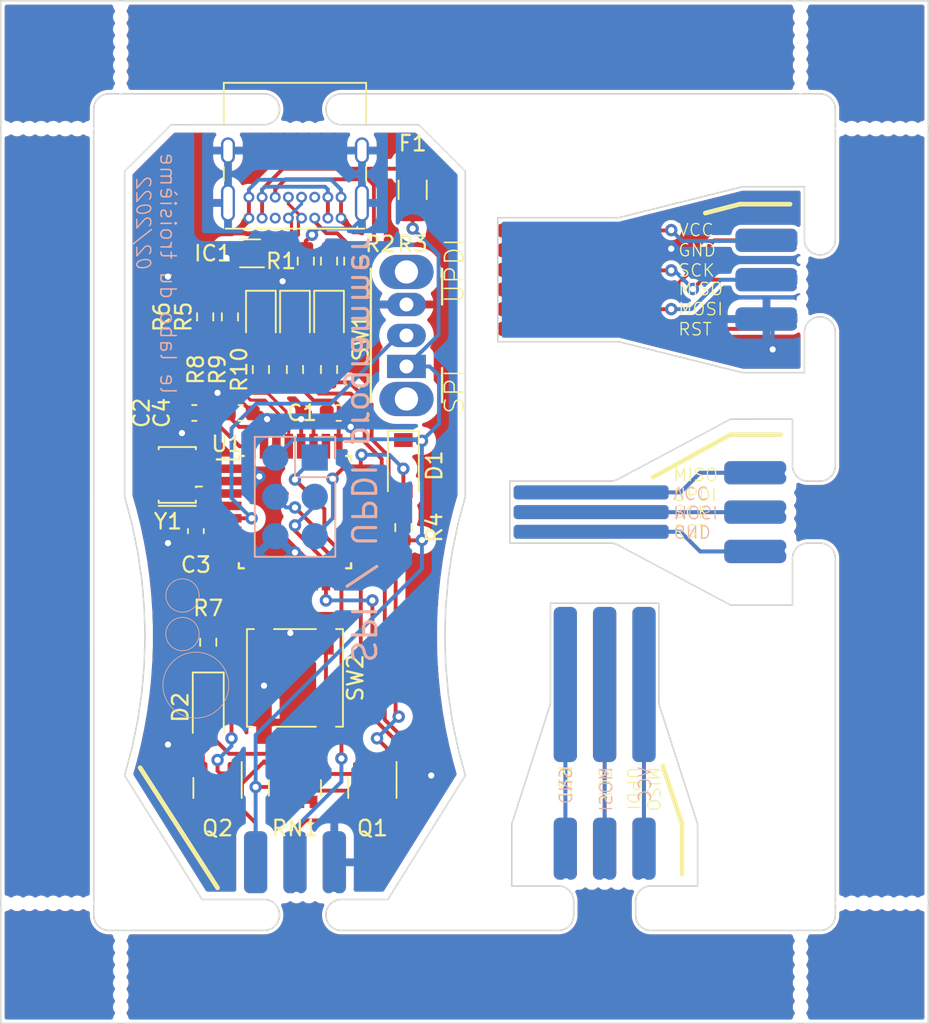
<source format=kicad_pcb>
(kicad_pcb (version 20211014) (generator pcbnew)
  (layers (0 "F.Cu" signal) (31 "B.Cu" signal) (34 "B.Paste" user) (35 "F.Paste" user) (36 "B.SilkS" user "B.Silkscreen") (37 "F.SilkS" user "F.Silkscreen") (38 "B.Mask" user) (39 "F.Mask" user) (44 "Edge.Cuts" user))
  (net 0 "")
  (net 1 "Board_0-/uC/BOARD_RESET")
  (net 2 "Board_0-/uC/D+")
  (net 3 "Board_0-/uC/D-")
  (net 4 "Board_0-/uC/D_+")
  (net 5 "Board_0-/uC/D_-")
  (net 6 "Board_0-/uC/GND")
  (net 7 "Board_0-/uC/MISO")
  (net 8 "Board_0-/uC/MISO{slash}UPDI")
  (net 9 "Board_0-/uC/MOSI")
  (net 10 "Board_0-/uC/MOS_MISO")
  (net 11 "Board_0-/uC/MOS_UPDI")
  (net 12 "Board_0-/uC/RX")
  (net 13 "Board_0-/uC/SCK")
  (net 14 "Board_0-/uC/TX")
  (net 15 "Board_0-/uC/VCC")
  (net 16 "Board_0-/uC/board_reset")
  (net 17 "Board_0-/uC/led_1")
  (net 18 "Board_0-/uC/led_2")
  (net 19 "Board_0-/uC/led_3")
  (net 20 "Board_0-/uC/mode")
  (net 21 "Board_0-/uC/~{RESET}")
  (net 22 "Board_0-Net-(C1-Pad1)")
  (net 23 "Board_0-Net-(C2-Pad1)")
  (net 24 "Board_0-Net-(C3-Pad1)")
  (net 25 "Board_0-Net-(C4-Pad1)")
  (net 26 "Board_0-Net-(D2-Pad1)")
  (net 27 "Board_0-Net-(D3-Pad2)")
  (net 28 "Board_0-Net-(D4-Pad2)")
  (net 29 "Board_0-Net-(D5-Pad2)")
  (net 30 "Board_0-Net-(F1-Pad2)")
  (net 31 "Board_0-Net-(J9-PadA5)")
  (net 32 "Board_0-Net-(J9-PadB5)")
  (net 33 "Board_0-Net-(J9-PadS1)")
  (net 34 "Board_0-Net-(U1-Pad1)")
  (net 35 "Board_0-Net-(U1-Pad2)")
  (net 36 "Board_0-unconnected-(J9-PadA8)")
  (net 37 "Board_0-unconnected-(J9-PadB8)")
  (net 38 "Board_0-unconnected-(RN1-Pad4)")
  (net 39 "Board_0-unconnected-(RN1-Pad5)")
  (net 40 "Board_0-unconnected-(U1-Pad10)")
  (net 41 "Board_0-unconnected-(U1-Pad12)")
  (net 42 "Board_0-unconnected-(U1-Pad14)")
  (net 43 "Board_0-unconnected-(U1-Pad20)")
  (net 44 "Board_0-unconnected-(U1-Pad22)")
  (net 45 "Board_0-unconnected-(U1-Pad26)")
  (net 46 "Board_0-unconnected-(U1-Pad6)")
  (net 47 "Board_0-unconnected-(U1-Pad7)")
  (net 48 "Board_1-/1x6 connector/GND")
  (net 49 "Board_1-/1x6 connector/MISO{slash}UPDI")
  (net 50 "Board_1-/1x6 connector/MOSI")
  (net 51 "Board_1-/1x6 connector/SCK")
  (net 52 "Board_1-/1x6 connector/VCC")
  (net 53 "Board_1-/1x6 connector/~{RESET}")
  (net 54 "Board_2-/2x3 connector/GND")
  (net 55 "Board_2-/2x3 connector/MISO{slash}UPDI")
  (net 56 "Board_2-/2x3 connector/MOSI")
  (net 57 "Board_2-/2x3 connector/SCK")
  (net 58 "Board_2-/2x3 connector/VCC")
  (net 59 "Board_2-/2x3 connector/~{RESET}")
  (net 60 "Board_3-/2x3 connector 1.27/GND")
  (net 61 "Board_3-/2x3 connector 1.27/MISO{slash}UPDI")
  (net 62 "Board_3-/2x3 connector 1.27/MOSI")
  (net 63 "Board_3-/2x3 connector 1.27/SCK")
  (net 64 "Board_3-/2x3 connector 1.27/VCC")
  (net 65 "Board_3-/2x3 connector 1.27/~{RESET}")
  (footprint "NPTH" (layer "F.Cu") (at 26.724111 35.251)
    (fp_text reference "REF**" hide)
    (fp_text value "NPTH" hide)
  )
  (footprint "NPTH" (layer "F.Cu") (at 72.649003 89.611555)
    (fp_text reference "REF**" hide)
    (fp_text value "NPTH" hide)
  )
  (footprint "NPTH" (layer "F.Cu") (at 71.879 58.33333)
    (fp_text reference "REF**" hide)
    (fp_text value "NPTH" hide)
  )
  (footprint "NPTH" (layer "F.Cu") (at 71.879 59.999997)
    (fp_text reference "REF**" hide)
    (fp_text value "NPTH" hide)
  )
  (footprint "Capacitor_SMD:C_0603_1608Metric" (layer "F.Cu") (at 36.499996 53.599996)
    (fp_text reference "C4")
    (fp_text value "0.1u")
  )
  (footprint "Connector_pad_2.54mm:Connector_pad_1x03_P2.54mm" (layer "F.Cu") (at 39.999996 82.599996)
    (fp_text reference "J1" hide)
    (fp_text value "plug board face")
  )
  (footprint "NPTH" (layer "F.Cu") (at 28.751 29.610555)
    (fp_text reference "REF**" hide)
    (fp_text value "NPTH" hide)
  )
  (footprint "NPTH" (layer "F.Cu") (at 75.953777 35.251)
    (fp_text reference "REF**" hide)
    (fp_text value "NPTH" hide)
  )
  (footprint "NPTH" (layer "F.Cu") (at 72.649 47.066663)
    (fp_text reference "REF**" hide)
    (fp_text value "NPTH" hide)
  )
  (footprint "NPTH" (layer "F.Cu") (at 72.649 46.23333)
    (fp_text reference "REF**" hide)
    (fp_text value "NPTH" hide)
  )
  (footprint "NPTH" (layer "F.Cu") (at 79.065333 35.251)
    (fp_text reference "REF**" hide)
    (fp_text value "NPTH" hide)
  )
  (footprint "NPTH" (layer "F.Cu") (at 28.751 28.832666)
    (fp_text reference "REF**" hide)
    (fp_text value "NPTH" hide)
  )
  (footprint "Diode_SMD:D_SOD-123" (layer "F.Cu") (at 34.399996 72.599996 -90)
    (fp_text reference "D2")
    (fp_text value "D_Schottky")
  )
  (footprint "NPTH" (layer "F.Cu") (at 28.751 92.723111)
    (fp_text reference "REF**" hide)
    (fp_text value "NPTH" hide)
  )
  (footprint "NPTH" (layer "F.Cu") (at 79.065333 85.249004)
    (fp_text reference "REF**" hide)
    (fp_text value "NPTH" hide)
  )
  (footprint "Button_Switch_THT:SW_CuK_OS102011MA1QN1_SPDT_Angled" (layer "F.Cu") (at 47.199996 50.599996 90)
    (fp_text reference "SW1")
    (fp_text value "SW_SPDT")
  )
  (footprint "NPTH" (layer "F.Cu") (at 22.834666 85.249004)
    (fp_text reference "REF**" hide)
    (fp_text value "NPTH" hide)
  )
  (footprint "NPTH" (layer "F.Cu") (at 28.751 28.054777)
    (fp_text reference "REF**" hide)
    (fp_text value "NPTH" hide)
  )
  (footprint "Connector_pad_1.27mm:Connector_pad_1x03_L10_P1.27mm" (layer "F.Cu") (at 59.125003 59.999997 -90)
    (fp_text reference "J14" hide)
    (fp_text value "ISP face 1")
  )
  (footprint "NPTH" (layer "F.Cu") (at 72.649003 29.610555)
    (fp_text reference "REF**" hide)
    (fp_text value "NPTH" hide)
  )
  (footprint "NPTH" (layer "F.Cu") (at 42.499996 35.251)
    (fp_text reference "REF**" hide)
    (fp_text value "NPTH" hide)
  )
  (footprint "NPTH" (layer "F.Cu") (at 28.751 88.833666)
    (fp_text reference "REF**" hide)
    (fp_text value "NPTH" hide)
  )
  (footprint "NPTH" (layer "F.Cu") (at 40.099996 84.749)
    (fp_text reference "REF**" hide)
    (fp_text value "NPTH" hide)
  )
  (footprint "Resistor_SMD:R_0603_1608Metric" (layer "F.Cu") (at 42.199996 43.799996 -90)
    (fp_text reference "R2")
    (fp_text value "5.1k")
  )
  (footprint "NPTH" (layer "F.Cu") (at 28.751 90.389444)
    (fp_text reference "REF**" hide)
    (fp_text value "NPTH" hide)
  )
  (footprint "NPTH" (layer "F.Cu") (at 41.699996 84.749)
    (fp_text reference "REF**" hide)
    (fp_text value "NPTH" hide)
  )
  (footprint "NPTH" (layer "F.Cu") (at 38.499996 84.749)
    (fp_text reference "REF**" hide)
    (fp_text value "NPTH" hide)
  )
  (footprint "NPTH" (layer "F.Cu") (at 71.879 61.666663)
    (fp_text reference "REF**" hide)
    (fp_text value "NPTH" hide)
  )
  (footprint "NPTH" (layer "F.Cu") (at 22.056777 85.249004)
    (fp_text reference "REF**" hide)
    (fp_text value "NPTH" hide)
  )
  (footprint "NPTH" (layer "F.Cu") (at 25.168333 35.251)
    (fp_text reference "REF**" hide)
    (fp_text value "NPTH" hide)
  )
  (footprint "Package_TO_SOT_SMD:SOT-23" (layer "F.Cu") (at 34.999996 77.799996 -90)
    (fp_text reference "Q2")
    (fp_text value "Q_NMOS_GSD")
  )
  (footprint "NPTH" (layer "F.Cu") (at 75.175888 85.249004)
    (fp_text reference "REF**" hide)
    (fp_text value "NPTH" hide)
  )
  (footprint "NPTH" (layer "F.Cu") (at 71.879 62.499997)
    (fp_text reference "REF**" hide)
    (fp_text value "NPTH" hide)
  )
  (footprint "NPTH" (layer "F.Cu") (at 40.099996 35.251)
    (fp_text reference "REF**" hide)
    (fp_text value "NPTH" hide)
  )
  (footprint "NPTH" (layer "F.Cu") (at 28.751 87.277888)
    (fp_text reference "REF**" hide)
    (fp_text value "NPTH" hide)
  )
  (footprint "Connector_pad_2.54mm:Connector_pad_1x03_P2.54mm" (layer "F.Cu") (at 69.725003 59.999997 -90)
    (fp_text reference "J7" hide)
    (fp_text value "plug 2x3 face")
  )
  (footprint "NPTH" (layer "F.Cu") (at 72.649 43.73333)
    (fp_text reference "REF**" hide)
    (fp_text value "NPTH" hide)
  )
  (footprint "NPTH" (layer "F.Cu") (at 72.649003 91.167333)
    (fp_text reference "REF**" hide)
    (fp_text value "NPTH" hide)
  )
  (footprint "Fuse:Fuse_1206_3216Metric" (layer "F.Cu") (at 47.599996 39.199996 90)
    (fp_text reference "F1")
    (fp_text value "500m")
  )
  (footprint "NPTH" (layer "F.Cu") (at 72.649003 27.276888)
    (fp_text reference "REF**" hide)
    (fp_text value "NPTH" hide)
  )
  (footprint "NPTH" (layer "F.Cu") (at 72.649003 31.944222)
    (fp_text reference "REF**" hide)
    (fp_text value "NPTH" hide)
  )
  (footprint "NPTH" (layer "F.Cu") (at 28.751 27.276888)
    (fp_text reference "REF**" hide)
    (fp_text value "NPTH" hide)
  )
  (footprint "NPTH" (layer "F.Cu") (at 41.699996 35.251)
    (fp_text reference "REF**" hide)
    (fp_text value "NPTH" hide)
  )
  (footprint "NPTH" (layer "F.Cu") (at 24.390444 35.251)
    (fp_text reference "REF**" hide)
    (fp_text value "NPTH" hide)
  )
  (footprint "NPTH" (layer "F.Cu") (at 28.751 88.055777)
    (fp_text reference "REF**" hide)
    (fp_text value "NPTH" hide)
  )
  (footprint "NPTH" (layer "F.Cu") (at 26.724111 85.249004)
    (fp_text reference "REF**" hide)
    (fp_text value "NPTH" hide)
  )
  (footprint "NPTH" (layer "F.Cu") (at 60.000003 83.879)
    (fp_text reference "REF**" hide)
    (fp_text value "NPTH" hide)
  )
  (footprint "Capacitor_SMD:C_0603_1608Metric" (layer "F.Cu") (at 33.599996 61.224996 -90)
    (fp_text reference "C3")
    (fp_text value "0.1u")
  )
  (footprint "NPTH" (layer "F.Cu") (at 75.175888 35.251)
    (fp_text reference "REF**" hide)
    (fp_text value "NPTH" hide)
  )
  (footprint "Resistor_SMD:R_0603_1608Metric" (layer "F.Cu") (at 46.999996 60.999996 90)
    (fp_text reference "R4")
    (fp_text value "10k")
  )
  (footprint "NPTH" (layer "F.Cu") (at 71.879 59.166663)
    (fp_text reference "REF**" hide)
    (fp_text value "NPTH" hide)
  )
  (footprint "Diode_SMD:D_SOD-123" (layer "F.Cu") (at 46.999996 56.999996 -90)
    (fp_text reference "D1")
    (fp_text value "D")
  )
  (footprint "NPTH" (layer "F.Cu") (at 78.287444 35.251)
    (fp_text reference "REF**" hide)
    (fp_text value "NPTH" hide)
  )
  (footprint "NPTH" (layer "F.Cu") (at 72.649 47.899997)
    (fp_text reference "REF**" hide)
    (fp_text value "NPTH" hide)
  )
  (footprint "Resistor_SMD:R_Array_Convex_4x0603" (layer "F.Cu") (at 39.999996 77.799996 -90)
    (fp_text reference "RN1")
    (fp_text value "10k")
  )
  (footprint "Connector_pad_2.54mm:Connector_pad_1x03_P2.54mm" (layer "F.Cu") (at 70.450003 44.999997 -90)
    (fp_text reference "J5" hide)
    (fp_text value "plug micro ISP face")
  )
  (footprint "Package_TO_SOT_SMD:SOT-23" (layer "F.Cu") (at 44.999996 77.799996 -90)
    (fp_text reference "Q1")
    (fp_text value "Q_NMOS_GSD")
  )
  (footprint "NPTH" (layer "F.Cu") (at 72.649003 28.054777)
    (fp_text reference "REF**" hide)
    (fp_text value "NPTH" hide)
  )
  (footprint "NPTH" (layer "F.Cu") (at 42.499996 84.749)
    (fp_text reference "REF**" hide)
    (fp_text value "NPTH" hide)
  )
  (footprint "NPTH" (layer "F.Cu") (at 72.649003 91.945222)
    (fp_text reference "REF**" hide)
    (fp_text value "NPTH" hide)
  )
  (footprint "Resistor_SMD:R_0603_1608Metric" (layer "F.Cu") (at 35.799996 47.399996 -90)
    (fp_text reference "R5")
    (fp_text value "22R")
  )
  (footprint "NPTH" (layer "F.Cu") (at 25.168333 85.249004)
    (fp_text reference "REF**" hide)
    (fp_text value "NPTH" hide)
  )
  (footprint "Capacitor_SMD:C_0603_1608Metric" (layer "F.Cu") (at 33.499996 53.599996 180)
    (fp_text reference "C2")
    (fp_text value "0.1u")
  )
  (footprint "LED_SMD:LED_0805_2012Metric" (layer "F.Cu") (at 39.999996 47.399996 -90)
    (fp_text reference "D4" hide)
    (fp_text value "LED")
  )
  (footprint "NPTH" (layer "F.Cu") (at 72.649003 32.722111)
    (fp_text reference "REF**" hide)
    (fp_text value "NPTH" hide)
  )
  (footprint "NPTH" (layer "F.Cu") (at 72.649003 87.277888)
    (fp_text reference "REF**" hide)
    (fp_text value "NPTH" hide)
  )
  (footprint "NPTH" (layer "F.Cu") (at 72.649003 92.723111)
    (fp_text reference "REF**" hide)
    (fp_text value "NPTH" hide)
  )
  (footprint "Connector_pad_2.54mm:Connector_pad_1x03_L10_P2.54mm" (layer "F.Cu") (at 60.000003 71.125003 180)
    (fp_text reference "J11" hide)
    (fp_text value "ISP face 1")
  )
  (footprint "NPTH" (layer "F.Cu") (at 28.751 31.944222)
    (fp_text reference "REF**" hide)
    (fp_text value "NPTH" hide)
  )
  (footprint "NPTH" (layer "F.Cu") (at 72.649003 88.055777)
    (fp_text reference "REF**" hide)
    (fp_text value "NPTH" hide)
  )
  (footprint "NPTH" (layer "F.Cu") (at 76.731666 35.251)
    (fp_text reference "REF**" hide)
    (fp_text value "NPTH" hide)
  )
  (footprint "NPTH" (layer "F.Cu") (at 72.649003 31.166333)
    (fp_text reference "REF**" hide)
    (fp_text value "NPTH" hide)
  )
  (footprint "Resistor_SMD:R_0603_1608Metric" (layer "F.Cu") (at 37.799996 50.799996 90)
    (fp_text reference "R8")
    (fp_text value "680R")
  )
  (footprint "NPTH" (layer "F.Cu") (at 21.278888 85.249004)
    (fp_text reference "REF**" hide)
    (fp_text value "NPTH" hide)
  )
  (footprint "Package_QFP:TQFP-32_7x7mm_P0.8mm" (layer "F.Cu") (at 39.999996 59.999996)
    (fp_text reference "U1")
    (fp_text value "ATmega8U2-A")
  )
  (footprint "NPTH" (layer "F.Cu") (at 40.899996 84.749)
    (fp_text reference "REF**" hide)
    (fp_text value "NPTH" hide)
  )
  (footprint "NPTH" (layer "F.Cu") (at 24.390444 85.249004)
    (fp_text reference "REF**" hide)
    (fp_text value "NPTH" hide)
  )
  (footprint "LED_SMD:LED_0805_2012Metric" (layer "F.Cu") (at 37.799996 47.399996 -90)
    (fp_text reference "D3" hide)
    (fp_text value "LED")
  )
  (footprint "NPTH" (layer "F.Cu") (at 72.649 45.399997)
    (fp_text reference "REF**" hide)
    (fp_text value "NPTH" hide)
  )
  (footprint "NPTH" (layer "F.Cu") (at 23.612555 85.249004)
    (fp_text reference "REF**" hide)
    (fp_text value "NPTH" hide)
  )
  (footprint "NPTH" (layer "F.Cu") (at 72.649003 90.389444)
    (fp_text reference "REF**" hide)
    (fp_text value "NPTH" hide)
  )
  (footprint "Connector_pad_2.54mm:Connector_pad_1x03_P2.54mm" (layer "F.Cu") (at 60.000003 81.725003 180)
    (fp_text reference "J3" hide)
    (fp_text value "plug 2x3 face")
  )
  (footprint "NPTH" (layer "F.Cu") (at 23.612555 35.251)
    (fp_text reference "REF**" hide)
    (fp_text value "NPTH" hide)
  )
  (footprint "NPTH" (layer "F.Cu") (at 72.649003 30.388444)
    (fp_text reference "REF**" hide)
    (fp_text value "NPTH" hide)
  )
  (footprint "NPTH" (layer "F.Cu") (at 57.500003 83.879)
    (fp_text reference "REF**" hide)
    (fp_text value "NPTH" hide)
  )
  (footprint "NPTH" (layer "F.Cu") (at 22.834666 35.251)
    (fp_text reference "REF**" hide)
    (fp_text value "NPTH" hide)
  )
  (footprint "Resistor_SMD:R_0603_1608Metric" (layer "F.Cu") (at 39.999996 50.799996 90)
    (fp_text reference "R9")
    (fp_text value "680R")
  )
  (footprint "NPTH" (layer "F.Cu") (at 78.287444 85.249004)
    (fp_text reference "REF**" hide)
    (fp_text value "NPTH" hide)
  )
  (footprint "NPTH" (layer "F.Cu") (at 21.278888 35.251)
    (fp_text reference "REF**" hide)
    (fp_text value "NPTH" hide)
  )
  (footprint "Button_Switch_SMD:SW_SPST_EVPBF" (layer "F.Cu") (at 39.999996 70.699996 -90)
    (fp_text reference "SW2")
    (fp_text value "SW_Push")
  )
  (footprint "NPTH" (layer "F.Cu") (at 28.751 30.388444)
    (fp_text reference "REF**" hide)
    (fp_text value "NPTH" hide)
  )
  (footprint "NPTH" (layer "F.Cu") (at 72.649 44.566663)
    (fp_text reference "REF**" hide)
    (fp_text value "NPTH" hide)
  )
  (footprint "NPTH" (layer "F.Cu") (at 22.056777 35.251)
    (fp_text reference "REF**" hide)
    (fp_text value "NPTH" hide)
  )
  (footprint "Resistor_SMD:R_0603_1608Metric" (layer "F.Cu") (at 43.699996 43.799996 -90)
    (fp_text reference "R3")
    (fp_text value "5.1k")
  )
  (footprint "NPTH" (layer "F.Cu") (at 60.833336 83.879)
    (fp_text reference "REF**" hide)
    (fp_text value "NPTH" hide)
  )
  (footprint "NPTH" (layer "F.Cu") (at 71.879 60.83333)
    (fp_text reference "REF**" hide)
    (fp_text value "NPTH" hide)
  )
  (footprint "LED_SMD:LED_0805_2012Metric" (layer "F.Cu") (at 42.199996 47.399996 -90)
    (fp_text reference "D5" hide)
    (fp_text value "LED")
  )
  (footprint "Resistor_SMD:R_0603_1608Metric" (layer "F.Cu") (at 34.199996 47.399996 -90)
    (fp_text reference "R6")
    (fp_text value "22R")
  )
  (footprint "NPTH" (layer "F.Cu") (at 80.621111 85.249004)
    (fp_text reference "REF**" hide)
    (fp_text value "NPTH" hide)
  )
  (footprint "NPTH" (layer "F.Cu") (at 28.751 89.611555)
    (fp_text reference "REF**" hide)
    (fp_text value "NPTH" hide)
  )
  (footprint "NPTH" (layer "F.Cu") (at 79.843222 35.251)
    (fp_text reference "REF**" hide)
    (fp_text value "NPTH" hide)
  )
  (footprint "IC:SOT-5X3" (layer "F.Cu") (at 37.099996 43.299996 180)
    (fp_text reference "IC1")
    (fp_text value "TPD2E1B06")
  )
  (footprint "NPTH" (layer "F.Cu") (at 76.731666 85.249004)
    (fp_text reference "REF**" hide)
    (fp_text value "NPTH" hide)
  )
  (footprint "Resistor_SMD:R_0603_1608Metric" (layer "F.Cu") (at 34.399996 68.399996 90)
    (fp_text reference "R7")
    (fp_text value "470R")
  )
  (footprint "NPTH" (layer "F.Cu") (at 72.649 42.899997)
    (fp_text reference "REF**" hide)
    (fp_text value "NPTH" hide)
  )
  (footprint "NPTH" (layer "F.Cu") (at 39.299996 84.749)
    (fp_text reference "REF**" hide)
    (fp_text value "NPTH" hide)
  )
  (footprint "NPTH" (layer "F.Cu") (at 58.333336 83.879)
    (fp_text reference "REF**" hide)
    (fp_text value "NPTH" hide)
  )
  (footprint "NPTH" (layer "F.Cu") (at 28.751 32.722111)
    (fp_text reference "REF**" hide)
    (fp_text value "NPTH" hide)
  )
  (footprint "NPTH" (layer "F.Cu") (at 28.751 91.945222)
    (fp_text reference "REF**" hide)
    (fp_text value "NPTH" hide)
  )
  (footprint "NPTH" (layer "F.Cu") (at 72.649003 88.833666)
    (fp_text reference "REF**" hide)
    (fp_text value "NPTH" hide)
  )
  (footprint "NPTH" (layer "F.Cu") (at 25.946222 85.249004)
    (fp_text reference "REF**" hide)
    (fp_text value "NPTH" hide)
  )
  (footprint "Resistor_SMD:R_0603_1608Metric" (layer "F.Cu") (at 40.699996 43.799996 -90)
    (fp_text reference "R1")
    (fp_text value "1M")
  )
  (footprint "Connector_USB:USB_C_Receptacle_GCT_USB4085" (layer "F.Cu") (at 42.974996 41.024996 180)
    (fp_text reference "J9" hide)
    (fp_text value "USB_C_Receptacle_USB2.0")
  )
  (footprint "NPTH" (layer "F.Cu") (at 38.499996 35.251)
    (fp_text reference "REF**" hide)
    (fp_text value "NPTH" hide)
  )
  (footprint "Connector_pad_1.27mm:Connector_pad_1x06_L10_P1.27mm" (layer "F.Cu") (at 58.100003 44.999997 -90)
    (fp_text reference "J13" hide)
    (fp_text value "micro ISP")
  )
  (footprint "NPTH" (layer "F.Cu") (at 62.500003 83.879)
    (fp_text reference "REF**" hide)
    (fp_text value "NPTH" hide)
  )
  (footprint "NPTH" (layer "F.Cu") (at 28.751 91.167333)
    (fp_text reference "REF**" hide)
    (fp_text value "NPTH" hide)
  )
  (footprint "NPTH" (layer "F.Cu") (at 61.666669 83.879)
    (fp_text reference "REF**" hide)
    (fp_text value "NPTH" hide)
  )
  (footprint "NPTH" (layer "F.Cu") (at 77.509555 35.251)
    (fp_text reference "REF**" hide)
    (fp_text value "NPTH" hide)
  )
  (footprint "NPTH" (layer "F.Cu") (at 25.946222 35.251)
    (fp_text reference "REF**" hide)
    (fp_text value "NPTH" hide)
  )
  (footprint "Crystal:Resonator_SMD_Murata_CSTxExxV-3Pin_3.0x1.1mm_HandSoldering" (layer "F.Cu") (at 32.399996 57.599996 90)
    (fp_text reference "Y1")
    (fp_text value "Crystal_GND2")
  )
  (footprint "Capacitor_SMD:C_0603_1608Metric" (layer "F.Cu") (at 42.824996 53.599996)
    (fp_text reference "C1")
    (fp_text value "1u")
  )
  (footprint "NPTH" (layer "F.Cu") (at 72.649003 28.832666)
    (fp_text reference "REF**" hide)
    (fp_text value "NPTH" hide)
  )
  (footprint "NPTH" (layer "F.Cu") (at 77.509555 85.249004)
    (fp_text reference "REF**" hide)
    (fp_text value "NPTH" hide)
  )
  (footprint "NPTH" (layer "F.Cu") (at 39.299996 35.251)
    (fp_text reference "REF**" hide)
    (fp_text value "NPTH" hide)
  )
  (footprint "NPTH" (layer "F.Cu") (at 71.879 57.499997)
    (fp_text reference "REF**" hide)
    (fp_text value "NPTH" hide)
  )
  (footprint "NPTH" (layer "F.Cu") (at 75.953777 85.249004)
    (fp_text reference "REF**" hide)
    (fp_text value "NPTH" hide)
  )
  (footprint "NPTH" (layer "F.Cu") (at 28.751 31.166333)
    (fp_text reference "REF**" hide)
    (fp_text value "NPTH" hide)
  )
  (footprint "NPTH" (layer "F.Cu") (at 59.166669 83.879)
    (fp_text reference "REF**" hide)
    (fp_text value "NPTH" hide)
  )
  (footprint "NPTH" (layer "F.Cu") (at 80.621111 35.251)
    (fp_text reference "REF**" hide)
    (fp_text value "NPTH" hide)
  )
  (footprint "NPTH" (layer "F.Cu") (at 79.843222 85.249004)
    (fp_text reference "REF**" hide)
    (fp_text value "NPTH" hide)
  )
  (footprint "NPTH" (layer "F.Cu") (at 40.899996 35.251)
    (fp_text reference "REF**" hide)
    (fp_text value "NPTH" hide)
  )
  (footprint "Resistor_SMD:R_0603_1608Metric" (layer "F.Cu") (at 42.199996 50.799996 90)
    (fp_text reference "R10")
    (fp_text value "680R")
  )
  (footprint "Connector_pad_2.54mm:Connector_pad_1x03_P2.54mm" (layer "B.Cu") (at 69.725003 59.999997 90)
    (fp_text reference "J8" hide)
    (fp_text value "plug 2x3 pile")
  )
  (footprint "Connector_pad_2.54mm:Connector_pad_1x03_P2.54mm" (layer "B.Cu") (at 60.000003 81.725003)
    (fp_text reference "J4" hide)
    (fp_text value "plug 2x3 pile")
  )
  (footprint "logos:logo_labo_4mm" (layer "B.Cu") (at 33.599996 68.799996 90)
    (fp_text reference "logo_labo_4mm" hide)
    (fp_text value "G***" hide)
  )
  (footprint "Connector_pad_1.27mm:Connector_pad_1x03_L10_P1.27mm" (layer "B.Cu") (at 59.125003 59.999997 90)
    (fp_text reference "J15" hide)
    (fp_text value "ISP face 2")
  )
  (footprint "Connector_pad_2.54mm:Connector_pad_1x03_P2.54mm" (layer "B.Cu") (at 39.999996 82.599996 180)
    (fp_text reference "J2" hide)
    (fp_text value "plug board pile")
  )
  (footprint "Connector_pad_2.54mm:Connector_pad_1x03_L10_P2.54mm" (layer "B.Cu") (at 60.000003 71.125003)
    (fp_text reference "J12" hide)
    (fp_text value "ISP face 2")
  )
  (footprint "Connectors:Pin_Header_Straight_2x03_Pitch2.54mm_SMD" (layer "B.Cu") (at 41.274996 56.474996 180)
    (fp_text reference "J10" hide)
    (fp_text value "Board-ISP")
  )
  (footprint "Connector_pad_2.54mm:Connector_pad_1x03_P2.54mm" (layer "B.Cu") (at 70.450003 44.999997 90)
    (fp_text reference "J6" hide)
    (fp_text value "plug micro ISP pile")
  )
  (gr_line (start 34.999996 84.249996) (end 29.999996 76.499996) (layer "F.SilkS") (width 0.3))
  (gr_line (start 68.125003 54.999997) (end 63.125003 57.749997) (layer "F.SilkS") (width 0.3))
  (gr_line (start 71.375003 54.999997) (end 68.125003 54.999997) (layer "F.SilkS") (width 0.3))
  (gr_line (start 71.975003 40.124997) (end 68.725003 40.124997) (layer "F.SilkS") (width 0.3))
  (gr_line (start 65.000003 83.375003) (end 65.000003 80.125003) (layer "F.SilkS") (width 0.3))
  (gr_line (start 68.725003 40.124997) (end 66.500003 40.699997) (layer "F.SilkS") (width 0.3))
  (gr_line (start 65.000003 80.125003) (end 63.750003 76.375003) (layer "F.SilkS") (width 0.3))
  (gr_line (start 73.141363 43.056637) (end 73.095825 42.999738) (layer "Edge.Cuts") (width 0.1))
  (gr_line (start 57.790465 86.619078) (end 57.743544 86.674842) (layer "Edge.Cuts") (width 0.1))
  (gr_line (start 74.077252 43.385421) (end 74.029186 43.39255) (layer "Edge.Cuts") (width 0.1))
  (gr_line (start 38.942123 34.34252) (end 38.924636 34.387856) (layer "Edge.Cuts") (width 0.1))
  (gr_line (start 60.874858 49.00575) (end 60.946941 49.015521) (layer "Edge.Cuts") (width 0.1))
  (gr_line (start 74.848032 48.079452) (end 74.862137 48.125951) (layer "Edge.Cuts") (width 0.1))
  (gr_line (start 27.086933 86.411188) (end 27.068337 86.366295) (layer "Edge.Cuts") (width 0.1))
  (gr_line (start 27.775089 86.975944) (end 27.727954 86.964137) (layer "Edge.Cuts") (width 0.1))
  (gr_line (start 74.029186 62.007443) (end 74.077252 62.014572) (layer "Edge.Cuts") (width 0.1))
  (gr_line (start 42.892959 85.005767) (end 42.9657 85.001298) (layer "Edge.Cuts") (width 0.1))
  (gr_line (start 53.109 49.001) (end 60.777941 49.001) (layer "Edge.Cuts") (width 0.1))
  (gr_line (start 74.878976 33.79686) (end 74.890553 33.868813) (layer "Edge.Cuts") (width 0.1))
  (gr_line (start 73.69786 43.380973) (end 73.626954 43.364134) (layer "Edge.Cuts") (width 0.1))
  (gr_line (start 74.395968 47.528611) (end 74.458014 47.566842) (layer "Edge.Cuts") (width 0.1))
  (gr_line (start 74.497741 57.805171) (end 74.458014 57.833151) (layer "Edge.Cuts") (width 0.1))
  (gr_line (start 57.871388 86.497968) (end 57.833157 86.560014) (layer "Edge.Cuts") (width 0.1))
  (gr_line (start 62.010719 86.155263) (end 62.002686 86.082828) (layer "Edge.Cuts") (width 0.1))
  (gr_line (start 72.880449 62.029666) (end 72.92786 62.01902) (layer "Edge.Cuts") (width 0.1))
  (gr_line (start 72.901298 42.434292) (end 72.901 39.009) (layer "Edge.Cuts") (width 0.1))
  (gr_line (start 72.121 53.999) (end 68.130194 53.999263) (layer "Edge.Cuts") (width 0.1))
  (gr_line (start 47.993863 34.999) (end 42.990057 34.999) (layer "Edge.Cuts") (width 0.1))
  (gr_line (start 38.819404 85.42095) (end 38.8464 85.461352) (layer "Edge.Cuts") (width 0.1))
  (gr_line (start 42.307351 34.726004) (end 42.272991 34.691644) (layer "Edge.Cuts") (width 0.1))
  (gr_line (start 21.003928 27.001928) (end 21.001 27.009) (layer "Edge.Cuts") (width 0.1))
  (gr_line (start 46.000483 84.999347) (end 46.0042 84.995165) (layer "Edge.Cuts") (width 0.1))
  (gr_line (start 73.095825 42.999738) (end 73.067845 42.960011) (layer "Edge.Cuts") (width 0.1))
  (gr_line (start 49.890151 71.614266) (end 49.733693 69.824618) (layer "Edge.Cuts") (width 0.1))
  (gr_line (start 42.035858 86.274045) (end 42.024051 86.22691) (layer "Edge.Cuts") (width 0.1))
  (gr_line (start 42.361947 34.774279) (end 42.307351 34.726004) (layer "Edge.Cuts") (width 0.1))
  (gr_line (start 42.12861 85.503031) (end 42.153591 85.461352) (layer "Edge.Cuts") (width 0.1))
  (gr_line (start 38.56001 85.167845) (end 38.599737 85.195825) (layer "Edge.Cuts") (width 0.1))
  (gr_line (start 74.802948 62.566717) (end 74.82264 62.61114) (layer "Edge.Cuts") (width 0.1))
  (gr_line (start 60.715172 57.941341) (end 60.645814 57.96327) (layer "Edge.Cuts") (width 0.1))
  (gr_line (start 73.907938 47.399997) (end 73.956576 47.40119) (layer "Edge.Cuts") (width 0.1))
  (gr_line (start 42.9657 85.001298) (end 45.995128 85.000982) (layer "Edge.Cuts") (width 0.1))
  (gr_line (start 38.997312 33.917171) (end 38.999996 33.990061) (layer "Edge.Cuts") (width 0.1))
  (gr_line (start 38.933658 86.366295) (end 38.904944 86.433279) (layer "Edge.Cuts") (width 0.1))
  (gr_line (start 27.003193 33.941423) (end 27.006767 33.892963) (layer "Edge.Cuts") (width 0.1))
  (gr_line (start 38.775275 33.361951) (end 38.819404 33.41995) (layer "Edge.Cuts") (width 0.1))
  (gr_line (start 74.840127 62.656476) (end 74.862137 62.725951) (layer "Edge.Cuts") (width 0.1))
  (gr_line (start 42.272991 34.691644) (end 42.224716 34.637048) (layer "Edge.Cuts") (width 0.1))
  (gr_line (start 27.107708 86.455114) (end 27.086933 86.411188) (layer "Edge.Cuts") (width 0.1))
  (gr_line (start 56.499362 65.886332) (end 56.499 72.224056) (layer "Edge.Cuts") (width 0.1))
  (gr_line (start 38.871381 85.503031) (end 38.894287 85.545885) (layer "Edge.Cuts") (width 0.1))
  (gr_line (start 56.496433 72.295344) (end 56.488749 72.366202) (layer "Edge.Cuts") (width 0.1))
  (gr_line (start 72.975736 62.010713) (end 73.048171 62.00268) (layer "Edge.Cuts") (width 0.1))
  (gr_line (start 42.28996 86.710035) (end 42.240359 86.65664) (layer "Edge.Cuts") (width 0.1))
  (gr_line (start 57.155266 86.989283) (end 57.107039 86.995232) (layer "Edge.Cuts") (width 0.1))
  (gr_line (start 72.764704 57.933659) (end 72.69772 57.904945) (layer "Edge.Cuts") (width 0.1))
  (gr_line (start 57.433282 84.226051) (end 57.497971 84.259614) (layer "Edge.Cuts") (width 0.1))
  (gr_line (start 72.121 66.001) (end 72.125928 65.9997) (layer "Edge.Cuts") (width 0.1))
  (gr_line (start 42.400254 34.804174) (end 42.361947 34.774279) (layer "Edge.Cuts") (width 0.1))
  (gr_line (start 38.998802 86.058576) (end 38.995228 86.107036) (layer "Edge.Cuts") (width 0.1))
  (gr_line (start 74.24152 43.342124) (end 74.195381 43.357367) (layer "Edge.Cuts") (width 0.1))
  (gr_line (start 42.749445 86.97033) (end 42.679451 86.950032) (layer "Edge.Cuts") (width 0.1))
  (gr_line (start 74.890553 33.868813) (end 74.896806 33.941423) (layer "Edge.Cuts") (width 0.1))
  (gr_line (start 38.997312 34.081828) (end 38.989279 34.154263) (layer "Edge.Cuts") (width 0.1))
  (gr_line (start 42.000294 86.034295) (end 42.000294 85.966704) (layer "Edge.Cuts") (width 0.1))
  (gr_line (start 53.879 61.991) (end 53.881928 61.998071) (layer "Edge.Cuts") (width 0.1))
  (gr_line (start 42.002679 34.081828) (end 42.000294 34.033295) (layer "Edge.Cuts") (width 0.1))
  (gr_line (start 74.478049 62.180588) (end 74.536048 62.224717) (layer "Edge.Cuts") (width 0.1))
  (gr_line (start 56.451173 72.528106) (end 53.999272 80.129403) (layer "Edge.Cuts") (width 0.1))
  (gr_line (start 72.420964 62.289961) (end 72.456157 62.256455) (layer "Edge.Cuts") (width 0.1))
  (gr_line (start 73.907938 87) (end 62.990064 87) (layer "Edge.Cuts") (width 0.1))
  (gr_line (start 74.077252 62.014572) (end 74.12491 62.024052) (layer "Edge.Cuts") (width 0.1))
  (gr_line (start 80.896409 27.002284) (end 80.889 26.999) (layer "Edge.Cuts") (width 0.1))
  (gr_line (start 73.580455 43.350029) (end 73.534704 43.333659) (layer "Edge.Cuts") (width 0.1))
  (gr_line (start 62.105711 84.675885) (end 62.128617 84.633031) (layer "Edge.Cuts") (width 0.1))
  (gr_line (start 60.503211 62.008418) (end 60.575033 62.019952) (layer "Edge.Cuts") (width 0.1))
  (gr_line (start 60.382188 57.999) (end 53.889 57.999) (layer "Edge.Cuts") (width 0.1))
  (gr_line (start 38.915062 85.589811) (end 38.933658 85.634704) (layer "Edge.Cuts") (width 0.1))
  (gr_line (start 50.535101 60.735318) (end 51.000943 58.999152) (layer "Edge.Cuts") (width 0.1))
  (gr_line (start 21.001 92.991) (end 21.00359 92.997715) (layer "Edge.Cuts") (width 0.1))
  (gr_line (start 62.749452 84.160669) (end 62.82075 84.145575) (layer "Edge.Cuts") (width 0.1))
  (gr_line (start 27.727954 86.964137) (end 27.681455 86.950032) (layer "Edge.Cuts") (width 0.1))
  (gr_line (start 74.75715 33.481038) (end 74.792291 33.544885) (layer "Edge.Cuts") (width 0.1))
  (gr_line (start 51.000943 58.999152) (end 51.000933 38.002882) (layer "Edge.Cuts") (width 0.1))
  (gr_line (start 74.218544 33.049967) (end 74.264295 33.066337) (layer "Edge.Cuts") (width 0.1))
  (gr_line (start 62.566723 86.904948) (end 62.502034 86.871385) (layer "Edge.Cuts") (width 0.1))
  (gr_line (start 57.997319 86.082828) (end 57.989286 86.155263) (layer "Edge.Cuts") (width 0.1))
  (gr_line (start 74.517078 86.790462) (end 74.458014 86.833154) (layer "Edge.Cuts") (width 0.1))
  (gr_line (start 73.081591 47.819947) (end 73.110537 47.780918) (layer "Edge.Cuts") (width 0.1))
  (gr_line (start 62.633707 86.933662) (end 62.566723 86.904948) (layer "Edge.Cuts") (width 0.1))
  (gr_line (start 27.037862 86.274045) (end 27.026055 86.22691) (layer "Edge.Cuts") (width 0.1))
  (gr_line (start 57.388859 86.92464) (end 57.343523 86.942127) (layer "Edge.Cuts") (width 0.1))
  (gr_line (start 38.058572 33.001193) (end 38.107032 33.004767) (layer "Edge.Cuts") (width 0.1))
  (gr_line (start 38.904944 33.56672) (end 38.933658 33.633704) (layer "Edge.Cuts") (width 0.1))
  (gr_line (start 72.880449 57.970327) (end 72.833618 57.957367) (layer "Edge.Cuts") (width 0.1))
  (gr_line (start 57.320547 84.180967) (end 57.388859 84.206359) (layer "Edge.Cuts") (width 0.1))
  (gr_line (start 49.733693 69.824618) (end 49.680498 67.999996) (layer "Edge.Cuts") (width 0.1))
  (gr_line (start 57.743544 86.674842) (end 57.710038 86.710035) (layer "Edge.Cuts") (width 0.1))
  (gr_line (start 62.06634 84.764704) (end 62.084936 84.719811) (layer "Edge.Cuts") (width 0.1))
  (gr_line (start 29.478256 75.208392) (end 29.46489 75.264673) (layer "Edge.Cuts") (width 0.1))
  (gr_line (start 62.544888 84.236708) (end 62.588814 84.215933) (layer "Edge.Cuts") (width 0.1))
  (gr_line (start 62.702621 84.173629) (end 62.749452 84.160669) (layer "Edge.Cuts") (width 0.1))
  (gr_line (start 73.041849 47.881035) (end 73.081591 47.819947) (layer "Edge.Cuts") (width 0.1))
  (gr_line (start 42.820743 86.985424) (end 42.749445 86.97033) (layer "Edge.Cuts") (width 0.1))
  (gr_line (start 57.833157 84.570985) (end 57.859153 84.612038) (layer "Edge.Cuts") (width 0.1))
  (gr_line (start 72.901 50.991) (end 72.901 48.390058) (layer "Edge.Cuts") (width 0.1))
  (gr_line (start 27.291964 33.289964) (end 27.345359 33.240363) (layer "Edge.Cuts") (width 0.1))
  (gr_line (start 38.131182 85.008446) (end 38.179248 85.015575) (layer "Edge.Cuts") (width 0.1))
  (gr_line (start 62.095054 86.433279) (end 62.075362 86.388856) (layer "Edge.Cuts") (width 0.1))
  (gr_line (start 38.989279 33.844736) (end 38.997312 33.917171) (layer "Edge.Cuts") (width 0.1))
  (gr_line (start 38.619074 33.209537) (end 38.674838 33.256458) (layer "Edge.Cuts") (width 0.1))
  (gr_line (start 72.1297 54.004071) (end 72.126141 54.000422) (layer "Edge.Cuts") (width 0.1))
  (gr_line (start 57.989286 84.975736) (end 57.997319 85.048171) (layer "Edge.Cuts") (width 0.1))
  (gr_line (start 73.340985 47.566842) (end 73.403031 47.528611) (layer "Edge.Cuts") (width 0.1))
  (gr_line (start 72.591352 62.153592) (end 72.654317 62.116895) (layer "Edge.Cuts") (width 0.1))
  (gr_line (start 61.018172 40.969426) (end 60.946941 40.984478) (layer "Edge.Cuts") (width 0.1))
  (gr_line (start 42.588807 85.085933) (end 42.6337 85.067337) (layer "Edge.Cuts") (width 0.1))
  (gr_line (start 57.599744 86.805174) (end 57.560017 86.833154) (layer "Edge.Cuts") (width 0.1))
  (gr_line (start 38.388852 86.92464) (end 38.32054 86.950032) (layer "Edge.Cuts") (width 0.1))
  (gr_line (start 62.075362 86.388856) (end 62.057875 86.34352) (layer "Edge.Cuts") (width 0.1))
  (gr_line (start 56.470616 72.459472) (end 56.451173 72.528106) (layer "Edge.Cuts") (width 0.1))
  (gr_line (start 74.802948 42.833276) (end 74.781101 42.876679) (layer "Edge.Cuts") (width 0.1))
  (gr_line (start 38.964133 85.726954) (end 38.97594 85.774089) (layer "Edge.Cuts") (width 0.1))
  (gr_line (start 42.6337 33.066337) (end 42.702614 33.042629) (layer "Edge.Cuts") (width 0.1))
  (gr_line (start 74.416961 86.85915) (end 74.353114 86.894291) (layer "Edge.Cuts") (width 0.1))
  (gr_line (start 63.49149 65.879012) (end 56.509 65.879) (layer "Edge.Cuts") (width 0.1))
  (gr_line (start 27.016575 86.179252) (end 27.009446 86.131186) (layer "Edge.Cuts") (width 0.1))
  (gr_line (start 27.846736 33.010716) (end 27.919171 33.002683) (layer "Edge.Cuts") (width 0.1))
  (gr_line (start 38.45511 86.894291) (end 38.388852 86.92464) (layer "Edge.Cuts") (width 0.1))
  (gr_line (start 29.841822 73.449091) (end 29.478256 75.208392) (layer "Edge.Cuts") (width 0.1))
  (gr_line (start 42.194821 34.598741) (end 42.166841 34.559014) (layer "Edge.Cuts") (width 0.1))
  (gr_line (start 72.297845 57.560011) (end 72.271849 57.518958) (layer "Edge.Cuts") (width 0.1))
  (gr_line (start 73.067845 42.960011) (end 73.029614 42.897965) (layer "Edge.Cuts") (width 0.1))
  (gr_line (start 72.55095 62.180588) (end 72.591352 62.153592) (layer "Edge.Cuts") (width 0.1))
  (gr_line (start 74.264295 47.466334) (end 74.331279 47.495048) (layer "Edge.Cuts") (width 0.1))
  (gr_line (start 74.792291 33.544885) (end 74.82264 33.611143) (layer "Edge.Cuts") (width 0.1))
  (gr_line (start 42.6337 85.067337) (end 42.679451 85.050967) (layer "Edge.Cuts") (width 0.1))
  (gr_line (start 27.006767 33.892963) (end 27.012716 33.844736) (layer "Edge.Cuts") (width 0.1))
  (gr_line (start 42.084929 85.589811) (end 42.105704 85.545885) (layer "Edge.Cuts") (width 0.1))
  (gr_line (start 38.388852 85.076359) (end 38.433275 85.096051) (layer "Edge.Cuts") (width 0.1))
  (gr_line (start 74.536048 43.175276) (end 74.497741 43.205171) (layer "Edge.Cuts") (width 0.1))
  (gr_line (start 58.000003 85.121061) (end 58.000003 86.009938) (layer "Edge.Cuts") (width 0.1))
  (gr_line (start 74.608035 43.110032) (end 74.572842 43.143538) (layer "Edge.Cuts") (width 0.1))
  (gr_line (start 50.521735 60.791599) (end 50.535101 60.735318) (layer "Edge.Cuts") (width 0.1))
  (gr_line (start 72.160669 57.250547) (end 72.145575 57.179249) (layer "Edge.Cuts") (width 0.1))
  (gr_line (start 38.997312 85.918171) (end 38.999996 86.009938) (layer "Edge.Cuts") (width 0.1))
  (gr_line (start 38.819404 33.41995) (end 38.859146 33.481038) (layer "Edge.Cuts") (width 0.1))
  (gr_line (start 73.096704 62.000295) (end 73.932295 62.000295) (layer "Edge.Cuts") (width 0.1))
  (gr_line (start 60.760435 57.923917) (end 60.715172 57.941341) (layer "Edge.Cuts") (width 0.1))
  (gr_line (start 32.00072 34.999496) (end 31.994954 35.003631) (layer "Edge.Cuts") (width 0.1))
  (gr_line (start 27.004683 86.082828) (end 27.002298 86.034295) (layer "Edge.Cuts") (width 0.1))
  (gr_line (start 74.848032 42.720541) (end 74.82264 42.788853) (layer "Edge.Cuts") (width 0.1))
  (gr_line (start 72.902193 48.34142) (end 72.905767 48.29296) (layer "Edge.Cuts") (width 0.1))
  (gr_line (start 74.893232 48.29296) (end 74.897701 48.365701) (layer "Edge.Cuts") (width 0.1))
  (gr_line (start 72.985933 42.811185) (end 72.967337 42.766292) (layer "Edge.Cuts") (width 0.1))
  (gr_line (start 38.476678 34.882101) (end 38.433275 34.903948) (layer "Edge.Cuts") (width 0.1))
  (gr_line (start 57.980979 84.92786) (end 57.989286 84.975736) (layer "Edge.Cuts") (width 0.1))
  (gr_line (start 30.266298 69.824618) (end 30.10984 71.614266) (layer "Edge.Cuts") (width 0.1))
  (gr_line (start 62.633707 84.197337) (end 62.702621 84.173629) (layer "Edge.Cuts") (width 0.1))
  (gr_line (start 57.957373 84.833618) (end 57.970333 84.880449) (layer "Edge.Cuts") (width 0.1))
  (gr_line (start 73.226157 43.143538) (end 73.173995 43.092641) (layer "Edge.Cuts") (width 0.1))
  (gr_line (start 38.082824 86.997316) (end 38.009934 87) (layer "Edge.Cuts") (width 0.1))
  (gr_line (start 38.476678 33.116898) (end 38.518957 33.140849) (layer "Edge.Cuts") (width 0.1))
  (gr_line (start 38.790458 85.381921) (end 38.819404 85.42095) (layer "Edge.Cuts") (width 0.1))
  (gr_line (start 38.980972 86.203139) (end 38.970326 86.25055) (layer "Edge.Cuts") (width 0.1))
  (gr_line (start 27.681455 33.049967) (end 27.727954 33.035862) (layer "Edge.Cuts") (width 0.1))
  (gr_line (start 80.889 26.999) (end 21.011 26.999) (layer "Edge.Cuts") (width 0.1))
  (gr_line (start 74.802948 57.433276) (end 74.769385 57.497965) (layer "Edge.Cuts") (width 0.1))
  (gr_line (start 51.000209 76.999528) (end 50.535101 75.264674) (layer "Edge.Cuts") (width 0.1))
  (gr_line (start 57.790465 84.511921) (end 57.833157 84.570985) (layer "Edge.Cuts") (width 0.1))
  (gr_line (start 42.024051 86.22691) (end 42.014571 86.179252) (layer "Edge.Cuts") (width 0.1))
  (gr_line (start 42.544881 34.893291) (end 42.502027 34.870385) (layer "Edge.Cuts") (width 0.1))
  (gr_line (start 72.967337 48.033701) (end 72.985933 47.988808) (layer "Edge.Cuts") (width 0.1))
  (gr_line (start 62.380924 84.340537) (end 62.419953 84.311591) (layer "Edge.Cuts") (width 0.1))
  (gr_line (start 51.000933 38.002882) (end 50.996368 37.994954) (layer "Edge.Cuts") (width 0.1))
  (gr_line (start 74.862137 62.725951) (end 74.873944 62.773086) (layer "Edge.Cuts") (width 0.1))
  (gr_line (start 49.680498 67.999996) (end 49.733693 66.175373) (layer "Edge.Cuts") (width 0.1))
  (gr_line (start 27.274995 86.692644) (end 27.242363 86.65664) (layer "Edge.Cuts") (width 0.1))
  (gr_line (start 72.215933 62.588808) (end 72.247898 62.523314) (layer "Edge.Cuts") (width 0.1))
  (gr_line (start 74.517078 47.609534) (end 74.572842 47.656455) (layer "Edge.Cuts") (width 0.1))
  (gr_line (start 62.007449 84.999813) (end 62.014578 84.951747) (layer "Edge.Cuts") (width 0.1))
  (gr_line (start 74.862137 57.274042) (end 74.848032 57.320541) (layer "Edge.Cuts") (width 0.1))
  (gr_line (start 42.084929 86.411188) (end 42.066333 86.366295) (layer "Edge.Cuts") (width 0.1))
  (gr_line (start 42.702614 33.042629) (end 42.773085 33.024055) (layer "Edge.Cuts") (width 0.1))
  (gr_line (start 57.894294 84.675885) (end 57.915069 84.719811) (layer "Edge.Cuts") (width 0.1))
  (gr_line (start 74.898 33.990061) (end 74.898 42.409935) (layer "Edge.Cuts") (width 0.1))
  (gr_line (start 27.613143 33.075359) (end 27.681455 33.049967) (layer "Edge.Cuts") (width 0.1))
  (gr_line (start 42.796856 34.979976) (end 42.749445 34.96933) (layer "Edge.Cuts") (width 0.1))
  (gr_line (start 74.883424 62.820744) (end 74.890553 62.86881) (layer "Edge.Cuts") (width 0.1))
  (gr_line (start 38.97594 34.22591) (end 38.957366 34.296381) (layer "Edge.Cuts") (width 0.1))
  (gr_line (start 53.889 57.999) (end 53.884071 58.000299) (layer "Edge.Cuts") (width 0.1))
  (gr_line (start 28.999052 58.999156) (end 29.464891 60.735319) (layer "Edge.Cuts") (width 0.1))
  (gr_line (start 27.196825 33.400258) (end 27.242363 33.343359) (layer "Edge.Cuts") (width 0.1))
  (gr_line (start 68.124125 65.998) (end 68.132139 66.000951) (layer "Edge.Cuts") (width 0.1))
  (gr_line (start 74.24152 57.942124) (end 74.172045 57.964134) (layer "Edge.Cuts") (width 0.1))
  (gr_line (start 74.744404 57.539644) (end 74.703174 57.599738) (layer "Edge.Cuts") (width 0.1))
  (gr_line (start 38.599737 85.195825) (end 38.638044 85.22572) (layer "Edge.Cuts") (width 0.1))
  (gr_line (start 42.010712 33.844736) (end 42.019019 33.79686) (layer "Edge.Cuts") (width 0.1))
  (gr_line (start 73.956576 47.40119) (end 74.029186 47.407443) (layer "Edge.Cuts") (width 0.1))
  (gr_line (start 57.710038 86.710035) (end 57.674845 86.743541) (layer "Edge.Cuts") (width 0.1))
  (gr_line (start 72.126141 54.000422) (end 72.121 53.999) (layer "Edge.Cuts") (width 0.1))
  (gr_line (start 30.103111 71.67172) (end 29.841822 73.449091) (layer "Edge.Cuts") (width 0.1))
  (gr_line (start 27.590811 86.915066) (end 27.546885 86.894291) (layer "Edge.Cuts") (width 0.1))
  (gr_line (start 42.343355 85.241363) (end 42.380917 85.210537) (layer "Edge.Cuts") (width 0.1))
  (gr_line (start 74.195381 47.442626) (end 74.264295 47.466334) (layer "Edge.Cuts") (width 0.1))
  (gr_line (start 62.166848 84.570985) (end 62.194828 84.531258) (layer "Edge.Cuts") (width 0.1))
  (gr_line (start 38.894287 34.454114) (end 38.859146 34.517961) (layer "Edge.Cuts") (width 0.1))
  (gr_line (start 62.343362 86.759636) (end 62.289967 86.710035) (layer "Edge.Cuts") (width 0.1))
  (gr_line (start 42.066333 34.365295) (end 42.049963 34.319544) (layer "Edge.Cuts") (width 0.1))
  (gr_line (start 74.572842 47.656455) (end 74.608035 47.689961) (layer "Edge.Cuts") (width 0.1))
  (gr_line (start 38.297377 85.043629) (end 38.343516 85.058872) (layer "Edge.Cuts") (width 0.1))
  (gr_line (start 38.107032 34.994232) (end 38.034291 34.998701) (layer "Edge.Cuts") (width 0.1))
  (gr_line (start 48.000865 35.000153) (end 47.993863 34.999) (layer "Edge.Cuts") (width 0.1))
  (gr_line (start 38.250546 86.97033) (end 38.203135 86.980976) (layer "Edge.Cuts") (width 0.1))
  (gr_line (start 74.781101 42.876679) (end 74.744404 42.939644) (layer "Edge.Cuts") (width 0.1))
  (gr_line (start 73.580455 47.449964) (end 73.650449 47.429666) (layer "Edge.Cuts") (width 0.1))
  (gr_line (start 50.996368 37.994954) (end 48.000865 35.000153) (layer "Edge.Cuts") (width 0.1))
  (gr_line (start 62.128617 84.633031) (end 62.166848 84.570985) (layer "Edge.Cuts") (width 0.1))
  (gr_line (start 42.000294 34.033295) (end 42.000294 33.965704) (layer "Edge.Cuts") (width 0.1))
  (gr_line (start 74.478049 33.180591) (end 74.536048 33.22472) (layer "Edge.Cuts") (width 0.1))
  (gr_line (start 38.992549 85.869813) (end 38.997312 85.918171) (layer "Edge.Cuts") (width 0.1))
  (gr_line (start 73.006708 47.944882) (end 73.041849 47.881035) (layer "Edge.Cuts") (width 0.1))
  (gr_line (start 74.657636 62.343356) (end 74.703174 62.400255) (layer "Edge.Cuts") (width 0.1))
  (gr_line (start 73.048171 62.00268) (end 73.096704 62.000295) (layer "Edge.Cuts") (width 0.1))
  (gr_line (start 74.497741 43.205171) (end 74.437647 43.246401) (layer "Edge.Cuts") (width 0.1))
  (gr_line (start 73.932295 62.000295) (end 73.980828 62.00268) (layer "Edge.Cuts") (width 0.1))
  (gr_line (start 57.388859 84.206359) (end 57.433282 84.226051) (layer "Edge.Cuts") (width 0.1))
  (gr_line (start 68.130194 53.999263) (end 60.848186 57.8825) (layer "Edge.Cuts") (width 0.1))
  (gr_line (start 60.715172 62.058658) (end 60.760435 62.076082) (layer "Edge.Cuts") (width 0.1))
  (gr_line (start 62.941426 86.998806) (end 62.892966 86.995232) (layer "Edge.Cuts") (width 0.1))
  (gr_line (start 42.588807 33.084933) (end 42.6337 33.066337) (layer "Edge.Cuts") (width 0.1))
  (gr_line (start 53.101928 48.998071) (end 53.109 49.001) (layer "Edge.Cuts") (width 0.1))
  (gr_line (start 53.999272 80.129403) (end 53.999012 84.12149) (layer "Edge.Cuts") (width 0.1))
  (gr_line (start 74.14855 47.429666) (end 74.195381 47.442626) (layer "Edge.Cuts") (width 0.1))
  (gr_line (start 74.374682 62.116895) (end 74.416961 62.140846) (layer "Edge.Cuts") (width 0.1))
  (gr_line (start 74.416961 57.859147) (end 74.353114 57.894288) (layer "Edge.Cuts") (width 0.1))
  (gr_line (start 57.915069 84.719811) (end 57.933665 84.764704) (layer "Edge.Cuts") (width 0.1))
  (gr_line (start 42.844732 33.010716) (end 42.892959 33.004767) (layer "Edge.Cuts") (width 0.1))
  (gr_line (start 57.759639 84.474359) (end 57.790465 84.511921) (layer "Edge.Cuts") (width 0.1))
  (gr_line (start 38.674838 85.257458) (end 38.710031 85.290964) (layer "Edge.Cuts") (width 0.1))
  (gr_line (start 72.898409 39.002284) (end 72.89198 38.999048) (layer "Edge.Cuts") (width 0.1))
  (gr_line (start 80.899 92.991) (end 80.899 27.009) (layer "Edge.Cuts") (width 0.1))
  (gr_line (start 72.131 57.009935) (end 72.131 54.009) (layer "Edge.Cuts") (width 0.1))
  (gr_line (start 72.132193 62.94142) (end 72.138446 62.86881) (layer "Edge.Cuts") (width 0.1))
  (gr_line (start 57.859153 84.612038) (end 57.894294 84.675885) (layer "Edge.Cuts") (width 0.1))
  (gr_line (start 72.456157 57.743538) (end 72.403995 57.692641) (layer "Edge.Cuts") (width 0.1))
  (gr_line (start 29.002547 77.005964) (end 33.99816 84.99828) (layer "Edge.Cuts") (width 0.1))
  (gr_line (start 38.009934 87) (end 27.992061 87) (layer "Edge.Cuts") (width 0.1))
  (gr_line (start 27.009446 86.131186) (end 27.004683 86.082828) (layer "Edge.Cuts") (width 0.1))
  (gr_line (start 38.727 33.307355) (end 38.775275 33.361951) (layer "Edge.Cuts") (width 0.1))
  (gr_line (start 21.011 93.001) (end 80.889 93.001) (layer "Edge.Cuts") (width 0.1))
  (gr_line (start 73.650449 47.429666) (end 73.69786 47.41902) (layer "Edge.Cuts") (width 0.1))
  (gr_line (start 27.211537 86.619078) (end 27.182591 86.580049) (layer "Edge.Cuts") (width 0.1))
  (gr_line (start 72.403995 57.692641) (end 72.371363 57.656637) (layer "Edge.Cuts") (width 0.1))
  (gr_line (start 21.001 27.009) (end 21.001 92.991) (layer "Edge.Cuts") (width 0.1))
  (gr_line (start 42.010712 34.154263) (end 42.002679 34.081828) (layer "Edge.Cuts") (width 0.1))
  (gr_line (start 60.848186 62.117499) (end 68.124125 65.998) (layer "Edge.Cuts") (width 0.1))
  (gr_line (start 42.892959 33.004767) (end 42.9657 33.000298) (layer "Edge.Cuts") (width 0.1))
  (gr_line (start 42.749445 85.030669) (end 42.820743 85.015575) (layer "Edge.Cuts") (width 0.1))
  (gr_line (start 42.049963 33.679455) (end 42.066333 33.633704) (layer "Edge.Cuts") (width 0.1))
  (gr_line (start 29.46489 75.264673) (end 28.99974 76.99878) (layer "Edge.Cuts") (width 0.1))
  (gr_line (start 54.002104 84.128242) (end 54.009 84.131) (layer "Edge.Cuts") (width 0.1))
  (gr_line (start 60.946941 40.984478) (end 60.874858 40.994249) (layer "Edge.Cuts") (width 0.1))
  (gr_line (start 74.572842 57.743538) (end 74.536048 57.775276) (layer "Edge.Cuts") (width 0.1))
  (gr_line (start 73.745736 43.38928) (end 73.69786 43.380973) (layer "Edge.Cuts") (width 0.1))
  (gr_line (start 38.710031 86.710035) (end 38.656636 86.759636) (layer "Edge.Cuts") (width 0.1))
  (gr_line (start 42.380917 85.210537) (end 42.419946 85.181591) (layer "Edge.Cuts") (width 0.1))
  (gr_line (start 42.019019 33.79686) (end 42.029665 33.749449) (layer "Edge.Cuts") (width 0.1))
  (gr_line (start 57.058579 84.132193) (end 57.107039 84.135767) (layer "Edge.Cuts") (width 0.1))
  (gr_line (start 38.933658 85.634704) (end 38.950028 85.680455) (layer "Edge.Cuts") (width 0.1))
  (gr_line (start 74.353114 86.894291) (end 74.286856 86.92464) (layer "Edge.Cuts") (width 0.1))
  (gr_line (start 57.250553 84.160669) (end 57.320547 84.180967) (layer "Edge.Cuts") (width 0.1))
  (gr_line (start 62.042632 86.297381) (end 62.029672 86.25055) (layer "Edge.Cuts") (width 0.1))
  (gr_line (start 53.879 58.009) (end 53.879 61.991) (layer "Edge.Cuts") (width 0.1))
  (gr_line (start 42.679451 85.050967) (end 42.749445 85.030669) (layer "Edge.Cuts") (width 0.1))
  (gr_line (start 74.053263 57.98928) (end 74.005036 57.995229) (layer "Edge.Cuts") (width 0.1))
  (gr_line (start 27.402258 33.194825) (end 27.462352 33.153595) (layer "Edge.Cuts") (width 0.1))
  (gr_line (start 27.097051 33.56672) (end 27.118898 33.523317) (layer "Edge.Cuts") (width 0.1))
  (gr_line (start 62.002686 86.082828) (end 62.000003 86.009938) (layer "Edge.Cuts") (width 0.1))
  (gr_line (start 27.142849 33.481038) (end 27.168845 33.439985) (layer "Edge.Cuts") (width 0.1))
  (gr_line (start 50.535101 75.264674) (end 50.521735 75.208392) (layer "Edge.Cuts") (width 0.1))
  (gr_line (start 74.878976 48.196857) (end 74.887283 48.244733) (layer "Edge.Cuts") (width 0.1))
  (gr_line (start 42.990057 34.999) (end 42.941419 34.997806) (layer "Edge.Cuts") (width 0.1))
  (gr_line (start 27.051967 33.679455) (end 27.068337 33.633704) (layer "Edge.Cuts") (width 0.1))
  (gr_line (start 74.536048 57.775276) (end 74.497741 57.805171) (layer "Edge.Cuts") (width 0.1))
  (gr_line (start 62.82075 86.985424) (end 62.749452 86.97033) (layer "Edge.Cuts") (width 0.1))
  (gr_line (start 72.1297 65.995928) (end 72.131 65.991) (layer "Edge.Cuts") (width 0.1))
  (gr_line (start 72.833618 62.042626) (end 72.880449 62.029666) (layer "Edge.Cuts") (width 0.1))
  (gr_line (start 74.286856 43.324637) (end 74.24152 43.342124) (layer "Edge.Cuts") (width 0.1))
  (gr_line (start 73.512143 47.475356) (end 73.580455 47.449964) (layer "Edge.Cuts") (width 0.1))
  (gr_line (start 60.575033 62.019952) (end 60.645814 62.036729) (layer "Edge.Cuts") (width 0.1))
  (gr_line (start 74.458014 86.833154) (end 74.416961 86.85915) (layer "Edge.Cuts") (width 0.1))
  (gr_line (start 62.460355 86.846404) (end 62.400261 86.805174) (layer "Edge.Cuts") (width 0.1))
  (gr_line (start 62.941426 84.132193) (end 62.990064 84.131) (layer "Edge.Cuts") (width 0.1))
  (gr_line (start 38.656636 86.759636) (end 38.599737 86.805174) (layer "Edge.Cuts") (width 0.1))
  (gr_line (start 42.460348 86.846404) (end 42.400254 86.805174) (layer "Edge.Cuts") (width 0.1))
  (gr_line (start 72.915575 48.220744) (end 72.930669 48.149446) (layer "Edge.Cuts") (width 0.1))
  (gr_line (start 63.503566 72.295344) (end 63.501 72.224056) (layer "Edge.Cuts") (width 0.1))
  (gr_line (start 27.026055 86.22691) (end 27.016575 86.179252) (layer "Edge.Cuts") (width 0.1))
  (gr_line (start 29.464891 60.735319) (end 29.478256 60.791598) (layer "Edge.Cuts") (width 0.1))
  (gr_line (start 38.107032 33.004767) (end 38.155259 33.010716) (layer "Edge.Cuts") (width 0.1))
  (gr_line (start 42.002679 86.082828) (end 42.000294 86.034295) (layer "Edge.Cuts") (width 0.1))
  (gr_line (start 27.546885 86.894291) (end 27.504031 86.871385) (layer "Edge.Cuts") (width 0.1))
  (gr_line (start 62.002686 85.048171) (end 62.007449 84.999813) (layer "Edge.Cuts") (width 0.1))
  (gr_line (start 74.893232 57.107033) (end 74.887283 57.15526) (layer "Edge.Cuts") (width 0.1))
  (gr_line (start 38.710031 85.290964) (end 38.743537 85.326157) (layer "Edge.Cuts") (width 0.1))
  (gr_line (start 68.899544 38.999224) (end 61.018172 40.969426) (layer "Edge.Cuts") (width 0.1))
  (gr_line (start 60.777941 40.999) (end 53.106332 40.999362) (layer "Edge.Cuts") (width 0.1))
  (gr_line (start 73.173995 43.092641) (end 73.141363 43.056637) (layer "Edge.Cuts") (width 0.1))
  (gr_line (start 33.99816 84.99828) (end 34.006326 85.001) (layer "Edge.Cuts") (width 0.1))
  (gr_line (start 42.702614 34.95637) (end 42.6337 34.932662) (layer "Edge.Cuts") (width 0.1))
  (gr_line (start 72.387458 62.325154) (end 72.420964 62.289961) (layer "Edge.Cuts") (width 0.1))
  (gr_line (start 62.04997 84.810455) (end 62.06634 84.764704) (layer "Edge.Cuts") (width 0.1))
  (gr_line (start 42.224716 34.637048) (end 42.194821 34.598741) (layer "Edge.Cuts") (width 0.1))
  (gr_line (start 74.896806 86.058576) (end 74.890553 86.131186) (layer "Edge.Cuts") (width 0.1))
  (gr_line (start 72.135767 57.107033) (end 72.132193 57.058573) (layer "Edge.Cuts") (width 0.1))
  (gr_line (start 30.266298 66.175373) (end 30.319493 67.999996) (layer "Edge.Cuts") (width 0.1))
  (gr_line (start 73.382038 43.259147) (end 73.32095 43.219405) (layer "Edge.Cuts") (width 0.1))
  (gr_line (start 74.673279 86.638048) (end 74.625004 86.692644) (layer "Edge.Cuts") (width 0.1))
  (gr_line (start 72.92786 57.980973) (end 72.880449 57.970327) (layer "Edge.Cuts") (width 0.1))
  (gr_line (start 74.331279 47.495048) (end 74.395968 47.528611) (layer "Edge.Cuts") (width 0.1))
  (gr_line (start 72.236708 57.455111) (end 72.215933 57.411185) (layer "Edge.Cuts") (width 0.1))
  (gr_line (start 74.395968 43.271382) (end 74.331279 43.304945) (layer "Edge.Cuts") (width 0.1))
  (gr_line (start 73.69786 47.41902) (end 73.769813 47.407443) (layer "Edge.Cuts") (width 0.1))
  (gr_line (start 42.105704 34.454114) (end 42.084929 34.410188) (layer "Edge.Cuts") (width 0.1))
  (gr_line (start 53.889 62.001) (end 60.382188 62.001) (layer "Edge.Cuts") (width 0.1))
  (gr_line (start 38.411184 33.084933) (end 38.476678 33.116898) (layer "Edge.Cuts") (width 0.1))
  (gr_line (start 74.572842 86.743541) (end 74.517078 86.790462) (layer "Edge.Cuts") (width 0.1))
  (gr_line (start 74.14855 33.029669) (end 74.218544 33.049967) (layer "Edge.Cuts") (width 0.1))
  (gr_line (start 62.256461 86.674842) (end 62.20954 86.619078) (layer "Edge.Cuts") (width 0.1))
  (gr_line (start 28.99974 76.99878) (end 29.002547 77.005964) (layer "Edge.Cuts") (width 0.1))
  (gr_line (start 62.116901 86.476682) (end 62.095054 86.433279) (layer "Edge.Cuts") (width 0.1))
  (gr_line (start 62.588814 84.215933) (end 62.633707 84.197337) (layer "Edge.Cuts") (width 0.1))
  (gr_line (start 38.883097 33.523317) (end 38.904944 33.56672) (layer "Edge.Cuts") (width 0.1))
  (gr_line (start 27.021023 33.79686) (end 27.037862 33.725954) (layer "Edge.Cuts") (width 0.1))
  (gr_line (start 57.692647 84.403995) (end 57.727007 84.438355) (layer "Edge.Cuts") (width 0.1))
  (gr_line (start 27.42195 86.819408) (end 27.382921 86.790462) (layer "Edge.Cuts") (width 0.1))
  (gr_line (start 72.911716 42.55526) (end 72.905767 42.507033) (layer "Edge.Cuts") (width 0.1))
  (gr_line (start 57.904951 86.433279) (end 57.871388 86.497968) (layer "Edge.Cuts") (width 0.1))
  (gr_line (start 63.51125 72.366202) (end 63.503566 72.295344) (layer "Edge.Cuts") (width 0.1))
  (gr_line (start 42.153591 86.539647) (end 42.116894 86.476682) (layer "Edge.Cuts") (width 0.1))
  (gr_line (start 74.717408 42.980046) (end 74.688462 43.019075) (layer "Edge.Cuts") (width 0.1))
  (gr_line (start 74.101139 86.980976) (end 74.029186 86.992553) (layer "Edge.Cuts") (width 0.1))
  (gr_line (start 73.980828 62.00268) (end 74.029186 62.007443) (layer "Edge.Cuts") (width 0.1))
  (gr_line (start 27.462352 86.846404) (end 27.42195 86.819408) (layer "Edge.Cuts") (width 0.1))
  (gr_line (start 27.051967 86.320544) (end 27.037862 86.274045) (layer "Edge.Cuts") (width 0.1))
  (gr_line (start 42.523313 33.116898) (end 42.588807 33.084933) (layer "Edge.Cuts") (width 0.1))
  (gr_line (start 66.000727 80.129403) (end 63.548826 72.528106) (layer "Edge.Cuts") (width 0.1))
  (gr_line (start 74.878976 57.203136) (end 74.862137 57.274042) (layer "Edge.Cuts") (width 0.1))
  (gr_line (start 57.560017 86.833154) (end 57.518964 86.85915) (layer "Edge.Cuts") (width 0.1))
  (gr_line (start 42.343355 86.759636) (end 42.28996 86.710035) (layer "Edge.Cuts") (width 0.1))
  (gr_line (start 62.029672 86.25055) (end 62.019026 86.203139) (layer "Edge.Cuts") (width 0.1))
  (gr_line (start 60.430736 62.002188) (end 60.503211 62.008418) (layer "Edge.Cuts") (width 0.1))
  (gr_line (start 73.006708 42.855111) (end 72.985933 42.811185) (layer "Edge.Cuts") (width 0.1))
  (gr_line (start 72.985933 47.988808) (end 73.006708 47.944882) (layer "Edge.Cuts") (width 0.1))
  (gr_line (start 74.703174 57.599738) (end 74.657636 57.656637) (layer "Edge.Cuts") (width 0.1))
  (gr_line (start 27.992061 87) (end 27.919171 86.997316) (layer "Edge.Cuts") (width 0.1))
  (gr_line (start 57.560017 84.297845) (end 57.599744 84.325825) (layer "Edge.Cuts") (width 0.1))
  (gr_line (start 74.029186 33.007446) (end 74.077252 33.014575) (layer "Edge.Cuts") (width 0.1))
  (gr_line (start 74.195381 62.042626) (end 74.264295 62.066334) (layer "Edge.Cuts") (width 0.1))
  (gr_line (start 73.46772 47.495048) (end 73.512143 47.475356) (layer "Edge.Cuts") (width 0.1))
  (gr_line (start 74.893232 42.507033) (end 74.887283 42.55526) (layer "Edge.Cuts") (width 0.1))
  (gr_line (start 42.166841 34.559014) (end 42.140845 34.517961) (layer "Edge.Cuts") (width 0.1))
  (gr_line (start 74.731154 47.839982) (end 74.769385 47.902028) (layer "Edge.Cuts") (width 0.1))
  (gr_line (start 74.862137 48.125951) (end 74.878976 48.196857) (layer "Edge.Cuts") (width 0.1))
  (gr_line (start 38.155259 86.989283) (end 38.082824 86.997316) (layer "Edge.Cuts") (width 0.1))
  (gr_line (start 38.155259 33.010716) (end 38.203135 33.019023) (layer "Edge.Cuts") (width 0.1))
  (gr_line (start 74.172045 86.964137) (end 74.101139 86.980976) (layer "Edge.Cuts") (width 0.1))
  (gr_line (start 27.068337 33.633704) (end 27.097051 33.56672) (layer "Edge.Cuts") (width 0.1))
  (gr_line (start 72.901 48.390058) (end 72.902193 48.34142) (layer "Edge.Cuts") (width 0.1))
  (gr_line (start 57.933665 86.366295) (end 57.904951 86.433279) (layer "Edge.Cuts") (width 0.1))
  (gr_line (start 62.140852 86.518961) (end 62.116901 86.476682) (layer "Edge.Cuts") (width 0.1))
  (gr_line (start 74.848032 57.320541) (end 74.82264 57.388853) (layer "Edge.Cuts") (width 0.1))
  (gr_line (start 27.546885 33.105708) (end 27.613143 33.075359) (layer "Edge.Cuts") (width 0.1))
  (gr_line (start 63.529383 72.459472) (end 63.519197 72.413055) (layer "Edge.Cuts") (width 0.1))
  (gr_line (start 60.645814 62.036729) (end 60.715172 62.058658) (layer "Edge.Cuts") (width 0.1))
  (gr_line (start 42.049963 34.319544) (end 42.035858 34.273045) (layer "Edge.Cuts") (width 0.1))
  (gr_line (start 50.997448 77.005968) (end 51.000209 76.999528) (layer "Edge.Cuts") (width 0.1))
  (gr_line (start 74.883424 86.179252) (end 74.86833 86.25055) (layer "Edge.Cuts") (width 0.1))
  (gr_line (start 42.002679 85.918171) (end 42.007442 85.869813) (layer "Edge.Cuts") (width 0.1))
  (gr_line (start 72.492951 57.775276) (end 72.456157 57.743538) (layer "Edge.Cuts") (width 0.1))
  (gr_line (start 74.688462 33.380921) (end 74.717408 33.41995) (layer "Edge.Cuts") (width 0.1))
  (gr_line (start 74.75715 62.481035) (end 74.781101 62.523314) (layer "Edge.Cuts") (width 0.1))
  (gr_line (start 27.037862 33.725954) (end 27.051967 33.679455) (layer "Edge.Cuts") (width 0.1))
  (gr_line (start 62.892966 84.135767) (end 62.941426 84.132193) (layer "Edge.Cuts") (width 0.1))
  (gr_line (start 27.345359 86.759636) (end 27.309355 86.727004) (layer "Edge.Cuts") (width 0.1))
  (gr_line (start 42.9657 33.000298) (end 73.907938 33) (layer "Edge.Cuts") (width 0.1))
  (gr_line (start 42.749445 34.96933) (end 42.702614 34.95637) (layer "Edge.Cuts") (width 0.1))
  (gr_line (start 42.209533 85.381921) (end 42.240359 85.344359) (layer "Edge.Cuts") (width 0.1))
  (gr_line (start 53.999012 84.12149) (end 54.002104 84.128242) (layer "Edge.Cuts") (width 0.1))
  (gr_line (start 74.331279 43.304945) (end 74.286856 43.324637) (layer "Edge.Cuts") (width 0.1))
  (gr_line (start 42.460348 85.154595) (end 42.502027 85.129614) (layer "Edge.Cuts") (width 0.1))
  (gr_line (start 62.481041 84.271849) (end 62.544888 84.236708) (layer "Edge.Cuts") (width 0.1))
  (gr_line (start 42.000294 33.965704) (end 42.004763 33.892963) (layer "Edge.Cuts") (width 0.1))
  (gr_line (start 57.833157 86.560014) (end 57.790465 86.619078) (layer "Edge.Cuts") (width 0.1))
  (gr_line (start 42.272991 33.307355) (end 42.307351 33.272995) (layer "Edge.Cuts") (width 0.1))
  (gr_line (start 38.179248 85.015575) (end 38.250546 85.030669) (layer "Edge.Cuts") (width 0.1))
  (gr_line (start 74.14855 43.370327) (end 74.077252 43.385421) (layer "Edge.Cuts") (width 0.1))
  (gr_line (start 38.009934 33) (end 38.058572 33.001193) (layer "Edge.Cuts") (width 0.1))
  (gr_line (start 74.802948 86.433279) (end 74.781101 86.476682) (layer "Edge.Cuts") (width 0.1))
  (gr_line (start 73.956576 86.998806) (end 73.907938 87) (layer "Edge.Cuts") (width 0.1))
  (gr_line (start 72.69772 57.904945) (end 72.654317 57.883098) (layer "Edge.Cuts") (width 0.1))
  (gr_line (start 74.82264 62.61114) (end 74.840127 62.656476) (layer "Edge.Cuts") (width 0.1))
  (gr_line (start 38.995228 86.107036) (end 38.989279 86.155263) (layer "Edge.Cuts") (width 0.1))
  (gr_line (start 62.20954 86.619078) (end 62.180594 86.580049) (layer "Edge.Cuts") (width 0.1))
  (gr_line (start 74.848032 33.679455) (end 74.862137 33.725954) (layer "Edge.Cuts") (width 0.1))
  (gr_line (start 57.107039 86.995232) (end 57.034298 86.999701) (layer "Edge.Cuts") (width 0.1))
  (gr_line (start 65.991 84.131) (end 65.997895 84.128242) (layer "Edge.Cuts") (width 0.1))
  (gr_line (start 74.12491 62.024052) (end 74.195381 62.042626) (layer "Edge.Cuts") (width 0.1))
  (gr_line (start 74.878976 42.603136) (end 74.862137 42.674042) (layer "Edge.Cuts") (width 0.1))
  (gr_line (start 60.575033 57.980047) (end 60.503211 57.991581) (layer "Edge.Cuts") (width 0.1))
  (gr_line (start 74.82264 42.788853) (end 74.802948 42.833276) (layer "Edge.Cuts") (width 0.1))
  (gr_line (start 72.215933 57.411185) (end 72.197337 57.366292) (layer "Edge.Cuts") (width 0.1))
  (gr_line (start 73.190964 47.689961) (end 73.226157 47.656455) (layer "Edge.Cuts") (width 0.1))
  (gr_line (start 42.194821 86.599741) (end 42.153591 86.539647) (layer "Edge.Cuts") (width 0.1))
  (gr_line (start 57.250553 86.97033) (end 57.203142 86.980976) (layer "Edge.Cuts") (width 0.1))
  (gr_line (start 42.361947 33.22472) (end 42.419946 33.180591) (layer "Edge.Cuts") (width 0.1))
  (gr_line (start 74.82264 57.388853) (end 74.802948 57.433276) (layer "Edge.Cuts") (width 0.1))
  (gr_line (start 74.890553 86.131186) (end 74.883424 86.179252) (layer "Edge.Cuts") (width 0.1))
  (gr_line (start 38.599737 86.805174) (end 38.539643 86.846404) (layer "Edge.Cuts") (width 0.1))
  (gr_line (start 74.625004 57.692641) (end 74.572842 57.743538) (layer "Edge.Cuts") (width 0.1))
  (gr_line (start 63.501 72.224056) (end 63.501 65.889) (layer "Edge.Cuts") (width 0.1))
  (gr_line (start 74.873944 62.773086) (end 74.883424 62.820744) (layer "Edge.Cuts") (width 0.1))
  (gr_line (start 72.125928 65.9997) (end 72.1297 65.995928) (layer "Edge.Cuts") (width 0.1))
  (gr_line (start 29.841822 62.5509) (end 30.103111 64.328271) (layer "Edge.Cuts") (width 0.1))
  (gr_line (start 57.638051 86.775279) (end 57.599744 86.805174) (layer "Edge.Cuts") (width 0.1))
  (gr_line (start 74.12491 57.975941) (end 74.053263 57.98928) (layer "Edge.Cuts") (width 0.1))
  (gr_line (start 38.539643 34.845404) (end 38.476678 34.882101) (layer "Edge.Cuts") (width 0.1))
  (gr_line (start 54.009 84.131) (end 57.009941 84.131) (layer "Edge.Cuts") (width 0.1))
  (gr_line (start 38.933658 33.633704) (end 38.957366 33.702618) (layer "Edge.Cuts") (width 0.1))
  (gr_line (start 62.057875 86.34352) (end 62.042632 86.297381) (layer "Edge.Cuts") (width 0.1))
  (gr_line (start 38.433275 34.903948) (end 38.388852 34.92364) (layer "Edge.Cuts") (width 0.1))
  (gr_line (start 74.657636 47.743356) (end 74.688462 47.780918) (layer "Edge.Cuts") (width 0.1))
  (gr_line (start 42.035858 85.726954) (end 42.049963 85.680455) (layer "Edge.Cuts") (width 0.1))
  (gr_line (start 49.89688 64.328271) (end 50.158169 62.5509) (layer "Edge.Cuts") (width 0.1))
  (gr_line (start 38.32054 86.950032) (end 38.250546 86.97033) (layer "Edge.Cuts") (width 0.1))
  (gr_line (start 72.905767 48.29296) (end 72.915575 48.220744) (layer "Edge.Cuts") (width 0.1))
  (gr_line (start 38.034291 34.998701) (end 32.00072 34.999496) (layer "Edge.Cuts") (width 0.1))
  (gr_line (start 60.645814 57.96327) (end 60.575033 57.980047) (layer "Edge.Cuts") (width 0.1))
  (gr_line (start 42.419946 85.181591) (end 42.460348 85.154595) (layer "Edge.Cuts") (width 0.1))
  (gr_line (start 72.654317 57.883098) (end 72.612038 57.859147) (layer "Edge.Cuts") (width 0.1))
  (gr_line (start 72.150023 62.796857) (end 72.166862 62.725951) (layer "Edge.Cuts") (width 0.1))
  (gr_line (start 60.430736 57.997811) (end 60.382188 57.999) (layer "Edge.Cuts") (width 0.1))
  (gr_line (start 21.011 26.999) (end 21.003928 27.001928) (layer "Edge.Cuts") (width 0.1))
  (gr_line (start 63.501 65.889) (end 63.498242 65.882104) (layer "Edge.Cuts") (width 0.1))
  (gr_line (start 60.826488 49.002188) (end 60.874858 49.00575) (layer "Edge.Cuts") (width 0.1))
  (gr_line (start 38.957366 86.297381) (end 38.933658 86.366295) (layer "Edge.Cuts") (width 0.1))
  (gr_line (start 38.775275 34.637048) (end 38.727 34.691644) (layer "Edge.Cuts") (width 0.1))
  (gr_line (start 42.502027 85.129614) (end 42.544881 85.106708) (layer "Edge.Cuts") (width 0.1))
  (gr_line (start 73.956576 43.398803) (end 73.907938 43.399997) (layer "Edge.Cuts") (width 0.1))
  (gr_line (start 27.182591 86.580049) (end 27.155595 86.539647) (layer "Edge.Cuts") (width 0.1))
  (gr_line (start 60.80479 57.904297) (end 60.760435 57.923917) (layer "Edge.Cuts") (width 0.1))
  (gr_line (start 50.158169 73.449091) (end 49.89688 71.67172) (layer "Edge.Cuts") (width 0.1))
  (gr_line (start 30.10984 71.614266) (end 30.103111 71.67172) (layer "Edge.Cuts") (width 0.1))
  (gr_line (start 27.242363 86.65664) (end 27.211537 86.619078) (layer "Edge.Cuts") (width 0.1))
  (gr_line (start 42.419946 33.180591) (end 42.460348 33.153595) (layer "Edge.Cuts") (width 0.1))
  (gr_line (start 74.897701 57.034292) (end 74.893232 57.107033) (layer "Edge.Cuts") (width 0.1))
  (gr_line (start 74.688462 47.780918) (end 74.731154 47.839982) (layer "Edge.Cuts") (width 0.1))
  (gr_line (start 38.743537 85.326157) (end 38.790458 85.381921) (layer "Edge.Cuts") (width 0.1))
  (gr_line (start 60.777941 49.001) (end 60.826488 49.002188) (layer "Edge.Cuts") (width 0.1))
  (gr_line (start 42.307351 33.272995) (end 42.361947 33.22472) (layer "Edge.Cuts") (width 0.1))
  (gr_line (start 74.353114 57.894288) (end 74.309188 57.915063) (layer "Edge.Cuts") (width 0.1))
  (gr_line (start 73.029614 42.897965) (end 73.006708 42.855111) (layer "Edge.Cuts") (width 0.1))
  (gr_line (start 62.256461 84.456157) (end 62.307358 84.403995) (layer "Edge.Cuts") (width 0.1))
  (gr_line (start 38.539643 86.846404) (end 38.497964 86.871385) (layer "Edge.Cuts") (width 0.1))
  (gr_line (start 72.166862 62.725951) (end 72.188872 62.656476) (layer "Edge.Cuts") (width 0.1))
  (gr_line (start 57.656643 84.371363) (end 57.692647 84.403995) (layer "Edge.Cuts") (width 0.1))
  (gr_line (start 38.950028 85.680455) (end 38.964133 85.726954) (layer "Edge.Cuts") (width 0.1))
  (gr_line (start 57.433282 86.904948) (end 57.388859 86.92464) (layer "Edge.Cuts") (width 0.1))
  (gr_line (start 57.975947 86.22691) (end 57.957373 86.297381) (layer "Edge.Cuts") (width 0.1))
  (gr_line (start 60.874858 40.994249) (end 60.826488 40.997811) (layer "Edge.Cuts") (width 0.1))
  (gr_line (start 38.388852 34.92364) (end 38.343516 34.941127) (layer "Edge.Cuts") (width 0.1))
  (gr_line (start 42.307351 85.273995) (end 42.343355 85.241363) (layer "Edge.Cuts") (width 0.1))
  (gr_line (start 38.894287 85.545885) (end 38.915062 85.589811) (layer "Edge.Cuts") (width 0.1))
  (gr_line (start 42.272991 85.308355) (end 42.307351 85.273995) (layer "Edge.Cuts") (width 0.1))
  (gr_line (start 72.131 54.009) (end 72.1297 54.004071) (layer "Edge.Cuts") (width 0.1))
  (gr_line (start 56.502847 65.881116) (end 56.499362 65.886332) (layer "Edge.Cuts") (width 0.1))
  (gr_line (start 74.657636 43.056637) (end 74.608035 43.110032) (layer "Edge.Cuts") (width 0.1))
  (gr_line (start 62.000003 86.009938) (end 62.000003 85.121061) (layer "Edge.Cuts") (width 0.1))
  (gr_line (start 73.32095 43.219405) (end 73.281921 43.190459) (layer "Edge.Cuts") (width 0.1))
  (gr_line (start 27.155595 86.539647) (end 27.130614 86.497968) (layer "Edge.Cuts") (width 0.1))
  (gr_line (start 74.896806 42.458573) (end 74.893232 42.507033) (layer "Edge.Cuts") (width 0.1))
  (gr_line (start 38.203135 34.979976) (end 38.155259 34.988283) (layer "Edge.Cuts") (width 0.1))
  (gr_line (start 74.077252 33.014575) (end 74.14855 33.029669) (layer "Edge.Cuts") (width 0.1))
  (gr_line (start 74.887283 48.244733) (end 74.893232 48.29296) (layer "Edge.Cuts") (width 0.1))
  (gr_line (start 74.82264 48.01114) (end 74.848032 48.079452) (layer "Edge.Cuts") (width 0.1))
  (gr_line (start 38.727 34.691644) (end 38.69264 34.726004) (layer "Edge.Cuts") (width 0.1))
  (gr_line (start 73.907938 57.999997) (end 73.121061 57.999997) (layer "Edge.Cuts") (width 0.1))
  (gr_line (start 56.499 72.224056) (end 56.496433 72.295344) (layer "Edge.Cuts") (width 0.1))
  (gr_line (start 42.084929 34.410188) (end 42.066333 34.365295) (layer "Edge.Cuts") (width 0.1))
  (gr_line (start 73.46772 43.304945) (end 73.424317 43.283098) (layer "Edge.Cuts") (width 0.1))
  (gr_line (start 74.82264 33.611143) (end 74.848032 33.679455) (layer "Edge.Cuts") (width 0.1))
  (gr_line (start 73.281921 43.190459) (end 73.226157 43.143538) (layer "Edge.Cuts") (width 0.1))
  (gr_line (start 74.218544 86.950032) (end 74.172045 86.964137) (layer "Edge.Cuts") (width 0.1))
  (gr_line (start 38.999996 86.009938) (end 38.998802 86.058576) (layer "Edge.Cuts") (width 0.1))
  (gr_line (start 74.744404 86.539647) (end 74.717408 86.580049) (layer "Edge.Cuts") (width 0.1))
  (gr_line (start 62.400261 86.805174) (end 62.343362 86.759636) (layer "Edge.Cuts") (width 0.1))
  (gr_line (start 74.781101 86.476682) (end 74.744404 86.539647) (layer "Edge.Cuts") (width 0.1))
  (gr_line (start 72.197337 57.366292) (end 72.173629 57.297378) (layer "Edge.Cuts") (width 0.1))
  (gr_line (start 38.97594 33.773089) (end 38.989279 33.844736) (layer "Edge.Cuts") (width 0.1))
  (gr_line (start 72.132193 57.058573) (end 72.131 57.009935) (layer "Edge.Cuts") (width 0.1))
  (gr_line (start 72.131 62.990058) (end 72.132193 62.94142) (layer "Edge.Cuts") (width 0.1))
  (gr_line (start 72.284595 62.460349) (end 72.311591 62.419947) (layer "Edge.Cuts") (width 0.1))
  (gr_line (start 74.264295 62.066334) (end 74.331279 62.095048) (layer "Edge.Cuts") (width 0.1))
  (gr_line (start 80.889 93.001) (end 80.895715 92.998409) (layer "Edge.Cuts") (width 0.1))
  (gr_line (start 42.460348 34.845404) (end 42.400254 34.804174) (layer "Edge.Cuts") (width 0.1))
  (gr_line (start 42.6337 34.932662) (end 42.588807 34.914066) (layer "Edge.Cuts") (width 0.1))
  (gr_line (start 63.498242 65.882104) (end 63.49149 65.879012) (layer "Edge.Cuts") (width 0.1))
  (gr_line (start 73.907938 43.399997) (end 73.842423 43.398803) (layer "Edge.Cuts") (width 0.1))
  (gr_line (start 42.035858 34.273045) (end 42.019019 34.202139) (layer "Edge.Cuts") (width 0.1))
  (gr_line (start 74.781101 62.523314) (end 74.802948 62.566717) (layer "Edge.Cuts") (width 0.1))
  (gr_line (start 74.536048 33.22472) (end 74.590644 33.272995) (layer "Edge.Cuts") (width 0.1))
  (gr_line (start 74.572842 62.256455) (end 74.608035 62.289961) (layer "Edge.Cuts") (width 0.1))
  (gr_line (start 57.727007 84.438355) (end 57.759639 84.474359) (layer "Edge.Cuts") (width 0.1))
  (gr_line (start 56.488749 72.366202) (end 56.480802 72.413055) (layer "Edge.Cuts") (width 0.1))
  (gr_line (start 42.544881 86.894291) (end 42.502027 86.871385) (layer "Edge.Cuts") (width 0.1))
  (gr_line (start 72.612038 57.859147) (end 72.570985 57.833151) (layer "Edge.Cuts") (width 0.1))
  (gr_line (start 62.702621 86.95737) (end 62.633707 86.933662) (layer "Edge.Cuts") (width 0.1))
  (gr_line (start 73.842423 47.40119) (end 73.907938 47.399997) (layer "Edge.Cuts") (width 0.1))
  (gr_line (start 38.599737 34.804174) (end 38.539643 34.845404) (layer "Edge.Cuts") (width 0.1))
  (gr_line (start 50.521735 75.208392) (end 50.158169 73.449091) (layer "Edge.Cuts") (width 0.1))
  (gr_line (start 72.325825 57.599738) (end 72.297845 57.560011) (layer "Edge.Cuts") (width 0.1))
  (gr_line (start 72.456157 62.256455) (end 72.511921 62.209534) (layer "Edge.Cuts") (width 0.1))
  (gr_line (start 74.703174 62.400255) (end 74.731154 62.439982) (layer "Edge.Cuts") (width 0.1))
  (gr_line (start 49.733693 66.175373) (end 49.890151 64.385725) (layer "Edge.Cuts") (width 0.1))
  (gr_line (start 73.534704 43.333659) (end 73.46772 43.304945) (layer "Edge.Cuts") (width 0.1))
  (gr_line (start 66.000972 84.121735) (end 66.000727 80.129403) (layer "Edge.Cuts") (width 0.1))
  (gr_line (start 30.319493 67.999996) (end 30.266298 69.824618) (layer "Edge.Cuts") (width 0.1))
  (gr_line (start 60.80479 62.095702) (end 60.848186 62.117499) (layer "Edge.Cuts") (width 0.1))
  (gr_line (start 42.9657 86.999701) (end 42.892959 86.995232) (layer "Edge.Cuts") (width 0.1))
  (gr_line (start 57.674845 86.743541) (end 57.638051 86.775279) (layer "Edge.Cuts") (width 0.1))
  (gr_line (start 73.157458 47.725154) (end 73.190964 47.689961) (layer "Edge.Cuts") (width 0.1))
  (gr_line (start 73.842423 43.398803) (end 73.793963 43.395229) (layer "Edge.Cuts") (width 0.1))
  (gr_line (start 74.458014 57.833151) (end 74.416961 57.859147) (layer "Edge.Cuts") (width 0.1))
  (gr_line (start 72.311591 62.419947) (end 72.340537 62.380918) (layer "Edge.Cuts") (width 0.1))
  (gr_line (start 27.681455 86.950032) (end 27.635704 86.933662) (layer "Edge.Cuts") (width 0.1))
  (gr_line (start 62.990064 87) (end 62.941426 86.998806) (layer "Edge.Cuts") (width 0.1))
  (gr_line (start 46.0042 84.995165) (end 50.997448 77.005968) (layer "Edge.Cuts") (width 0.1))
  (gr_line (start 62.307358 84.403995) (end 62.343362 84.371363) (layer "Edge.Cuts") (width 0.1))
  (gr_line (start 38.859146 33.481038) (end 38.883097 33.523317) (layer "Edge.Cuts") (width 0.1))
  (gr_line (start 60.760435 62.076082) (end 60.80479 62.095702) (layer "Edge.Cuts") (width 0.1))
  (gr_line (start 42.941419 34.997806) (end 42.868809 34.991553) (layer "Edge.Cuts") (width 0.1))
  (gr_line (start 42.029665 33.749449) (end 42.049963 33.679455) (layer "Edge.Cuts") (width 0.1))
  (gr_line (start 38.970326 86.25055) (end 38.957366 86.297381) (layer "Edge.Cuts") (width 0.1))
  (gr_line (start 57.497971 84.259614) (end 57.560017 84.297845) (layer "Edge.Cuts") (width 0.1))
  (gr_line (start 28.999246 38.001668) (end 28.999052 58.999156) (layer "Edge.Cuts") (width 0.1))
  (gr_line (start 74.887283 42.55526) (end 74.878976 42.603136) (layer "Edge.Cuts") (width 0.1))
  (gr_line (start 72.511921 62.209534) (end 72.55095 62.180588) (layer "Edge.Cuts") (width 0.1))
  (gr_line (start 42.000294 85.966704) (end 42.002679 85.918171) (layer "Edge.Cuts") (width 0.1))
  (gr_line (start 72.92786 62.01902) (end 72.975736 62.010713) (layer "Edge.Cuts") (width 0.1))
  (gr_line (start 50.158169 62.5509) (end 50.521735 60.791599) (layer "Edge.Cuts") (width 0.1))
  (gr_line (start 72.936862 42.674042) (end 72.920023 42.603136) (layer "Edge.Cuts") (width 0.1))
  (gr_line (start 73.403031 47.528611) (end 73.46772 47.495048) (layer "Edge.Cuts") (width 0.1))
  (gr_line (start 42.019019 34.202139) (end 42.010712 34.154263) (layer "Edge.Cuts") (width 0.1))
  (gr_line (start 42.066333 86.366295) (end 42.049963 86.320544) (layer "Edge.Cuts") (width 0.1))
  (gr_line (start 42.180587 85.42095) (end 42.209533 85.381921) (layer "Edge.Cuts") (width 0.1))
  (gr_line (start 74.608035 62.289961) (end 74.657636 62.343356) (layer "Edge.Cuts") (width 0.1))
  (gr_line (start 21.00359 92.997715) (end 21.011 93.001) (layer "Edge.Cuts") (width 0.1))
  (gr_line (start 57.989286 86.155263) (end 57.975947 86.22691) (layer "Edge.Cuts") (width 0.1))
  (gr_line (start 38.97594 85.774089) (end 38.98542 85.821747) (layer "Edge.Cuts") (width 0.1))
  (gr_line (start 34.006326 85.001) (end 38.009934 85.001) (layer "Edge.Cuts") (width 0.1))
  (gr_line (start 42.180587 33.41995) (end 42.224716 33.361951) (layer "Edge.Cuts") (width 0.1))
  (gr_line (start 53.884071 58.000299) (end 53.880299 58.004071) (layer "Edge.Cuts") (width 0.1))
  (gr_line (start 27.919171 33.002683) (end 27.992061 33) (layer "Edge.Cuts") (width 0.1))
  (gr_line (start 38.250546 85.030669) (end 38.297377 85.043629) (layer "Edge.Cuts") (width 0.1))
  (gr_line (start 68.132139 66.000951) (end 72.121 66.001) (layer "Edge.Cuts") (width 0.1))
  (gr_line (start 74.572842 43.143538) (end 74.536048 43.175276) (layer "Edge.Cuts") (width 0.1))
  (gr_line (start 38.203135 86.980976) (end 38.155259 86.989283) (layer "Edge.Cuts") (width 0.1))
  (gr_line (start 27.309355 86.727004) (end 27.274995 86.692644) (layer "Edge.Cuts") (width 0.1))
  (gr_line (start 58.000003 86.009938) (end 57.997319 86.082828) (layer "Edge.Cuts") (width 0.1))
  (gr_line (start 38.638044 85.22572) (end 38.674838 85.257458) (layer "Edge.Cuts") (width 0.1))
  (gr_line (start 57.599744 84.325825) (end 57.656643 84.371363) (layer "Edge.Cuts") (width 0.1))
  (gr_line (start 73.956576 57.998803) (end 73.907938 57.999997) (layer "Edge.Cuts") (width 0.1))
  (gr_line (start 27.504031 33.128614) (end 27.546885 33.105708) (layer "Edge.Cuts") (width 0.1))
  (gr_line (start 38.274041 34.963137) (end 38.203135 34.979976) (layer "Edge.Cuts") (width 0.1))
  (gr_line (start 60.946941 49.015521) (end 61.018172 49.030573) (layer "Edge.Cuts") (width 0.1))
  (gr_line (start 42.460348 33.153595) (end 42.523313 33.116898) (layer "Edge.Cuts") (width 0.1))
  (gr_line (start 27.775089 33.024055) (end 27.846736 33.010716) (layer "Edge.Cuts") (width 0.1))
  (gr_line (start 53.106332 40.999362) (end 53.101116 41.002847) (layer "Edge.Cuts") (width 0.1))
  (gr_line (start 74.437647 43.246401) (end 74.395968 43.271382) (layer "Edge.Cuts") (width 0.1))
  (gr_line (start 38.999996 33.990061) (end 38.997312 34.081828) (layer "Edge.Cuts") (width 0.1))
  (gr_line (start 72.247898 62.523314) (end 72.284595 62.460349) (layer "Edge.Cuts") (width 0.1))
  (gr_line (start 63.519197 72.413055) (end 63.51125 72.366202) (layer "Edge.Cuts") (width 0.1))
  (gr_line (start 73.048171 57.997313) (end 72.975736 57.98928) (layer "Edge.Cuts") (width 0.1))
  (gr_line (start 42.892959 86.995232) (end 42.820743 86.985424) (layer "Edge.Cuts") (width 0.1))
  (gr_line (start 74.416961 62.140846) (end 74.478049 62.180588) (layer "Edge.Cuts") (width 0.1))
  (gr_line (start 57.933665 84.764704) (end 57.957373 84.833618) (layer "Edge.Cuts") (width 0.1))
  (gr_line (start 42.140845 34.517961) (end 42.105704 34.454114) (layer "Edge.Cuts") (width 0.1))
  (gr_line (start 57.034298 86.999701) (end 42.9657 86.999701) (layer "Edge.Cuts") (width 0.1))
  (gr_line (start 38.819404 34.579049) (end 38.775275 34.637048) (layer "Edge.Cuts") (width 0.1))
  (gr_line (start 38.8464 85.461352) (end 38.871381 85.503031) (layer "Edge.Cuts") (width 0.1))
  (gr_line (start 72.943629 48.102615) (end 72.967337 48.033701) (layer "Edge.Cuts") (width 0.1))
  (gr_line (start 73.121061 57.999997) (end 73.048171 57.997313) (layer "Edge.Cuts") (width 0.1))
  (gr_line (start 29.003631 37.994954) (end 28.999246 38.001668) (layer "Edge.Cuts") (width 0.1))
  (gr_line (start 38.69264 34.726004) (end 38.656636 34.758636) (layer "Edge.Cuts") (width 0.1))
  (gr_line (start 49.89688 71.67172) (end 49.890151 71.614266) (layer "Edge.Cuts") (width 0.1))
  (gr_line (start 56.509 65.879) (end 56.502847 65.881116) (layer "Edge.Cuts") (width 0.1))
  (gr_line (start 42.820743 85.015575) (end 42.892959 85.005767) (layer "Edge.Cuts") (width 0.1))
  (gr_line (start 38.343516 85.058872) (end 38.388852 85.076359) (layer "Edge.Cuts") (width 0.1))
  (gr_line (start 62.180594 86.580049) (end 62.140852 86.518961) (layer "Edge.Cuts") (width 0.1))
  (gr_line (start 38.743537 86.674842) (end 38.710031 86.710035) (layer "Edge.Cuts") (width 0.1))
  (gr_line (start 27.382921 86.790462) (end 27.345359 86.759636) (layer "Edge.Cuts") (width 0.1))
  (gr_line (start 42.014571 86.179252) (end 42.007442 86.131186) (layer "Edge.Cuts") (width 0.1))
  (gr_line (start 73.793963 43.395229) (end 73.745736 43.38928) (layer "Edge.Cuts") (width 0.1))
  (gr_line (start 72.531258 57.805171) (end 72.492951 57.775276) (layer "Edge.Cuts") (width 0.1))
  (gr_line (start 42.116894 86.476682) (end 42.084929 86.411188) (layer "Edge.Cuts") (width 0.1))
  (gr_line (start 29.478256 60.791598) (end 29.841822 62.5509) (layer "Edge.Cuts") (width 0.1))
  (gr_line (start 74.029186 43.39255) (end 73.956576 43.398803) (layer "Edge.Cuts") (width 0.1))
  (gr_line (start 38.518957 33.140849) (end 38.56001 33.166845) (layer "Edge.Cuts") (width 0.1))
  (gr_line (start 74.641541 33.325157) (end 74.688462 33.380921) (layer "Edge.Cuts") (width 0.1))
  (gr_line (start 62.343362 84.371363) (end 62.380924 84.340537) (layer "Edge.Cuts") (width 0.1))
  (gr_line (start 74.896806 33.941423) (end 74.898 33.990061) (layer "Edge.Cuts") (width 0.1))
  (gr_line (start 38.343516 34.941127) (end 38.274041 34.963137) (layer "Edge.Cuts") (width 0.1))
  (gr_line (start 74.101139 47.41902) (end 74.14855 47.429666) (layer "Edge.Cuts") (width 0.1))
  (gr_line (start 72.340537 62.380918) (end 72.387458 62.325154) (layer "Edge.Cuts") (width 0.1))
  (gr_line (start 72.69772 62.095048) (end 72.764704 62.066334) (layer "Edge.Cuts") (width 0.1))
  (gr_line (start 27.168845 33.439985) (end 27.196825 33.400258) (layer "Edge.Cuts") (width 0.1))
  (gr_line (start 38.674838 33.256458) (end 38.727 33.307355) (layer "Edge.Cuts") (width 0.1))
  (gr_line (start 80.899 27.009) (end 80.896409 27.002284) (layer "Edge.Cuts") (width 0.1))
  (gr_line (start 72.89149 51.000987) (end 72.898242 50.997895) (layer "Edge.Cuts") (width 0.1))
  (gr_line (start 72.145575 57.179249) (end 72.135767 57.107033) (layer "Edge.Cuts") (width 0.1))
  (gr_line (start 74.688462 43.019075) (end 74.657636 43.056637) (layer "Edge.Cuts") (width 0.1))
  (gr_line (start 42.773085 33.024055) (end 42.844732 33.010716) (layer "Edge.Cuts") (width 0.1))
  (gr_line (start 74.717408 86.580049) (end 74.673279 86.638048) (layer "Edge.Cuts") (width 0.1))
  (gr_line (start 42.004763 33.892963) (end 42.010712 33.844736) (layer "Edge.Cuts") (width 0.1))
  (gr_line (start 42.240359 85.344359) (end 42.272991 85.308355) (layer "Edge.Cuts") (width 0.1))
  (gr_line (start 42.502027 34.870385) (end 42.460348 34.845404) (layer "Edge.Cuts") (width 0.1))
  (gr_line (start 74.887283 57.15526) (end 74.878976 57.203136) (layer "Edge.Cuts") (width 0.1))
  (gr_line (start 72.138446 62.86881) (end 72.150023 62.796857) (layer "Edge.Cuts") (width 0.1))
  (gr_line (start 38.989279 86.155263) (end 38.980972 86.203139) (layer "Edge.Cuts") (width 0.1))
  (gr_line (start 42.679451 86.950032) (end 42.611139 86.92464) (layer "Edge.Cuts") (width 0.1))
  (gr_line (start 57.970333 84.880449) (end 57.980979 84.92786) (layer "Edge.Cuts") (width 0.1))
  (gr_line (start 38.98542 85.821747) (end 38.992549 85.869813) (layer "Edge.Cuts") (width 0.1))
  (gr_line (start 60.503211 57.991581) (end 60.430736 57.997811) (layer "Edge.Cuts") (width 0.1))
  (gr_line (start 62.419953 84.311591) (end 62.481041 84.271849) (layer "Edge.Cuts") (width 0.1))
  (gr_line (start 38.433275 85.096051) (end 38.476678 85.117898) (layer "Edge.Cuts") (width 0.1))
  (gr_line (start 57.179255 84.145575) (end 57.250553 84.160669) (layer "Edge.Cuts") (width 0.1))
  (gr_line (start 62.019026 86.203139) (end 62.010719 86.155263) (layer "Edge.Cuts") (width 0.1))
  (gr_line (start 74.769385 57.497965) (end 74.744404 57.539644) (layer "Edge.Cuts") (width 0.1))
  (gr_line (start 74.590644 33.272995) (end 74.641541 33.325157) (layer "Edge.Cuts") (width 0.1))
  (gr_line (start 38.56001 33.166845) (end 38.619074 33.209537) (layer "Edge.Cuts") (width 0.1))
  (gr_line (start 57.107039 84.135767) (end 57.179255 84.145575) (layer "Edge.Cuts") (width 0.1))
  (gr_line (start 62.502034 86.871385) (end 62.460355 86.846404) (layer "Edge.Cuts") (width 0.1))
  (gr_line (start 74.802948 47.966717) (end 74.82264 48.01114) (layer "Edge.Cuts") (width 0.1))
  (gr_line (start 72.173629 57.297378) (end 72.160669 57.250547) (layer "Edge.Cuts") (width 0.1))
  (gr_line (start 74.536048 62.224717) (end 74.572842 62.256455) (layer "Edge.Cuts") (width 0.1))
  (gr_line (start 74.731154 62.439982) (end 74.75715 62.481035) (layer "Edge.Cuts") (width 0.1))
  (gr_line (start 73.626954 43.364134) (end 73.580455 43.350029) (layer "Edge.Cuts") (width 0.1))
  (gr_line (start 72.905767 42.507033) (end 72.901298 42.434292) (layer "Edge.Cuts") (width 0.1))
  (gr_line (start 74.862137 42.674042) (end 74.848032 42.720541) (layer "Edge.Cuts") (width 0.1))
  (gr_line (start 27.242363 33.343359) (end 27.291964 33.289964) (layer "Edge.Cuts") (width 0.1))
  (gr_line (start 42.153591 33.460352) (end 42.180587 33.41995) (layer "Edge.Cuts") (width 0.1))
  (gr_line (start 27.130614 86.497968) (end 27.107708 86.455114) (layer "Edge.Cuts") (width 0.1))
  (gr_line (start 74.331279 62.095048) (end 74.374682 62.116895) (layer "Edge.Cuts") (width 0.1))
  (gr_line (start 74.029186 47.407443) (end 74.101139 47.41902) (layer "Edge.Cuts") (width 0.1))
  (gr_line (start 73.769813 47.407443) (end 73.842423 47.40119) (layer "Edge.Cuts") (width 0.1))
  (gr_line (start 72.967337 42.766292) (end 72.950967 42.720541) (layer "Edge.Cuts") (width 0.1))
  (gr_line (start 42.240359 86.65664) (end 42.194821 86.599741) (layer "Edge.Cuts") (width 0.1))
  (gr_line (start 57.297384 86.95737) (end 57.250553 86.97033) (layer "Edge.Cuts") (width 0.1))
  (gr_line (start 74.898 42.409935) (end 74.896806 42.458573) (layer "Edge.Cuts") (width 0.1))
  (gr_line (start 31.994954 35.003631) (end 29.003631 37.994954) (layer "Edge.Cuts") (width 0.1))
  (gr_line (start 42.868809 34.991553) (end 42.796856 34.979976) (layer "Edge.Cuts") (width 0.1))
  (gr_line (start 27.727954 33.035862) (end 27.775089 33.024055) (layer "Edge.Cuts") (width 0.1))
  (gr_line (start 53.880299 58.004071) (end 53.879 58.009) (layer "Edge.Cuts") (width 0.1))
  (gr_line (start 57.997319 85.048171) (end 58.000003 85.121061) (layer "Edge.Cuts") (width 0.1))
  (gr_line (start 72.271849 57.518958) (end 72.236708 57.455111) (layer "Edge.Cuts") (width 0.1))
  (gr_line (start 74.608035 47.689961) (end 74.657636 47.743356) (layer "Edge.Cuts") (width 0.1))
  (gr_line (start 38.518957 85.141849) (end 38.56001 85.167845) (layer "Edge.Cuts") (width 0.1))
  (gr_line (start 53.881928 61.998071) (end 53.889 62.001) (layer "Edge.Cuts") (width 0.1))
  (gr_line (start 30.103111 64.328271) (end 30.10984 64.385725) (layer "Edge.Cuts") (width 0.1))
  (gr_line (start 38.274041 33.035862) (end 38.343516 33.057872) (layer "Edge.Cuts") (width 0.1))
  (gr_line (start 62.82075 84.145575) (end 62.892966 84.135767) (layer "Edge.Cuts") (width 0.1))
  (gr_line (start 56.480802 72.413055) (end 56.470616 72.459472) (layer "Edge.Cuts") (width 0.1))
  (gr_line (start 42.400254 86.805174) (end 42.343355 86.759636) (layer "Edge.Cuts") (width 0.1))
  (gr_line (start 62.035865 84.856954) (end 62.04997 84.810455) (layer "Edge.Cuts") (width 0.1))
  (gr_line (start 74.898 62.990058) (end 74.898 86.009938) (layer "Edge.Cuts") (width 0.1))
  (gr_line (start 74.717408 33.41995) (end 74.75715 33.481038) (layer "Edge.Cuts") (width 0.1))
  (gr_line (start 74.862137 33.725954) (end 74.878976 33.79686) (layer "Edge.Cuts") (width 0.1))
  (gr_line (start 62.024058 84.904089) (end 62.035865 84.856954) (layer "Edge.Cuts") (width 0.1))
  (gr_line (start 27.462352 33.153595) (end 27.504031 33.128614) (layer "Edge.Cuts") (width 0.1))
  (gr_line (start 38.656636 34.758636) (end 38.599737 34.804174) (layer "Edge.Cuts") (width 0.1))
  (gr_line (start 27.345359 33.240363) (end 27.402258 33.194825) (layer "Edge.Cuts") (width 0.1))
  (gr_line (start 42.116894 33.523317) (end 42.153591 33.460352) (layer "Edge.Cuts") (width 0.1))
  (gr_line (start 45.995128 85.000982) (end 46.000483 84.999347) (layer "Edge.Cuts") (width 0.1))
  (gr_line (start 38.924636 34.387856) (end 38.894287 34.454114) (layer "Edge.Cuts") (width 0.1))
  (gr_line (start 62.194828 84.531258) (end 62.224723 84.492951) (layer "Edge.Cuts") (width 0.1))
  (gr_line (start 42.544881 85.106708) (end 42.588807 85.085933) (layer "Edge.Cuts") (width 0.1))
  (gr_line (start 73.226157 47.656455) (end 73.281921 47.609534) (layer "Edge.Cuts") (width 0.1))
  (gr_line (start 42.153591 85.461352) (end 42.180587 85.42095) (layer "Edge.Cuts") (width 0.1))
  (gr_line (start 74.264295 33.066337) (end 74.309188 33.084933) (layer "Edge.Cuts") (width 0.1))
  (gr_line (start 74.831662 86.366295) (end 74.802948 86.433279) (layer "Edge.Cuts") (width 0.1))
  (gr_line (start 38.009934 85.001) (end 38.058572 85.002193) (layer "Edge.Cuts") (width 0.1))
  (gr_line (start 57.343523 86.942127) (end 57.297384 86.95737) (layer "Edge.Cuts") (width 0.1))
  (gr_line (start 53.101116 41.002847) (end 53.099 41.009) (layer "Edge.Cuts") (width 0.1))
  (gr_line (start 38.203135 33.019023) (end 38.274041 33.035862) (layer "Edge.Cuts") (width 0.1))
  (gr_line (start 72.89198 38.999048) (end 68.899544 38.999224) (layer "Edge.Cuts") (width 0.1))
  (gr_line (start 38.957366 34.296381) (end 38.942123 34.34252) (layer "Edge.Cuts") (width 0.1))
  (gr_line (start 74.848032 86.320544) (end 74.831662 86.366295) (layer "Edge.Cuts") (width 0.1))
  (gr_line (start 27.002298 86.034295) (end 27.002 33.990061) (layer "Edge.Cuts") (width 0.1))
  (gr_line (start 53.099 41.009) (end 53.099 48.991) (layer "Edge.Cuts") (width 0.1))
  (gr_line (start 72.833618 57.957367) (end 72.764704 57.933659) (layer "Edge.Cuts") (width 0.1))
  (gr_line (start 73.956576 33.001193) (end 74.029186 33.007446) (layer "Edge.Cuts") (width 0.1))
  (gr_line (start 60.848186 57.8825) (end 60.80479 57.904297) (layer "Edge.Cuts") (width 0.1))
  (gr_line (start 72.901 39.009) (end 72.898409 39.002284) (layer "Edge.Cuts") (width 0.1))
  (gr_line (start 27.068337 86.366295) (end 27.051967 86.320544) (layer "Edge.Cuts") (width 0.1))
  (gr_line (start 72.764704 62.066334) (end 72.833618 62.042626) (layer "Edge.Cuts") (width 0.1))
  (gr_line (start 60.382188 62.001) (end 60.430736 62.002188) (layer "Edge.Cuts") (width 0.1))
  (gr_line (start 38.343516 33.057872) (end 38.411184 33.084933) (layer "Edge.Cuts") (width 0.1))
  (gr_line (start 60.826488 40.997811) (end 60.777941 40.999) (layer "Edge.Cuts") (width 0.1))
  (gr_line (start 42.066333 85.634704) (end 42.084929 85.589811) (layer "Edge.Cuts") (width 0.1))
  (gr_line (start 74.898 86.009938) (end 74.896806 86.058576) (layer "Edge.Cuts") (width 0.1))
  (gr_line (start 38.155259 34.988283) (end 38.107032 34.994232) (layer "Edge.Cuts") (width 0.1))
  (gr_line (start 74.437647 33.153595) (end 74.478049 33.180591) (layer "Edge.Cuts") (width 0.1))
  (gr_line (start 73.907938 33) (end 73.956576 33.001193) (layer "Edge.Cuts") (width 0.1))
  (gr_line (start 65.997895 84.128242) (end 66.000972 84.121735) (layer "Edge.Cuts") (width 0.1))
  (gr_line (start 62.892966 86.995232) (end 62.82075 86.985424) (layer "Edge.Cuts") (width 0.1))
  (gr_line (start 62.000003 85.121061) (end 62.002686 85.048171) (layer "Edge.Cuts") (width 0.1))
  (gr_line (start 42.014571 85.821747) (end 42.024051 85.774089) (layer "Edge.Cuts") (width 0.1))
  (gr_line (start 72.920023 42.603136) (end 72.911716 42.55526) (layer "Edge.Cuts") (width 0.1))
  (gr_line (start 72.930669 48.149446) (end 72.943629 48.102615) (layer "Edge.Cuts") (width 0.1))
  (gr_line (start 74.309188 33.084933) (end 74.374682 33.116898) (layer "Edge.Cuts") (width 0.1))
  (gr_line (start 38.775275 86.638048) (end 38.743537 86.674842) (layer "Edge.Cuts") (width 0.1))
  (gr_line (start 57.957373 86.297381) (end 57.933665 86.366295) (layer "Edge.Cuts") (width 0.1))
  (gr_line (start 38.883097 86.476682) (end 38.859146 86.518961) (layer "Edge.Cuts") (width 0.1))
  (gr_line (start 53.099 48.991) (end 53.101928 48.998071) (layer "Edge.Cuts") (width 0.1))
  (gr_line (start 38.904944 86.433279) (end 38.883097 86.476682) (layer "Edge.Cuts") (width 0.1))
  (gr_line (start 42.007442 85.869813) (end 42.014571 85.821747) (layer "Edge.Cuts") (width 0.1))
  (gr_line (start 42.024051 85.774089) (end 42.035858 85.726954) (layer "Edge.Cuts") (width 0.1))
  (gr_line (start 27.992061 33) (end 38.009934 33) (layer "Edge.Cuts") (width 0.1))
  (gr_line (start 62.289967 86.710035) (end 62.256461 86.674842) (layer "Edge.Cuts") (width 0.1))
  (gr_line (start 61.018172 49.030573) (end 68.899544 51.000775) (layer "Edge.Cuts") (width 0.1))
  (gr_line (start 74.309188 57.915063) (end 74.24152 57.942124) (layer "Edge.Cuts") (width 0.1))
  (gr_line (start 63.548826 72.528106) (end 63.529383 72.459472) (layer "Edge.Cuts") (width 0.1))
  (gr_line (start 74.286856 86.92464) (end 74.218544 86.950032) (layer "Edge.Cuts") (width 0.1))
  (gr_line (start 72.654317 62.116895) (end 72.69772 62.095048) (layer "Edge.Cuts") (width 0.1))
  (gr_line (start 42.084929 33.588811) (end 42.116894 33.523317) (layer "Edge.Cuts") (width 0.1))
  (gr_line (start 72.131 65.991) (end 72.131 62.990058) (layer "Edge.Cuts") (width 0.1))
  (gr_line (start 27.012716 33.844736) (end 27.021023 33.79686) (layer "Edge.Cuts") (width 0.1))
  (gr_line (start 49.890151 64.385725) (end 49.89688 64.328271) (layer "Edge.Cuts") (width 0.1))
  (gr_line (start 74.86833 86.25055) (end 74.848032 86.320544) (layer "Edge.Cuts") (width 0.1))
  (gr_line (start 80.895715 92.998409) (end 80.899 92.991) (layer "Edge.Cuts") (width 0.1))
  (gr_line (start 72.188872 62.656476) (end 72.215933 62.588808) (layer "Edge.Cuts") (width 0.1))
  (gr_line (start 57.203142 86.980976) (end 57.155266 86.989283) (layer "Edge.Cuts") (width 0.1))
  (gr_line (start 30.10984 64.385725) (end 30.266298 66.175373) (layer "Edge.Cuts") (width 0.1))
  (gr_line (start 42.049963 86.320544) (end 42.035858 86.274045) (layer "Edge.Cuts") (width 0.1))
  (gr_line (start 72.975736 57.98928) (end 72.92786 57.980973) (layer "Edge.Cuts") (width 0.1))
  (gr_line (start 27.870813 86.992553) (end 27.822747 86.985424) (layer "Edge.Cuts") (width 0.1))
  (gr_line (start 74.744404 42.939644) (end 74.717408 42.980046) (layer "Edge.Cuts") (width 0.1))
  (gr_line (start 42.588807 34.914066) (end 42.544881 34.893291) (layer "Edge.Cuts") (width 0.1))
  (gr_line (start 57.009941 84.131) (end 57.058579 84.132193) (layer "Edge.Cuts") (width 0.1))
  (gr_line (start 74.895316 62.917168) (end 74.898 62.990058) (layer "Edge.Cuts") (width 0.1))
  (gr_line (start 42.105704 85.545885) (end 42.12861 85.503031) (layer "Edge.Cuts") (width 0.1))
  (gr_line (start 38.957366 33.702618) (end 38.97594 33.773089) (layer "Edge.Cuts") (width 0.1))
  (gr_line (start 38.476678 85.117898) (end 38.518957 85.141849) (layer "Edge.Cuts") (width 0.1))
  (gr_line (start 72.898242 50.997895) (end 72.901 50.991) (layer "Edge.Cuts") (width 0.1))
  (gr_line (start 42.502027 86.871385) (end 42.460348 86.846404) (layer "Edge.Cuts") (width 0.1))
  (gr_line (start 74.172045 57.964134) (end 74.12491 57.975941) (layer "Edge.Cuts") (width 0.1))
  (gr_line (start 38.989279 34.154263) (end 38.97594 34.22591) (layer "Edge.Cuts") (width 0.1))
  (gr_line (start 73.424317 43.283098) (end 73.382038 43.259147) (layer "Edge.Cuts") (width 0.1))
  (gr_line (start 27.118898 33.523317) (end 27.142849 33.481038) (layer "Edge.Cuts") (width 0.1))
  (gr_line (start 62.749452 86.97033) (end 62.702621 86.95737) (layer "Edge.Cuts") (width 0.1))
  (gr_line (start 74.625004 86.692644) (end 74.572842 86.743541) (layer "Edge.Cuts") (width 0.1))
  (gr_line (start 38.058572 85.002193) (end 38.131182 85.008446) (layer "Edge.Cuts") (width 0.1))
  (gr_line (start 72.950967 42.720541) (end 72.936862 42.674042) (layer "Edge.Cuts") (width 0.1))
  (gr_line (start 74.890553 62.86881) (end 74.895316 62.917168) (layer "Edge.Cuts") (width 0.1))
  (gr_line (start 42.066333 33.633704) (end 42.084929 33.588811) (layer "Edge.Cuts") (width 0.1))
  (gr_line (start 27.635704 86.933662) (end 27.590811 86.915066) (layer "Edge.Cuts") (width 0.1))
  (gr_line (start 62.990064 84.131) (end 65.991 84.131) (layer "Edge.Cuts") (width 0.1))
  (gr_line (start 38.859146 86.518961) (end 38.819404 86.580049) (layer "Edge.Cuts") (width 0.1))
  (gr_line (start 42.611139 86.92464) (end 42.544881 86.894291) (layer "Edge.Cuts") (width 0.1))
  (gr_line (start 72.371363 57.656637) (end 72.325825 57.599738) (layer "Edge.Cuts") (width 0.1))
  (gr_line (start 62.224723 84.492951) (end 62.256461 84.456157) (layer "Edge.Cuts") (width 0.1))
  (gr_line (start 74.458014 47.566842) (end 74.517078 47.609534) (layer "Edge.Cuts") (width 0.1))
  (gr_line (start 62.084936 84.719811) (end 62.105711 84.675885) (layer "Edge.Cuts") (width 0.1))
  (gr_line (start 42.049963 85.680455) (end 42.066333 85.634704) (layer "Edge.Cuts") (width 0.1))
  (gr_line (start 74.005036 57.995229) (end 73.956576 57.998803) (layer "Edge.Cuts") (width 0.1))
  (gr_line (start 74.897701 48.365701) (end 74.897701 57.034292) (layer "Edge.Cuts") (width 0.1))
  (gr_line (start 72.570985 57.833151) (end 72.531258 57.805171) (layer "Edge.Cuts") (width 0.1))
  (gr_line (start 73.281921 47.609534) (end 73.340985 47.566842) (layer "Edge.Cuts") (width 0.1))
  (gr_line (start 38.819404 86.580049) (end 38.775275 86.638048) (layer "Edge.Cuts") (width 0.1))
  (gr_line (start 42.224716 33.361951) (end 42.272991 33.307355) (layer "Edge.Cuts") (width 0.1))
  (gr_line (start 68.899544 51.000775) (end 72.89149 51.000987) (layer "Edge.Cuts") (width 0.1))
  (gr_line (start 74.029186 86.992553) (end 73.956576 86.998806) (layer "Edge.Cuts") (width 0.1))
  (gr_line (start 74.657636 57.656637) (end 74.625004 57.692641) (layer "Edge.Cuts") (width 0.1))
  (gr_line (start 42.007442 86.131186) (end 42.002679 86.082828) (layer "Edge.Cuts") (width 0.1))
  (gr_line (start 57.476685 86.883101) (end 57.433282 86.904948) (layer "Edge.Cuts") (width 0.1))
  (gr_line (start 27.504031 86.871385) (end 27.462352 86.846404) (layer "Edge.Cuts") (width 0.1))
  (gr_line (start 38.859146 34.517961) (end 38.819404 34.579049) (layer "Edge.Cuts") (width 0.1))
  (gr_line (start 73.110537 47.780918) (end 73.157458 47.725154) (layer "Edge.Cuts") (width 0.1))
  (gr_line (start 74.769385 47.902028) (end 74.802948 47.966717) (layer "Edge.Cuts") (width 0.1))
  (gr_line (start 27.822747 86.985424) (end 27.775089 86.975944) (layer "Edge.Cuts") (width 0.1))
  (gr_line (start 74.195381 43.357367) (end 74.14855 43.370327) (layer "Edge.Cuts") (width 0.1))
  (gr_line (start 62.014578 84.951747) (end 62.024058 84.904089) (layer "Edge.Cuts") (width 0.1))
  (gr_line (start 74.374682 33.116898) (end 74.437647 33.153595) (layer "Edge.Cuts") (width 0.1))
  (gr_line (start 27.919171 86.997316) (end 27.870813 86.992553) (layer "Edge.Cuts") (width 0.1))
  (gr_line (start 57.518964 86.85915) (end 57.476685 86.883101) (layer "Edge.Cuts") (width 0.1))
  (gr_line (start 27.002 33.990061) (end 27.003193 33.941423) (layer "Edge.Cuts") (width 0.1))
  (gr_line (start 38.497964 86.871385) (end 38.45511 86.894291) (layer "Edge.Cuts") (width 0.1))
  (gr_text "VCC" (at 64.375003 58.749997 -180) (layer "B.SilkS") (effects (font (size 0.8 0.8) (thickness 0.08)) (justify left mirror)))
  (gr_text "le labo du troisième" (at 31.799996 44.599996 270) (layer "B.SilkS") (effects (font (size 1 1) (thickness 0.1)) (justify mirror)))
  (gr_text "GND" (at 64.375003 61.249997 -180) (layer "B.SilkS") (effects (font (size 0.8 0.8) (thickness 0.08)) (justify left mirror)))
  (gr_text "SPI / UPDI programmer" (at 44.399996 55.999996 270) (layer "B.SilkS") (effects (font (size 1.5 1.5) (thickness 0.2)) (justify mirror)))
  (gr_text "GND" (at 57.500003 76.375003 90) (layer "B.SilkS") (effects (font (size 0.8 0.8) (thickness 0.08)) (justify left mirror)))
  (gr_text "VCC" (at 62.600003 76.375003 90) (layer "B.SilkS") (effects (font (size 0.8 0.8) (thickness 0.08)) (justify left mirror)))
  (gr_text "MOSI" (at 60.100003 76.375003 90) (layer "B.SilkS") (effects (font (size 0.8 0.8) (thickness 0.08)) (justify left mirror)))
  (gr_text "MOSI" (at 64.375003 59.999997 -180) (layer "B.SilkS") (effects (font (size 0.8 0.8) (thickness 0.08)) (justify left mirror)))
  (gr_text "02/2022" (at 30.199996 41.399996 270) (layer "B.SilkS") (effects (font (size 0.9 0.9) (thickness 0.09) italic) (justify mirror)))
  (gr_text "RST" (at 64.700003 48.199997) (layer "F.SilkS") (effects (font (size 0.8 0.8) (thickness 0.08)) (justify left)))
  (gr_text "SPI" (at 50.299996 50.699996 90) (layer "F.SilkS") (effects (font (size 1.2 1.2) (thickness 0.1)) (justify right)))
  (gr_text "MISO\nUPDI" (at 62.500003 76.375003 270) (layer "F.SilkS") (effects (font (size 0.8 0.8) (thickness 0.08)) (justify left)))
  (gr_text "MOSI" (at 64.700003 46.899997) (layer "F.SilkS") (effects (font (size 0.8 0.8) (thickness 0.08)) (justify left)))
  (gr_text "GND" (at 64.700003 43.099997) (layer "F.SilkS") (effects (font (size 0.8 0.8) (thickness 0.08)) (justify left)))
  (gr_text "RST" (at 64.375003 61.249997) (layer "F.SilkS") (effects (font (size 0.8 0.8) (thickness 0.08)) (justify left)))
  (gr_text "SCK" (at 60.000003 76.375003 270) (layer "F.SilkS") (effects (font (size 0.8 0.8) (thickness 0.08)) (justify left)))
  (gr_text "SCK" (at 64.375003 59.999997) (layer "F.SilkS") (effects (font (size 0.8 0.8) (thickness 0.08)) (justify left)))
  (gr_text "SCK" (at 64.700003 44.399997) (layer "F.SilkS") (effects (font (size 0.8 0.8) (thickness 0.08)) (justify left)))
  (gr_text "VCC" (at 64.700003 41.799997) (layer "F.SilkS") (effects (font (size 0.8 0.8) (thickness 0.08)) (justify left)))
  (gr_text "UPDI" (at 50.299996 46.599996 90) (layer "F.SilkS") (effects (font (size 1.2 1.2) (thickness 0.1)) (justify left)))
  (gr_text "MISO\nUPDI" (at 64.375003 58.249997) (layer "F.SilkS") (effects (font (size 0.8 0.8) (thickness 0.08)) (justify left)))
  (gr_text "RST" (at 57.400003 76.275003 270) (layer "F.SilkS") (effects (font (size 0.8 0.8) (thickness 0.08)) (justify left)))
  (gr_text "MISO" (at 64.700003 45.599997) (layer "F.SilkS") (effects (font (size 0.8 0.8) (thickness 0.08)) (justify left)))
  (segment (start 47.099996 74.699996) (end 47.099996 79.399996) (width 0.25) (layer "F.Cu") (net 1))
  (segment (start 43.899996 82.599996) (end 42.939996 82.599996) (width 0.25) (layer "F.Cu") (net 1))
  (segment (start 45.799996 62.499996) (end 45.799996 73.399996) (width 0.25) (layer "F.Cu") (net 1))
  (segment (start 42.939996 82.599996) (end 42.539996 82.999996) (width 0.25) (layer "F.Cu") (net 1))
  (segment (start 45.799996 73.399996) (end 47.099996 74.699996) (width 0.25) (layer "F.Cu") (net 1))
  (segment (start 47.099996 79.399996) (end 43.899996 82.599996) (width 0.25) (layer "F.Cu") (net 1))
  (segment (start 44.249996 61.999996) (end 45.299996 61.999996) (width 0.25) (layer "F.Cu") (net 1))
  (segment (start 45.299996 61.999996) (end 45.799996 62.499996) (width 0.25) (layer "F.Cu") (net 1))
  (segment (start 34.791344 44.126848) (end 34.649997 44.268195) (width 0.2) (layer "F.Cu") (net 2))
  (segment (start 36.399996 43.799996) (end 35.913254 44.286738) (width 0.2) (layer "F.Cu") (net 2))
  (segment (start 35.913254 44.286738) (end 35.289045 44.286738) (width 0.2) (layer "F.Cu") (net 2))
  (segment (start 37.799996 43.799996) (end 36.399996 43.799996) (width 0.2) (layer "F.Cu") (net 2))
  (segment (start 35.289045 44.286738) (end 35.129155 44.126848) (width 0.2) (layer "F.Cu") (net 2))
  (segment (start 38.137497 43.799996) (end 38.412497 43.524996) (width 0.2) (layer "F.Cu") (net 2))
  (segment (start 38.793196 43.524996) (end 40.224997 42.093195) (width 0.2) (layer "F.Cu") (net 2))
  (segment (start 37.799996 43.799996) (end 38.137497 43.799996) (width 0.2) (layer "F.Cu") (net 2))
  (segment (start 40.224997 41.224995) (end 40.424996 41.024996) (width 0.2) (layer "F.Cu") (net 2))
  (segment (start 38.412497 43.524996) (end 38.793196 43.524996) (width 0.2) (layer "F.Cu") (net 2))
  (segment (start 40.424996 40.956448) (end 39.574996 40.106448) (width 0.2) (layer "F.Cu") (net 2))
  (segment (start 40.424996 41.024996) (end 40.424996 40.956448) (width 0.2) (layer "F.Cu") (net 2))
  (segment (start 40.224997 42.093195) (end 40.224997 41.224995) (width 0.2) (layer "F.Cu") (net 2))
  (segment (start 39.574996 40.106448) (end 39.574996 39.674996) (width 0.2) (layer "F.Cu") (net 2))
  (segment (start 34.649997 45.424997) (end 35.799996 46.574996) (width 0.2) (layer "F.Cu") (net 2))
  (segment (start 34.649997 44.268195) (end 34.649997 45.424997) (width 0.2) (layer "F.Cu") (net 2))
  (segment (start 35.129155 44.126848) (end 34.791344 44.126848) (width 0.2) (layer "F.Cu") (net 2))
  (segment (start 35.362276 42.799996) (end 34.199996 43.962276) (width 0.2) (layer "F.Cu") (net 3))
  (segment (start 38.137497 42.799996) (end 38.412497 43.074996) (width 0.2) (layer "F.Cu") (net 3))
  (segment (start 38.412497 43.074996) (end 38.606796 43.074996) (width 0.2) (layer "F.Cu") (net 3))
  (segment (start 38.606796 43.074996) (end 39.774995 41.906797) (width 0.2) (layer "F.Cu") (net 3))
  (segment (start 37.799996 42.799996) (end 36.399996 42.799996) (width 0.2) (layer "F.Cu") (net 3))
  (segment (start 39.774995 41.906797) (end 39.774995 41.224995) (width 0.2) (layer "F.Cu") (net 3))
  (segment (start 39.774995 41.224995) (end 39.574996 41.024996) (width 0.2) (layer "F.Cu") (net 3))
  (segment (start 34.199996 43.962276) (end 34.199996 46.574996) (width 0.2) (layer "F.Cu") (net 3))
  (segment (start 37.799996 42.799996) (end 38.137497 42.799996) (width 0.2) (layer "F.Cu") (net 3))
  (segment (start 36.399996 42.799996) (end 35.362276 42.799996) (width 0.2) (layer "F.Cu") (net 3))
  (segment (start 39.574996 41.024996) (end 39.574996 40.956448) (width 0.2) (layer "B.Cu") (net 3))
  (segment (start 39.574996 40.956448) (end 40.424996 40.106448) (width 0.2) (layer "B.Cu") (net 3))
  (segment (start 40.424996 40.106448) (end 40.424996 39.674996) (width 0.2) (layer "B.Cu") (net 3))
  (segment (start 39.599996 54.549995) (end 39.599996 55.749996) (width 0.2) (layer "F.Cu") (net 4))
  (segment (start 39.424996 54.374995) (end 39.599996 54.549995) (width 0.2) (layer "F.Cu") (net 4))
  (segment (start 38.242716 52.324516) (end 39.424996 53.506796) (width 0.2) (layer "F.Cu") (net 4))
  (segment (start 35.799996 48.224996) (end 35.224997 48.799995) (width 0.2) (layer "F.Cu") (net 4))
  (segment (start 35.224997 48.799995) (end 35.224997 50.231424) (width 0.2) (layer "F.Cu") (net 4))
  (segment (start 39.424996 53.506796) (end 39.424996 54.374995) (width 0.2) (layer "F.Cu") (net 4))
  (segment (start 35.224997 50.231424) (end 37.318089 52.324516) (width 0.2) (layer "F.Cu") (net 4))
  (segment (start 37.318089 52.324516) (end 38.242716 52.324516) (width 0.2) (layer "F.Cu") (net 4))
  (segment (start 38.974996 54.374995) (end 38.799996 54.549995) (width 0.2) (layer "F.Cu") (net 5))
  (segment (start 34.199996 48.224996) (end 34.774995 48.799995) (width 0.2) (layer "F.Cu") (net 5))
  (segment (start 34.774995 50.417805) (end 37.131697 52.774507) (width 0.2) (layer "F.Cu") (net 5))
  (segment (start 38.974996 53.693196) (end 38.974996 54.374995) (width 0.2) (layer "F.Cu") (net 5))
  (segment (start 38.056307 52.774507) (end 38.974996 53.693196) (width 0.2) (layer "F.Cu") (net 5))
  (segment (start 34.774995 48.799995) (end 34.774995 50.417805) (width 0.2) (layer "F.Cu") (net 5))
  (segment (start 38.799996 54.549995) (end 38.799996 55.749996) (width 0.2) (layer "F.Cu") (net 5))
  (segment (start 37.131697 52.774507) (end 38.056307 52.774507) (width 0.2) (layer "F.Cu") (net 5))
  (segment (start 37.799996 53.599996) (end 38.199996 53.999996) (width 0.25) (layer "F.Cu") (net 6))
  (segment (start 35.86603 43.299996) (end 35.578789 43.587237) (width 0.25) (layer "F.Cu") (net 6))
  (segment (start 37.999996 67.819996) (end 39.679996 67.819996) (width 0.25) (layer "F.Cu") (net 6))
  (segment (start 39.999996 45.499996) (end 39.599996 45.099996) (width 0.25) (layer "F.Cu") (net 6))
  (segment (start 35.974996 52.299996) (end 34.999996 52.299996) (width 0.25) (layer "F.Cu") (net 6))
  (segment (start 37.274996 53.599996) (end 37.799996 53.599996) (width 0.25) (layer "F.Cu") (net 6))
  (segment (start 37.699996 58.199996) (end 37.699996 57.699996) (width 0.25) (layer "F.Cu") (net 6))
  (segment (start 32.724996 54.874996) (end 32.699996 54.899996) (width 0.25) (layer "F.Cu") (net 6))
  (segment (start 37.999996 73.579996) (end 37.999996 71.199996) (width 0.25) (layer "F.Cu") (net 6))
  (segment (start 36.399996 43.299996) (end 35.86603 43.299996) (width 0.25) (layer "F.Cu") (net 6))
  (segment (start 32.724996 53.599996) (end 32.724996 54.874996) (width 0.25) (layer "F.Cu") (net 6))
  (segment (start 42.974996 39.674996) (end 42.974996 41.024996) (width 0.25) (layer "F.Cu") (net 6))
  (segment (start 37.274996 53.599996) (end 35.974996 52.299996) (width 0.25) (layer "F.Cu") (net 6))
  (segment (start 39.999996 46.462496) (end 39.999996 45.499996) (width 0.25) (layer "F.Cu") (net 6))
  (segment (start 37.099996 58.799996) (end 37.699996 58.199996) (width 0.25) (layer "F.Cu") (net 6))
  (segment (start 37.799996 43.299996) (end 36.399996 43.299996) (width 0.25) (layer "F.Cu") (net 6))
  (segment (start 37.024996 39.674996) (end 37.024996 41.024996) (width 0.25) (layer "F.Cu") (net 6))
  (segment (start 39.599996 45.099996) (end 39.199996 45.099996) (width 0.25) (layer "F.Cu") (net 6))
  (segment (start 35.749996 58.799996) (end 37.099996 58.799996) (width 0.25) (layer "F.Cu") (net 6))
  (segment (start 40.399996 55.749996) (end 40.399996 53.999996) (width 0.25) (layer "F.Cu") (net 6))
  (segment (start 33.599996 61.999996) (end 31.799996 61.999996) (width 0.25) (layer "F.Cu") (net 6))
  (segment (start 39.679996 67.819996) (end 39.699996 67.799996) (width 0.25) (layer "F.Cu") (net 6))
  (segment (start 43.599996 53.599996) (end 43.599996 54.499996) (width 0.25) (layer "F.Cu") (net 6))
  (via (at 48.799996 76.999996) (size 0.8) (drill 0.4) (layers "F.Cu" "B.Cu") (net 6))
  (via (at 39.199996 45.099996) (size 0.8) (drill 0.4) (layers "F.Cu" "B.Cu") (net 6))
  (via (at 37.699996 57.699996) (size 0.8) (drill 0.4) (layers "F.Cu" "B.Cu") (net 6))
  (via (at 31.799996 44.799996) (size 0.8) (drill 0.4) (layers "F.Cu" "B.Cu") (net 6))
  (via (at 34.999996 52.299996) (size 0.8) (drill 0.4) (layers "F.Cu" "B.Cu") (net 6))
  (via (at 35.578789 43.587237) (size 0.8) (drill 0.4) (layers "F.Cu" "B.Cu") (net 6))
  (via (at 37.999996 71.199996) (size 0.8) (drill 0.4) (layers "F.Cu" "B.Cu") (net 6))
  (via (at 39.699996 67.799996) (size 0.8) (drill 0.4) (layers "F.Cu" "B.Cu") (net 6))
  (via (at 32.699996 54.899996) (size 0.8) (drill 0.4) (layers "F.Cu" "B.Cu") (net 6))
  (via (at 40.399996 53.999996) (size 0.8) (drill 0.4) (layers "F.Cu" "B.Cu") (net 6))
  (via (at 31.799996 61.999996) (size 0.8) (drill 0.4) (layers "F.Cu" "B.Cu") (net 6))
  (via (at 39.999996 62.599996) (size 0.8) (drill 0.4) (layers "F.Cu" "B.Cu") (net 6))
  (via (at 31.799996 74.999996) (size 0.8) (drill 0.4) (layers "F.Cu" "B.Cu") (net 6))
  (via (at 43.599996 54.499996) (size 0.8) (drill 0.4) (layers "F.Cu" "B.Cu") (net 6))
  (via (at 38.199996 53.999996) (size 0.8) (drill 0.4) (layers "F.Cu" "B.Cu") (net 6))
  (segment (start 35.578789 43.587237) (end 33.012755 43.587237) (width 0.25) (layer "B.Cu") (net 6))
  (segment (start 42.939996 82.599996) (end 44.099996 82.599996) (width 0.25) (layer "B.Cu") (net 6))
  (segment (start 38.954996 61.554996) (end 39.999996 62.599996) (width 0.25) (layer "B.Cu") (net 6))
  (segment (start 48.799996 77.899996) (end 48.799996 76.999996) (width 0.25) (layer "B.Cu") (net 6))
  (segment (start 42.974996 39.180022) (end 42.345948 38.550974) (width 0.25) (layer "B.Cu") (net 6))
  (segment (start 38.734996 61.554996) (end 38.954996 61.554996) (width 0.25) (layer "B.Cu") (net 6))
  (segment (start 37.024996 39.174996) (end 37.024996 39.674996) (width 0.25) (layer "B.Cu") (net 6))
  (segment (start 33.012755 43.587237) (end 31.799996 44.799996) (width 0.25) (layer "B.Cu") (net 6))
  (segment (start 31.799996 61.999996) (end 31.799996 74.999996) (width 0.25) (layer "B.Cu") (net 6))
  (segment (start 37.649018 38.550974) (end 37.024996 39.174996) (width 0.25) (layer "B.Cu") (net 6))
  (segment (start 42.345948 38.550974) (end 37.649018 38.550974) (width 0.25) (layer "B.Cu") (net 6))
  (segment (start 42.974996 39.674996) (end 42.974996 39.180022) (width 0.25) (layer "B.Cu") (net 6))
  (segment (start 44.099996 82.599996) (end 48.799996 77.899996) (width 0.25) (layer "B.Cu") (net 6))
  (segment (start 42.539996 82.999996) (end 42.939996 82.599996) (width 0.25) (layer "B.Cu") (net 6))
  (segment (start 44.012496 76.899996) (end 41.199996 76.899996) (width 0.25) (layer "F.Cu") (net 7))
  (segment (start 41.899996 59.799996) (end 39.999996 57.899996) (width 0.25) (layer "F.Cu") (net 7))
  (segment (start 43.199996 62.799996) (end 41.899996 61.499996) (width 0.25) (layer "F.Cu") (net 7))
  (segment (start 44.249996 76.662496) (end 44.049996 76.862496) (width 0.25) (layer "F.Cu") (net 7))
  (segment (start 44.249996 62.799996) (end 43.199996 62.799996) (width 0.25) (layer "F.Cu") (net 7))
  (segment (start 44.049996 76.862496) (end 44.012496 76.899996) (width 0.25) (layer "F.Cu") (net 7))
  (segment (start 41.899996 61.499996) (end 41.899996 59.799996) (width 0.25) (layer "F.Cu") (net 7))
  (segment (start 44.249996 62.799996) (end 44.249996 76.662496) (width 0.25) (layer "F.Cu") (net 7))
  (via (at 39.999996 57.899996) (size 0.8) (drill 0.4) (layers "F.Cu" "B.Cu") (net 7))
  (segment (start 39.999996 57.749996) (end 39.999996 57.899996) (width 0.25) (layer "B.Cu") (net 7))
  (segment (start 41.274996 56.474996) (end 39.999996 57.749996) (width 0.25) (layer "B.Cu") (net 7))
  (segment (start 39.449996 76.099996) (end 37.999996 76.099996) (width 0.25) (layer "F.Cu") (net 8))
  (segment (start 39.599996 77.349018) (end 40.226463 77.975485) (width 0.25) (layer "F.Cu") (net 8))
  (segment (start 37.459996 80.059996) (end 36.099996 78.699996) (width 0.25) (layer "F.Cu") (net 8))
  (segment (start 36.574516 78.225476) (end 36.099996 78.699996) (width 0.25) (layer "F.Cu") (net 8))
  (segment (start 37.459996 82.999996) (end 37.459996 80.059996) (width 0.25) (layer "F.Cu") (net 8))
  (segment (start 37.999996 76.099996) (end 36.574516 77.525476) (width 0.25) (layer "F.Cu") (net 8))
  (segment (start 39.599996 76.899996) (end 39.599996 77.349018) (width 0.25) (layer "F.Cu") (net 8))
  (segment (start 37.999996 76.150974) (end 37.999996 76.099996) (width 0.25) (layer "F.Cu") (net 8))
  (segment (start 38.024507 76.175485) (end 37.999996 76.150974) (width 0.25) (layer "F.Cu") (net 8))
  (segment (start 40.226463 77.975485) (end 44.237985 77.975485) (width 0.25) (layer "F.Cu") (net 8))
  (segment (start 36.574516 77.525476) (end 36.574516 78.225476) (width 0.25) (layer "F.Cu") (net 8))
  (segment (start 44.237985 77.975485) (end 44.999996 78.737496) (width 0.25) (layer "F.Cu") (net 8))
  (segment (start 36.099996 78.699996) (end 35.037496 78.699996) (width 0.25) (layer "F.Cu") (net 8))
  (segment (start 39.599996 76.899996) (end 39.599996 76.249996) (width 0.25) (layer "F.Cu") (net 8))
  (segment (start 35.037496 78.699996) (end 34.999996 78.737496) (width 0.25) (layer "F.Cu") (net 8))
  (segment (start 37.999996 76.099996) (end 38.024507 76.175485) (width 0.25) (layer "F.Cu") (net 8))
  (segment (start 39.599996 76.249996) (end 39.449996 76.099996) (width 0.25) (layer "F.Cu") (net 8))
  (segment (start 41.250485 61.750485) (end 41.250485 60.953387) (width 0.25) (layer "F.Cu") (net 9))
  (segment (start 42.999996 64.449996) (end 42.999996 75.899996) (width 0.25) (layer "F.Cu") (net 9))
  (segment (start 42.799996 63.299996) (end 41.250485 61.750485) (width 0.25) (layer "F.Cu") (net 9))
  (segment (start 41.250485 60.953387) (end 39.998108 59.70101) (width 0.25) (layer "F.Cu") (net 9))
  (segment (start 42.799996 64.249996) (end 42.999996 64.449996) (width 0.25) (layer "F.Cu") (net 9))
  (segment (start 42.799996 64.249996) (end 42.799996 63.299996) (width 0.25) (layer "F.Cu") (net 9))
  (via (at 42.999996 75.899996) (size 0.8) (drill 0.4) (layers "F.Cu" "B.Cu") (net 9))
  (via (at 39.998108 59.70101) (size 0.8) (drill 0.4) (layers "F.Cu" "B.Cu") (net 9))
  (segment (start 42.999996 75.899996) (end 42.999996 77.399996) (width 0.25) (layer "B.Cu") (net 9))
  (segment (start 42.999996 77.399996) (end 39.999996 80.399996) (width 0.25) (layer "B.Cu") (net 9))
  (segment (start 39.999996 80.399996) (end 39.999996 82.999996) (width 0.25) (layer "B.Cu") (net 9))
  (segment (start 39.42101 59.70101) (end 38.734996 59.014996) (width 0.25) (layer "B.Cu") (net 9))
  (segment (start 39.998108 59.70101) (end 39.42101 59.70101) (width 0.25) (layer "B.Cu") (net 9))
  (segment (start 46.499996 62.541779) (end 46.499996 72.999996) (width 0.25) (layer "F.Cu") (net 10))
  (segment (start 46.499996 72.999996) (end 46.699996 73.199996) (width 0.25) (layer "F.Cu") (net 10))
  (segment (start 45.299996 74.599996) (end 45.949996 75.249996) (width 0.25) (layer "F.Cu") (net 10))
  (segment (start 45.158213 61.199996) (end 46.499996 62.541779) (width 0.25) (layer "F.Cu") (net 10))
  (segment (start 44.249996 61.199996) (end 45.158213 61.199996) (width 0.25) (layer "F.Cu") (net 10))
  (segment (start 45.949996 75.249996) (end 45.949996 76.862496) (width 0.25) (layer "F.Cu") (net 10))
  (via (at 45.299996 74.599996) (size 0.8) (drill 0.4) (layers "F.Cu" "B.Cu") (net 10))
  (via (at 46.699996 73.199996) (size 0.8) (drill 0.4) (layers "F.Cu" "B.Cu") (net 10))
  (segment (start 46.699996 73.199996) (end 45.299996 74.599996) (width 0.25) (layer "B.Cu") (net 10))
  (segment (start 37.099996 65.899996) (end 35.899996 67.099996) (width 0.25) (layer "F.Cu") (net 11))
  (segment (start 35.899996 67.099996) (end 35.899996 74.599996) (width 0.25) (layer "F.Cu") (net 11))
  (segment (start 38.799996 64.249996) (end 38.824507 64.274507) (width 0.25) (layer "F.Cu") (net 11))
  (segment (start 38.824507 65.149507) (end 38.074018 65.899996) (width 0.25) (layer "F.Cu") (net 11))
  (segment (start 38.824507 64.274507) (end 38.824507 65.149507) (width 0.25) (layer "F.Cu") (net 11))
  (segment (start 35.162496 76.862496) (end 35.949996 76.862496) (width 0.25) (layer "F.Cu") (net 11))
  (segment (start 34.999996 76.699996) (end 35.162496 76.862496) (width 0.25) (layer "F.Cu") (net 11))
  (segment (start 38.074018 65.899996) (end 37.099996 65.899996) (width 0.25) (layer "F.Cu") (net 11))
  (segment (start 34.999996 75.999996) (end 34.999996 76.699996) (width 0.25) (layer "F.Cu") (net 11))
  (via (at 35.899996 74.599996) (size 0.8) (drill 0.4) (layers "F.Cu" "B.Cu") (net 11))
  (via (at 34.999996 75.999996) (size 0.8) (drill 0.4) (layers "F.Cu" "B.Cu") (net 11))
  (segment (start 35.899996 74.599996) (end 35.899996 75.099996) (width 0.25) (layer "B.Cu") (net 11))
  (segment (start 35.899996 75.099996) (end 34.999996 75.999996) (width 0.25) (layer "B.Cu") (net 11))
  (segment (start 34.049996 76.862496) (end 34.049996 75.549996) (width 0.25) (layer "F.Cu") (net 12))
  (segment (start 34.049996 75.549996) (end 34.399996 75.199996) (width 0.25) (layer "F.Cu") (net 12))
  (segment (start 33.475485 73.325485) (end 33.475485 65.074507) (width 0.25) (layer "F.Cu") (net 12))
  (segment (start 34.399996 75.199996) (end 34.399996 74.249996) (width 0.25) (layer "F.Cu") (net 12))
  (segment (start 35.749996 75.599996) (end 34.399996 74.249996) (width 0.25) (layer "F.Cu") (net 12))
  (segment (start 40.399996 76.249996) (end 39.749996 75.599996) (width 0.25) (layer "F.Cu") (net 12))
  (segment (start 40.399996 76.899996) (end 40.399996 76.249996) (width 0.25) (layer "F.Cu") (net 12))
  (segment (start 39.749996 75.599996) (end 35.749996 75.599996) (width 0.25) (layer "F.Cu") (net 12))
  (segment (start 34.399996 74.249996) (end 33.475485 73.325485) (width 0.25) (layer "F.Cu") (net 12))
  (segment (start 33.475485 65.074507) (end 35.749996 62.799996) (width 0.25) (layer "F.Cu") (net 12))
  (segment (start 46.650485 78.495579) (end 46.650485 74.886189) (width 0.25) (layer "F.Cu") (net 13))
  (segment (start 39.999996 80.599996) (end 40.699996 79.899996) (width 0.25) (layer "F.Cu") (net 13))
  (segment (start 41.999996 63.199996) (end 40.004997 61.204997) (width 0.25) (layer "F.Cu") (net 13))
  (segment (start 44.999996 73.2357) (end 44.999996 65.699996) (width 0.25) (layer "F.Cu") (net 13))
  (segment (start 39.999996 82.999996) (end 39.999996 80.599996) (width 0.25) (layer "F.Cu") (net 13))
  (segment (start 46.650485 74.886189) (end 44.999996 73.2357) (width 0.25) (layer "F.Cu") (net 13))
  (segment (start 40.699996 79.899996) (end 45.246068 79.899996) (width 0.25) (layer "F.Cu") (net 13))
  (segment (start 41.999996 64.249996) (end 41.999996 63.199996) (width 0.25) (layer "F.Cu") (net 13))
  (segment (start 41.999996 64.249996) (end 41.999996 65.699996) (width 0.25) (layer "F.Cu") (net 13))
  (segment (start 45.246068 79.899996) (end 46.650485 78.495579) (width 0.25) (layer "F.Cu") (net 13))
  (segment (start 40.004997 61.204997) (end 40.004997 60.856315) (width 0.25) (layer "F.Cu") (net 13))
  (via (at 44.999996 65.699996) (size 0.8) (drill 0.4) (layers "F.Cu" "B.Cu") (net 13))
  (via (at 41.999996 65.699996) (size 0.8) (drill 0.4) (layers "F.Cu" "B.Cu") (net 13))
  (via (at 40.004997 60.856315) (size 0.8) (drill 0.4) (layers "F.Cu" "B.Cu") (net 13))
  (segment (start 41.274996 59.586316) (end 41.274996 59.014996) (width 0.25) (layer "B.Cu") (net 13))
  (segment (start 40.004997 60.856315) (end 41.274996 59.586316) (width 0.25) (layer "B.Cu") (net 13))
  (segment (start 41.999996 65.699996) (end 44.999996 65.699996) (width 0.25) (layer "B.Cu") (net 13))
  (segment (start 34.399996 67.574996) (end 37.199996 64.774996) (width 0.25) (layer "F.Cu") (net 14))
  (segment (start 37.199996 64.774996) (end 37.199996 64.249996) (width 0.25) (layer "F.Cu") (net 14))
  (segment (start 48.149996 55.349996) (end 48.199996 55.399996) (width 0.25) (layer "F.Cu") (net 15))
  (segment (start 39.599996 78.049996) (end 39.289996 77.739996) (width 0.25) (layer "F.Cu") (net 15))
  (segment (start 47.599996 40.599996) (end 47.599996 41.699996) (width 0.25) (layer "F.Cu") (net 15))
  (segment (start 39.599996 78.699996) (end 41.199996 78.699996) (width 0.25) (layer "F.Cu") (net 15))
  (segment (start 48.174996 61.824996) (end 48.199996 61.799996) (width 0.25) (layer "F.Cu") (net 15))
  (segment (start 46.999996 55.349996) (end 48.149996 55.349996) (width 0.25) (layer "F.Cu") (net 15))
  (segment (start 46.999996 61.824996) (end 48.174996 61.824996) (width 0.25) (layer "F.Cu") (net 15))
  (segment (start 39.599996 78.699996) (end 39.599996 78.049996) (width 0.25) (layer "F.Cu") (net 15))
  (segment (start 39.289996 77.739996) (end 37.459996 77.739996) (width 0.25) (layer "F.Cu") (net 15))
  (via (at 37.459996 77.739996) (size 0.8) (drill 0.4) (layers "F.Cu" "B.Cu") (net 15))
  (via (at 48.199996 55.399996) (size 0.8) (drill 0.4) (layers "F.Cu" "B.Cu") (net 15))
  (via (at 47.599996 41.699996) (size 0.8) (drill 0.4) (layers "F.Cu" "B.Cu") (net 15))
  (via (at 48.199996 61.799996) (size 0.8) (drill 0.4) (layers "F.Cu" "B.Cu") (net 15))
  (segment (start 48.099996 55.299996) (end 48.199996 55.399996) (width 0.25) (layer "B.Cu") (net 15))
  (segment (start 47.199996 50.599996) (end 48.125476 49.674516) (width 0.25) (layer "B.Cu") (net 15))
  (segment (start 37.459996 77.739996) (end 37.459996 74.389996) (width 0.25) (layer "B.Cu") (net 15))
  (segment (start 48.145076 49.674516) (end 49.274516 48.545076) (width 0.25) (layer "B.Cu") (net 15))
  (segment (start 38.734996 56.474996) (end 39.909996 55.299996) (width 0.25) (layer "B.Cu") (net 15))
  (segment (start 48.199996 63.649996) (end 48.199996 61.799996) (width 0.25) (layer "B.Cu") (net 15))
  (segment (start 49.274516 43.374516) (end 47.599996 41.699996) (width 0.25) (layer "B.Cu") (net 15))
  (segment (start 49.274516 48.545076) (end 49.274516 43.374516) (width 0.25) (layer "B.Cu") (net 15))
  (segment (start 37.459996 77.739996) (end 37.459996 82.999996) (width 0.25) (layer "B.Cu") (net 15))
  (segment (start 48.199996 55.399996) (end 48.199996 61.799996) (width 0.25) (layer "B.Cu") (net 15))
  (segment (start 49.299996 51.199996) (end 49.299996 54.299996) (width 0.25) (layer "B.Cu") (net 15))
  (segment (start 49.299996 54.299996) (end 48.199996 55.399996) (width 0.25) (layer "B.Cu") (net 15))
  (segment (start 48.125476 49.674516) (end 48.145076 49.674516) (width 0.25) (layer "B.Cu") (net 15))
  (segment (start 39.909996 55.299996) (end 48.099996 55.299996) (width 0.25) (layer "B.Cu") (net 15))
  (segment (start 47.199996 50.599996) (end 48.699996 50.599996) (width 0.25) (layer "B.Cu") (net 15))
  (segment (start 37.459996 74.389996) (end 48.199996 63.649996) (width 0.25) (layer "B.Cu") (net 15))
  (segment (start 48.699996 50.599996) (end 49.299996 51.199996) (width 0.25) (layer "B.Cu") (net 15))
  (segment (start 41.999996 73.579996) (end 41.999996 67.819996) (width 0.25) (layer "F.Cu") (net 16))
  (segment (start 40.399996 64.249996) (end 40.399996 66.219996) (width 0.25) (layer "F.Cu") (net 16))
  (segment (start 40.399996 66.219996) (end 41.999996 67.819996) (width 0.25) (layer "F.Cu") (net 16))
  (segment (start 45.599996 57.399996) (end 45.599996 56.575382) (width 0.25) (layer "F.Cu") (net 17))
  (segment (start 40.599996 50.799996) (end 38.624996 50.799996) (width 0.25) (layer "F.Cu") (net 17))
  (segment (start 44.999996 57.999996) (end 45.599996 57.399996) (width 0.25) (layer "F.Cu") (net 17))
  (segment (start 41.549516 52.349516) (end 41.099996 51.899996) (width 0.25) (layer "F.Cu") (net 17))
  (segment (start 45.599996 56.575382) (end 44.499996 55.475382) (width 0.25) (layer "F.Cu") (net 17))
  (segment (start 41.099996 51.899996) (end 41.099996 51.299996) (width 0.25) (layer "F.Cu") (net 17))
  (segment (start 44.499996 55.475382) (end 44.499996 53.247858) (width 0.25) (layer "F.Cu") (net 17))
  (segment (start 44.499996 53.247858) (end 43.601654 52.349516) (width 0.25) (layer "F.Cu") (net 17))
  (segment (start 44.249996 57.999996) (end 44.999996 57.999996) (width 0.25) (layer "F.Cu") (net 17))
  (segment (start 38.624996 50.799996) (end 37.799996 51.624996) (width 0.25) (layer "F.Cu") (net 17))
  (segment (start 43.601654 52.349516) (end 41.549516 52.349516) (width 0.25) (layer "F.Cu") (net 17))
  (segment (start 41.099996 51.299996) (end 40.599996 50.799996) (width 0.25) (layer "F.Cu") (net 17))
  (segment (start 41.200476 52.800476) (end 42.502614 52.800476) (width 0.25) (layer "F.Cu") (net 18))
  (segment (start 42.502614 52.800476) (end 42.824516 53.122378) (width 0.25) (layer "F.Cu") (net 18))
  (segment (start 42.824516 53.122378) (end 42.824516 55.725476) (width 0.25) (layer "F.Cu") (net 18))
  (segment (start 39.999996 51.624996) (end 40.024996 51.624996) (width 0.25) (layer "F.Cu") (net 18))
  (segment (start 42.824516 55.725476) (end 42.799996 55.749996) (width 0.25) (layer "F.Cu") (net 18))
  (segment (start 40.024996 51.624996) (end 41.200476 52.800476) (width 0.25) (layer "F.Cu") (net 18))
  (segment (start 45.299996 59.599996) (end 46.049506 58.850486) (width 0.25) (layer "F.Cu") (net 19))
  (segment (start 44.249996 59.599996) (end 45.299996 59.599996) (width 0.25) (layer "F.Cu") (net 19))
  (segment (start 44.949516 53.061674) (end 43.512838 51.624996) (width 0.25) (layer "F.Cu") (net 19))
  (segment (start 44.949516 55.289184) (end 44.949516 53.061674) (width 0.25) (layer "F.Cu") (net 19))
  (segment (start 46.049506 56.389174) (end 44.949516 55.289184) (width 0.25) (layer "F.Cu") (net 19))
  (segment (start 43.512838 51.624996) (end 42.199996 51.624996) (width 0.25) (layer "F.Cu") (net 19))
  (segment (start 46.049506 58.850486) (end 46.049506 56.389174) (width 0.25) (layer "F.Cu") (net 19))
  (segment (start 37.199996 60.399996) (end 35.749996 60.399996) (width 0.25) (layer "F.Cu") (net 20))
  (via (at 37.199996 60.399996) (size 0.8) (drill 0.4) (layers "F.Cu" "B.Cu") (net 20))
  (segment (start 42.299996 52.999996) (end 37.499996 52.999996) (width 0.25) (layer "B.Cu") (net 20))
  (segment (start 47.199996 48.599996) (end 46.699996 48.599996) (width 0.25) (layer "B.Cu") (net 20))
  (segment (start 35.899996 59.099996) (end 37.199996 60.399996) (width 0.25) (layer "B.Cu") (net 20))
  (segment (start 35.899996 54.599996) (end 35.899996 59.099996) (width 0.25) (layer "B.Cu") (net 20))
  (segment (start 37.499996 52.999996) (end 35.899996 54.599996) (width 0.25) (layer "B.Cu") (net 20))
  (segment (start 46.699996 48.599996) (end 42.299996 52.999996) (width 0.25) (layer "B.Cu") (net 20))
  (segment (start 44.249996 56.349996) (end 44.299996 56.299996) (width 0.25) (layer "F.Cu") (net 21))
  (segment (start 46.999996 58.649996) (end 46.999996 60.174996) (width 0.25) (layer "F.Cu") (net 21))
  (segment (start 43.069192 57.199996) (end 42.425368 57.84382) (width 0.25) (layer "F.Cu") (net 21))
  (segment (start 46.999996 58.649996) (end 46.999997 57.199997) (width 0.25) (layer "F.Cu") (net 21))
  (segment (start 44.249996 57.199996) (end 43.069192 57.199996) (width 0.25) (layer "F.Cu") (net 21))
  (segment (start 44.249996 57.199996) (end 44.249996 56.349996) (width 0.25) (layer "F.Cu") (net 21))
  (via (at 46.999997 57.199997) (size 0.8) (drill 0.4) (layers "F.Cu" "B.Cu") (net 21))
  (via (at 44.299996 56.299996) (size 0.8) (drill 0.4) (layers "F.Cu" "B.Cu") (net 21))
  (via (at 42.425368 57.84382) (size 0.8) (drill 0.4) (layers "F.Cu" "B.Cu") (net 21))
  (segment (start 46.099996 56.299996) (end 46.999997 57.199997) (width 0.25) (layer "B.Cu") (net 21))
  (segment (start 42.449507 60.380485) (end 41.274996 61.554996) (width 0.25) (layer "B.Cu") (net 21))
  (segment (start 42.425368 57.84382) (end 42.449507 57.867959) (width 0.25) (layer "B.Cu") (net 21))
  (segment (start 44.299996 56.299996) (end 46.099996 56.299996) (width 0.25) (layer "B.Cu") (net 21))
  (segment (start 42.449507 57.867959) (end 42.449507 60.380485) (width 0.25) (layer "B.Cu") (net 21))
  (segment (start 41.199996 54.449996) (end 42.049996 53.599996) (width 0.25) (layer "F.Cu") (net 22))
  (segment (start 41.199996 55.749996) (end 41.199996 54.449996) (width 0.25) (layer "F.Cu") (net 22))
  (segment (start 36.424996 55.749996) (end 34.274996 53.599996) (width 0.25) (layer "F.Cu") (net 23))
  (segment (start 37.199996 55.749996) (end 36.424996 55.749996) (width 0.25) (layer "F.Cu") (net 23))
  (segment (start 34.449996 59.599996) (end 33.599996 60.449996) (width 0.25) (layer "F.Cu") (net 24))
  (segment (start 35.749996 59.599996) (end 34.449996 59.599996) (width 0.25) (layer "F.Cu") (net 24))
  (segment (start 37.999996 54.824596) (end 37.675396 54.499996) (width 0.25) (layer "F.Cu") (net 25))
  (segment (start 37.675396 54.499996) (end 36.399996 54.499996) (width 0.25) (layer "F.Cu") (net 25))
  (segment (start 37.999996 55.749996) (end 37.999996 54.824596) (width 0.25) (layer "F.Cu") (net 25))
  (segment (start 35.724996 53.824996) (end 35.724996 53.599996) (width 0.25) (layer "F.Cu") (net 25))
  (segment (start 36.399996 54.499996) (end 35.724996 53.824996) (width 0.25) (layer "F.Cu") (net 25))
  (segment (start 34.399996 69.224996) (end 34.399996 70.949996) (width 0.25) (layer "F.Cu") (net 26))
  (segment (start 37.799996 49.974996) (end 37.799996 48.337496) (width 0.25) (layer "F.Cu") (net 27))
  (segment (start 39.999996 48.337496) (end 39.999996 49.974996) (width 0.25) (layer "F.Cu") (net 28))
  (segment (start 42.199996 48.337496) (end 42.199996 49.974996) (width 0.25) (layer "F.Cu") (net 29))
  (segment (start 39.215502 37.839516) (end 47.560476 37.839516) (width 0.25) (layer "F.Cu") (net 30))
  (segment (start 42.124996 39.674996) (end 42.124996 41.024996) (width 0.25) (layer "F.Cu") (net 30))
  (segment (start 37.874996 39.674996) (end 37.874996 41.024996) (width 0.25) (layer "F.Cu") (net 30))
  (segment (start 37.874996 39.180022) (end 39.215502 37.839516) (width 0.25) (layer "F.Cu") (net 30))
  (segment (start 47.560476 37.839516) (end 47.599996 37.799996) (width 0.25) (layer "F.Cu") (net 30))
  (segment (start 37.874996 39.674996) (end 37.874996 39.180022) (width 0.25) (layer "F.Cu") (net 30))
  (segment (start 41.945459 39.000485) (end 38.054533 39.000485) (width 0.25) (layer "B.Cu") (net 30))
  (segment (start 42.124996 39.180022) (end 41.945459 39.000485) (width 0.25) (layer "B.Cu") (net 30))
  (segment (start 38.054533 39.000485) (end 37.874996 39.180022) (width 0.25) (layer "B.Cu") (net 30))
  (segment (start 37.874996 39.180022) (end 37.874996 39.674996) (width 0.25) (layer "B.Cu") (net 30))
  (segment (start 42.124996 39.674996) (end 42.124996 39.180022) (width 0.25) (layer "B.Cu") (net 30))
  (segment (start 43.699996 42.974996) (end 42.724996 41.999996) (width 0.25) (layer "F.Cu") (net 31))
  (segment (start 42.024596 41.999996) (end 41.274996 41.250396) (width 0.25) (layer "F.Cu") (net 31))
  (segment (start 42.724996 41.999996) (end 42.024596 41.999996) (width 0.25) (layer "F.Cu") (net 31))
  (segment (start 41.274996 41.250396) (end 41.274996 41.024996) (width 0.25) (layer "F.Cu") (net 31))
  (segment (start 39.384542 38.520476) (end 38.724996 39.180022) (width 0.25) (layer "F.Cu") (net 32))
  (segment (start 42.924516 43.699516) (end 44.192259 43.699516) (width 0.25) (layer "F.Cu") (net 32))
  (segment (start 42.199996 42.974996) (end 42.924516 43.699516) (width 0.25) (layer "F.Cu") (net 32))
  (segment (start 45.099996 38.899996) (end 44.720476 38.520476) (width 0.25) (layer "F.Cu") (net 32))
  (segment (start 45.099996 42.791779) (end 45.099996 38.899996) (width 0.25) (layer "F.Cu") (net 32))
  (segment (start 44.192259 43.699516) (end 45.099996 42.791779) (width 0.25) (layer "F.Cu") (net 32))
  (segment (start 44.720476 38.520476) (end 39.384542 38.520476) (width 0.25) (layer "F.Cu") (net 32))
  (segment (start 38.724996 39.180022) (end 38.724996 39.674996) (width 0.25) (layer "F.Cu") (net 32))
  (segment (start 40.699996 42.499996) (end 41.099996 42.099996) (width 0.25) (layer "F.Cu") (net 33))
  (segment (start 40.699996 42.974996) (end 40.699996 42.499996) (width 0.25) (layer "F.Cu") (net 33))
  (via (at 41.099996 42.099996) (size 0.8) (drill 0.4) (layers "F.Cu" "B.Cu") (net 33))
  (segment (start 43.699996 41.699996) (end 44.324996 41.074996) (width 0.25) (layer "B.Cu") (net 33))
  (segment (start 41.499996 41.699996) (end 43.699996 41.699996) (width 0.25) (layer "B.Cu") (net 33))
  (segment (start 44.324996 41.074996) (end 44.324996 40.044996) (width 0.25) (layer "B.Cu") (net 33))
  (segment (start 41.099996 42.099996) (end 41.499996 41.699996) (width 0.25) (layer "B.Cu") (net 33))
  (segment (start 34.599996 57.199996) (end 35.749996 57.199996) (width 0.25) (layer "F.Cu") (net 34))
  (segment (start 32.399996 56.399996) (end 33.799996 56.399996) (width 0.25) (layer "F.Cu") (net 34))
  (segment (start 33.799996 56.399996) (end 34.599996 57.199996) (width 0.25) (layer "F.Cu") (net 34))
  (segment (start 32.399996 58.799996) (end 33.799996 58.799996) (width 0.25) (layer "F.Cu") (net 35))
  (segment (start 33.799996 58.799996) (end 34.599996 57.999996) (width 0.25) (layer "F.Cu") (net 35))
  (segment (start 34.599996 57.999996) (end 35.749996 57.999996) (width 0.25) (layer "F.Cu") (net 35))
  (segment (start 61.900003 43.094997) (end 64.205003 43.094997) (width 0.25) (layer "F.Cu") (net 48))
  (segment (start 64.205003 43.094997) (end 64.300003 42.999997) (width 0.25) (layer "F.Cu") (net 48))
  (via (at 70.850003 49.499997) (size 0.8) (drill 0.4) (layers "F.Cu" "B.Cu") (net 48))
  (via (at 64.300003 42.999997) (size 0.8) (drill 0.4) (layers "F.Cu" "B.Cu") (net 48))
  (segment (start 70.850003 47.539997) (end 70.850003 49.499997) (width 0.25) (layer "B.Cu") (net 48))
  (segment (start 65.575502 44.424498) (end 64.365003 45.634997) (width 0.25) (layer "F.Cu") (net 49))
  (segment (start 71.100003 42.459997) (end 67.090903 42.459997) (width 0.25) (layer "F.Cu") (net 49))
  (segment (start 67.090903 42.459997) (end 65.575502 43.975398) (width 0.25) (layer "F.Cu") (net 49))
  (segment (start 64.365003 45.634997) (end 61.900003 45.634997) (width 0.25) (layer "F.Cu") (net 49))
  (segment (start 65.575502 43.975398) (end 65.575502 44.424498) (width 0.25) (layer "F.Cu") (net 49))
  (segment (start 64.295003 46.904997) (end 64.300003 46.899997) (width 0.25) (layer "F.Cu") (net 50))
  (segment (start 61.900003 46.904997) (end 64.295003 46.904997) (width 0.25) (layer "F.Cu") (net 50))
  (via (at 64.300003 46.899997) (size 0.8) (drill 0.4) (layers "F.Cu" "B.Cu") (net 50))
  (segment (start 67.500003 44.999997) (end 65.600003 46.899997) (width 0.25) (layer "B.Cu") (net 50))
  (segment (start 71.100003 44.999997) (end 67.500003 44.999997) (width 0.25) (layer "B.Cu") (net 50))
  (segment (start 65.600003 46.899997) (end 64.300003 46.899997) (width 0.25) (layer "B.Cu") (net 50))
  (segment (start 71.100003 44.999997) (end 66.300003 44.999997) (width 0.25) (layer "F.Cu") (net 51))
  (segment (start 66.300003 44.999997) (end 65.700003 45.599997) (width 0.25) (layer "F.Cu") (net 51))
  (segment (start 64.300003 44.399997) (end 61.935003 44.399997) (width 0.25) (layer "F.Cu") (net 51))
  (segment (start 61.935003 44.399997) (end 61.900003 44.364997) (width 0.25) (layer "F.Cu") (net 51))
  (via (at 64.300003 44.399997) (size 0.8) (drill 0.4) (layers "F.Cu" "B.Cu") (net 51))
  (via (at 65.700003 45.599997) (size 0.8) (drill 0.4) (layers "F.Cu" "B.Cu") (net 51))
  (segment (start 64.500003 44.399997) (end 65.700003 45.599997) (width 0.25) (layer "B.Cu") (net 51))
  (segment (start 64.300003 44.399997) (end 64.500003 44.399997) (width 0.25) (layer "B.Cu") (net 51))
  (segment (start 64.275003 41.824997) (end 64.300003 41.799997) (width 0.25) (layer "F.Cu") (net 52))
  (segment (start 61.900003 41.824997) (end 64.275003 41.824997) (width 0.25) (layer "F.Cu") (net 52))
  (via (at 64.300003 41.799997) (size 0.8) (drill 0.4) (layers "F.Cu" "B.Cu") (net 52))
  (segment (start 71.100003 42.459997) (end 71.060003 42.499997) (width 0.25) (layer "B.Cu") (net 52))
  (segment (start 65.000003 42.499997) (end 64.300003 41.799997) (width 0.25) (layer "B.Cu") (net 52))
  (segment (start 71.060003 42.499997) (end 65.000003 42.499997) (width 0.25) (layer "B.Cu") (net 52))
  (segment (start 71.100003 47.539997) (end 70.465003 48.174997) (width 0.25) (layer "F.Cu") (net 53))
  (segment (start 70.465003 48.174997) (end 61.900003 48.174997) (width 0.25) (layer "F.Cu") (net 53))
  (segment (start 57.460003 82.125003) (end 57.460003 71.125003) (width 0.25) (layer "B.Cu") (net 54))
  (segment (start 62.540003 82.125003) (end 62.540003 71.125003) (width 0.25) (layer "F.Cu") (net 55))
  (segment (start 60.000003 82.125003) (end 60.000003 71.125003) (width 0.25) (layer "B.Cu") (net 56))
  (segment (start 60.000003 82.125003) (end 60.000003 71.125003) (width 0.25) (layer "F.Cu") (net 57))
  (segment (start 62.540003 82.125003) (end 62.540003 71.125003) (width 0.25) (layer "B.Cu") (net 58))
  (segment (start 57.460003 82.125003) (end 57.460003 71.125003) (width 0.25) (layer "F.Cu") (net 59))
  (segment (start 64.895003 61.269997) (end 66.165003 62.539997) (width 0.25) (layer "B.Cu") (net 60))
  (segment (start 66.165003 62.539997) (end 70.125003 62.539997) (width 0.25) (layer "B.Cu") (net 60))
  (segment (start 59.125003 61.269997) (end 64.895003 61.269997) (width 0.25) (layer "B.Cu") (net 60))
  (segment (start 59.125003 58.729997) (end 64.895003 58.729997) (width 0.25) (layer "F.Cu") (net 61))
  (segment (start 64.895003 58.729997) (end 66.165003 57.459997) (width 0.25) (layer "F.Cu") (net 61))
  (segment (start 66.165003 57.459997) (end 70.125003 57.459997) (width 0.25) (layer "F.Cu") (net 61))
  (segment (start 70.125003 59.999997) (end 59.125003 59.999997) (width 0.25) (layer "B.Cu") (net 62))
  (segment (start 59.125003 59.999997) (end 70.125003 59.999997) (width 0.25) (layer "F.Cu") (net 63))
  (segment (start 64.895003 58.729997) (end 66.165003 57.459997) (width 0.25) (layer "B.Cu") (net 64))
  (segment (start 66.165003 57.459997) (end 70.125003 57.459997) (width 0.25) (layer "B.Cu") (net 64))
  (segment (start 59.125003 58.729997) (end 64.895003 58.729997) (width 0.25) (layer "B.Cu") (net 64))
  (segment (start 66.165003 62.539997) (end 70.125003 62.539997) (width 0.25) (layer "F.Cu") (net 65))
  (segment (start 64.895003 61.269997) (end 66.165003 62.539997) (width 0.25) (layer "F.Cu") (net 65))
  (segment (start 59.125003 61.269997) (end 64.895003 61.269997) (width 0.25) (layer "F.Cu") (net 65))
  (zone (net 6) (net_name "Board_0-/uC/GND") (layers F&B.Cu) (priority 1) (connect_pads (clearance 0.508)) (min_thickness 0.254) (fill yes (thermal_gap 0.508) (thermal_bridge_width 0.508))
    (polygon (pts (xy 50.999996 84.999996) (xy 28.999996 84.999996) (xy 28.999996 34.999996) (xy 50.999996 34.999996)))
  )
  (zone (net 48) (net_name "Board_1-/1x6 connector/GND") (layers F&B.Cu) (priority 1) (connect_pads (clearance 0.254)) (min_thickness 0.254) (fill yes (thermal_gap 0.508) (thermal_bridge_width 0.508))
    (polygon (pts (xy 68.850003 50.999997) (xy 61.100003 48.999997) (xy 53.100003 48.999997) (xy 53.100003 40.999997) (xy 60.850003 40.999997) (xy 69.100003 38.999997) (xy 72.850003 38.999997) (xy 72.850003 50.999997)))
  )
  (zone (net 0) (net_name "") (layer "F.Cu") (connect_pads (clearance 0.254)) (min_thickness 0.254) (fill yes (thermal_gap 0.508) (thermal_bridge_width 0.508))
    (polygon (pts (xy 21.011 26.999) (xy 21.010754 26.999003) (xy 21.010509 26.999012) (xy 21.010264 26.999027) (xy 21.010019 26.999048) (xy 21.009775 26.999075) (xy 21.009532 26.999108) (xy 21.00929 26.999147) (xy 21.009049 26.999192) (xy 21.008808 26.999242) (xy 21.00857 26.999299) (xy 21.008332 26.999362) (xy 21.008097 26.99943) (xy 21.007863 26.999504) (xy 21.007631 26.999584) (xy 21.007401 26.99967) (xy 21.007173 26.999761) (xy 21.006947 26.999857) (xy 21.006724 26.99996) (xy 21.006503 27.000067) (xy 21.006286 27.00018) (xy 21.006071 27.000299) (xy 21.005858 27.000422) (xy 21.00565 27.000551) (xy 21.005444 27.000685) (xy 21.005241 27.000824) (xy 21.005043 27.000967) (xy 21.004847 27.001116) (xy 21.004656 27.001269) (xy 21.004468 27.001427) (xy 21.004284 27.00159) (xy 21.004104 27.001757) (xy 21.003928 27.001928) (xy 21.003757 27.002104) (xy 21.00359 27.002284) (xy 21.003427 27.002468) (xy 21.003269 27.002656) (xy 21.003116 27.002847) (xy 21.002967 27.003043) (xy 21.002824 27.003241) (xy 21.002685 27.003444) (xy 21.002551 27.00365) (xy 21.002422 27.003858) (xy 21.002299 27.004071) (xy 21.00218 27.004286) (xy 21.002067 27.004503) (xy 21.00196 27.004724) (xy 21.001857 27.004947) (xy 21.001761 27.005173) (xy 21.00167 27.005401) (xy 21.001584 27.005631) (xy 21.001504 27.005863) (xy 21.00143 27.006097) (xy 21.001362 27.006332) (xy 21.001299 27.00657) (xy 21.001242 27.006808) (xy 21.001192 27.007049) (xy 21.001147 27.00729) (xy 21.001108 27.007532) (xy 21.001075 27.007775) (xy 21.001048 27.008019) (xy 21.001027 27.008264) (xy 21.001012 27.008509) (xy 21.001003 27.008754) (xy 21.001 27.009) (xy 21.001 92.991) (xy 21.001003 92.991245) (xy 21.001012 92.99149) (xy 21.001027 92.991735) (xy 21.001048 92.99198) (xy 21.001075 92.992224) (xy 21.001108 92.992467) (xy 21.001147 92.992709) (xy 21.001192 92.99295) (xy 21.001242 92.993191) (xy 21.001299 92.993429) (xy 21.001362 92.993667) (xy 21.00143 92.993902) (xy 21.001504 92.994136) (xy 21.001584 92.994368) (xy 21.00167 92.994598) (xy 21.001761 92.994826) (xy 21.001857 92.995052) (xy 21.00196 92.995275) (xy 21.002067 92.995496) (xy 21.00218 92.995713) (xy 21.002299 92.995928) (xy 21.002422 92.996141) (xy 21.002551 92.996349) (xy 21.002685 92.996555) (xy 21.002824 92.996758) (xy 21.002967 92.996956) (xy 21.003116 92.997152) (xy 21.003269 92.997343) (xy 21.003427 92.997531) (xy 21.00359 92.997715) (xy 21.003757 92.997895) (xy 21.003928 92.998071) (xy 21.004104 92.998242) (xy 21.004284 92.998409) (xy 21.004468 92.998572) (xy 21.004656 92.99873) (xy 21.004847 92.998883) (xy 21.005043 92.999032) (xy 21.005241 92.999175) (xy 21.005444 92.999314) (xy 21.00565 92.999448) (xy 21.005858 92.999577) (xy 21.006071 92.9997) (xy 21.006286 92.999819) (xy 21.006503 92.999932) (xy 21.006724 93.000039) (xy 21.006947 93.000142) (xy 21.007173 93.000238) (xy 21.007401 93.000329) (xy 21.007631 93.000415) (xy 21.007863 93.000495) (xy 21.008097 93.000569) (xy 21.008332 93.000637) (xy 21.00857 93.0007) (xy 21.008808 93.000757) (xy 21.009049 93.000807) (xy 21.00929 93.000852) (xy 21.009532 93.000891) (xy 21.009775 93.000924) (xy 21.010019 93.000951) (xy 21.010264 93.000972) (xy 21.010509 93.000987) (xy 21.010754 93.000996) (xy 21.011 93.001) (xy 80.889 93.001) (xy 80.889245 93.000996) (xy 80.88949 93.000987) (xy 80.889735 93.000972) (xy 80.88998 93.000951) (xy 80.890224 93.000924) (xy 80.890467 93.000891) (xy 80.890709 93.000852) (xy 80.89095 93.000807) (xy 80.891191 93.000757) (xy 80.891429 93.0007) (xy 80.891667 93.000637) (xy 80.891902 93.000569) (xy 80.892136 93.000495) (xy 80.892368 93.000415) (xy 80.892598 93.000329) (xy 80.892826 93.000238) (xy 80.893052 93.000142) (xy 80.893275 93.000039) (xy 80.893496 92.999932) (xy 80.893713 92.999819) (xy 80.893928 92.9997) (xy 80.894141 92.999577) (xy 80.894349 92.999448) (xy 80.894555 92.999314) (xy 80.894758 92.999175) (xy 80.894956 92.999032) (xy 80.895152 92.998883) (xy 80.895343 92.99873) (xy 80.895531 92.998572) (xy 80.895715 92.998409) (xy 80.895895 92.998242) (xy 80.896071 92.998071) (xy 80.896242 92.997895) (xy 80.896409 92.997715) (xy 80.896572 92.997531) (xy 80.89673 92.997343) (xy 80.896883 92.997152) (xy 80.897032 92.996956) (xy 80.897175 92.996758) (xy 80.897314 92.996555) (xy 80.897448 92.996349) (xy 80.897577 92.996141) (xy 80.8977 92.995928) (xy 80.897819 92.995713) (xy 80.897932 92.995496) (xy 80.898039 92.995275) (xy 80.898142 92.995052) (xy 80.898238 92.994826) (xy 80.898329 92.994598) (xy 80.898415 92.994368) (xy 80.898495 92.994136) (xy 80.898569 92.993902) (xy 80.898637 92.993667) (xy 80.8987 92.993429) (xy 80.898757 92.993191) (xy 80.898807 92.99295) (xy 80.898852 92.992709) (xy 80.898891 92.992467) (xy 80.898924 92.992224) (xy 80.898951 92.99198) (xy 80.898972 92.991735) (xy 80.898987 92.99149) (xy 80.898996 92.991245) (xy 80.899 92.991) (xy 80.899 27.009) (xy 80.898996 27.008754) (xy 80.898987 27.008509) (xy 80.898972 27.008264) (xy 80.898951 27.008019) (xy 80.898924 27.007775) (xy 80.898891 27.007532) (xy 80.898852 27.00729) (xy 80.898807 27.007049) (xy 80.898757 27.006808) (xy 80.8987 27.00657) (xy 80.898637 27.006332) (xy 80.898569 27.006097) (xy 80.898495 27.005863) (xy 80.898415 27.005631) (xy 80.898329 27.005401) (xy 80.898238 27.005173) (xy 80.898142 27.004947) (xy 80.898039 27.004724) (xy 80.897932 27.004503) (xy 80.897819 27.004286) (xy 80.8977 27.004071) (xy 80.897577 27.003858) (xy 80.897448 27.00365) (xy 80.897314 27.003444) (xy 80.897175 27.003241) (xy 80.897032 27.003043) (xy 80.896883 27.002847) (xy 80.89673 27.002656) (xy 80.896572 27.002468) (xy 80.896409 27.002284) (xy 80.896242 27.002104) (xy 80.896071 27.001928) (xy 80.895895 27.001757) (xy 80.895715 27.00159) (xy 80.895531 27.001427) (xy 80.895343 27.001269) (xy 80.895152 27.001116) (xy 80.894956 27.000967) (xy 80.894758 27.000824) (xy 80.894555 27.000685) (xy 80.894349 27.000551) (xy 80.894141 27.000422) (xy 80.893928 27.000299) (xy 80.893713 27.00018) (xy 80.893496 27.000067) (xy 80.893275 26.99996) (xy 80.893052 26.999857) (xy 80.892826 26.999761) (xy 80.892598 26.99967) (xy 80.892368 26.999584) (xy 80.892136 26.999504) (xy 80.891902 26.99943) (xy 80.891667 26.999362) (xy 80.891429 26.999299) (xy 80.891191 26.999242) (xy 80.89095 26.999192) (xy 80.890709 26.999147) (xy 80.890467 26.999108) (xy 80.890224 26.999075) (xy 80.88998 26.999048) (xy 80.889735 26.999027) (xy 80.88949 26.999012) (xy 80.889245 26.999003) (xy 80.889 26.999) (xy 21.011 26.999)))
    (polygon (pts (xy 45.999445 84.999) (xy 34.000554 84.999) (xy 29.001074 76.999835) (xy 29.474333 75.237218) (xy 29.474346 75.237161) (xy 29.844202 73.449541) (xy 29.844212 73.449484) (xy 30.109296 71.643353) (xy 30.109303 71.643295) (xy 30.268714 69.824788) (xy 30.268718 69.82473) (xy 30.321915 68.000025) (xy 30.321915 67.999966) (xy 30.268718 66.175261) (xy 30.268714 66.175203) (xy 30.109303 64.356696) (xy 30.109296 64.356638) (xy 29.844212 62.550507) (xy 29.844202 62.55045) (xy 29.474346 60.76283) (xy 29.474333 60.762773) (xy 29.001 58.999868) (xy 29.001 38.000414) (xy 32.000414 35.001) (xy 47.999585 35.001) (xy 50.998999 38.000414) (xy 50.998995 58.999864) (xy 50.525658 60.762773) (xy 50.525645 60.76283) (xy 50.155789 62.55045) (xy 50.155779 62.550507) (xy 49.890695 64.356638) (xy 49.890688 64.356696) (xy 49.731277 66.175203) (xy 49.731273 66.175261) (xy 49.678076 67.999966) (xy 49.678076 68.000025) (xy 49.731273 69.82473) (xy 49.731277 69.824788) (xy 49.890688 71.643295) (xy 49.890695 71.643353) (xy 50.155779 73.449484) (xy 50.155789 73.449541) (xy 50.525645 75.237161) (xy 50.525658 75.237218) (xy 50.998921 76.999839) (xy 45.999445 84.999)))
    (polygon (pts (xy 53.101 48.999) (xy 53.101 41.001) (xy 60.9 41.001) (xy 60.900122 41.000992) (xy 60.900242 41.00097) (xy 68.900123 39.001) (xy 72.899 39.001) (xy 72.899 50.999) (xy 68.900123 50.999) (xy 60.900242 48.999029) (xy 60.900122 48.999007) (xy 60.9 48.999) (xy 53.101 48.999)))
    (polygon (pts (xy 56.501 65.881) (xy 63.499 65.881) (xy 63.499 72.38) (xy 63.499005 72.380103) (xy 63.499021 72.380206) (xy 63.499048 72.380307) (xy 65.999 80.130157) (xy 65.999 84.129) (xy 54.001 84.129) (xy 54.001 80.130157) (xy 56.500951 72.380307) (xy 56.500978 72.380206) (xy 56.500994 72.380103) (xy 56.501 72.38) (xy 56.501 65.881)))
    (polygon (pts (xy 72.129 54.001) (xy 72.129 65.999) (xy 68.13025 65.999) (xy 60.63047 61.999117) (xy 60.630382 61.999075) (xy 60.630289 61.999042) (xy 60.630194 61.999019) (xy 60.630097 61.999004) (xy 60.63 61.999) (xy 53.881 61.999) (xy 53.881 58.001) (xy 60.63 58.001) (xy 60.630097 58.000995) (xy 60.630194 58.00098) (xy 60.630289 58.000957) (xy 60.630382 58.000924) (xy 60.63047 58.000882) (xy 68.13025 54.001) (xy 72.129 54.001)))
  )
  (zone (net 0) (net_name "") (layer "B.Cu") (connect_pads (clearance 0.254)) (min_thickness 0.254) (fill yes (thermal_gap 0.508) (thermal_bridge_width 0.508))
    (polygon (pts (xy 21.011 26.999) (xy 21.010754 26.999003) (xy 21.010509 26.999012) (xy 21.010264 26.999027) (xy 21.010019 26.999048) (xy 21.009775 26.999075) (xy 21.009532 26.999108) (xy 21.00929 26.999147) (xy 21.009049 26.999192) (xy 21.008808 26.999242) (xy 21.00857 26.999299) (xy 21.008332 26.999362) (xy 21.008097 26.99943) (xy 21.007863 26.999504) (xy 21.007631 26.999584) (xy 21.007401 26.99967) (xy 21.007173 26.999761) (xy 21.006947 26.999857) (xy 21.006724 26.99996) (xy 21.006503 27.000067) (xy 21.006286 27.00018) (xy 21.006071 27.000299) (xy 21.005858 27.000422) (xy 21.00565 27.000551) (xy 21.005444 27.000685) (xy 21.005241 27.000824) (xy 21.005043 27.000967) (xy 21.004847 27.001116) (xy 21.004656 27.001269) (xy 21.004468 27.001427) (xy 21.004284 27.00159) (xy 21.004104 27.001757) (xy 21.003928 27.001928) (xy 21.003757 27.002104) (xy 21.00359 27.002284) (xy 21.003427 27.002468) (xy 21.003269 27.002656) (xy 21.003116 27.002847) (xy 21.002967 27.003043) (xy 21.002824 27.003241) (xy 21.002685 27.003444) (xy 21.002551 27.00365) (xy 21.002422 27.003858) (xy 21.002299 27.004071) (xy 21.00218 27.004286) (xy 21.002067 27.004503) (xy 21.00196 27.004724) (xy 21.001857 27.004947) (xy 21.001761 27.005173) (xy 21.00167 27.005401) (xy 21.001584 27.005631) (xy 21.001504 27.005863) (xy 21.00143 27.006097) (xy 21.001362 27.006332) (xy 21.001299 27.00657) (xy 21.001242 27.006808) (xy 21.001192 27.007049) (xy 21.001147 27.00729) (xy 21.001108 27.007532) (xy 21.001075 27.007775) (xy 21.001048 27.008019) (xy 21.001027 27.008264) (xy 21.001012 27.008509) (xy 21.001003 27.008754) (xy 21.001 27.009) (xy 21.001 92.991) (xy 21.001003 92.991245) (xy 21.001012 92.99149) (xy 21.001027 92.991735) (xy 21.001048 92.99198) (xy 21.001075 92.992224) (xy 21.001108 92.992467) (xy 21.001147 92.992709) (xy 21.001192 92.99295) (xy 21.001242 92.993191) (xy 21.001299 92.993429) (xy 21.001362 92.993667) (xy 21.00143 92.993902) (xy 21.001504 92.994136) (xy 21.001584 92.994368) (xy 21.00167 92.994598) (xy 21.001761 92.994826) (xy 21.001857 92.995052) (xy 21.00196 92.995275) (xy 21.002067 92.995496) (xy 21.00218 92.995713) (xy 21.002299 92.995928) (xy 21.002422 92.996141) (xy 21.002551 92.996349) (xy 21.002685 92.996555) (xy 21.002824 92.996758) (xy 21.002967 92.996956) (xy 21.003116 92.997152) (xy 21.003269 92.997343) (xy 21.003427 92.997531) (xy 21.00359 92.997715) (xy 21.003757 92.997895) (xy 21.003928 92.998071) (xy 21.004104 92.998242) (xy 21.004284 92.998409) (xy 21.004468 92.998572) (xy 21.004656 92.99873) (xy 21.004847 92.998883) (xy 21.005043 92.999032) (xy 21.005241 92.999175) (xy 21.005444 92.999314) (xy 21.00565 92.999448) (xy 21.005858 92.999577) (xy 21.006071 92.9997) (xy 21.006286 92.999819) (xy 21.006503 92.999932) (xy 21.006724 93.000039) (xy 21.006947 93.000142) (xy 21.007173 93.000238) (xy 21.007401 93.000329) (xy 21.007631 93.000415) (xy 21.007863 93.000495) (xy 21.008097 93.000569) (xy 21.008332 93.000637) (xy 21.00857 93.0007) (xy 21.008808 93.000757) (xy 21.009049 93.000807) (xy 21.00929 93.000852) (xy 21.009532 93.000891) (xy 21.009775 93.000924) (xy 21.010019 93.000951) (xy 21.010264 93.000972) (xy 21.010509 93.000987) (xy 21.010754 93.000996) (xy 21.011 93.001) (xy 80.889 93.001) (xy 80.889245 93.000996) (xy 80.88949 93.000987) (xy 80.889735 93.000972) (xy 80.88998 93.000951) (xy 80.890224 93.000924) (xy 80.890467 93.000891) (xy 80.890709 93.000852) (xy 80.89095 93.000807) (xy 80.891191 93.000757) (xy 80.891429 93.0007) (xy 80.891667 93.000637) (xy 80.891902 93.000569) (xy 80.892136 93.000495) (xy 80.892368 93.000415) (xy 80.892598 93.000329) (xy 80.892826 93.000238) (xy 80.893052 93.000142) (xy 80.893275 93.000039) (xy 80.893496 92.999932) (xy 80.893713 92.999819) (xy 80.893928 92.9997) (xy 80.894141 92.999577) (xy 80.894349 92.999448) (xy 80.894555 92.999314) (xy 80.894758 92.999175) (xy 80.894956 92.999032) (xy 80.895152 92.998883) (xy 80.895343 92.99873) (xy 80.895531 92.998572) (xy 80.895715 92.998409) (xy 80.895895 92.998242) (xy 80.896071 92.998071) (xy 80.896242 92.997895) (xy 80.896409 92.997715) (xy 80.896572 92.997531) (xy 80.89673 92.997343) (xy 80.896883 92.997152) (xy 80.897032 92.996956) (xy 80.897175 92.996758) (xy 80.897314 92.996555) (xy 80.897448 92.996349) (xy 80.897577 92.996141) (xy 80.8977 92.995928) (xy 80.897819 92.995713) (xy 80.897932 92.995496) (xy 80.898039 92.995275) (xy 80.898142 92.995052) (xy 80.898238 92.994826) (xy 80.898329 92.994598) (xy 80.898415 92.994368) (xy 80.898495 92.994136) (xy 80.898569 92.993902) (xy 80.898637 92.993667) (xy 80.8987 92.993429) (xy 80.898757 92.993191) (xy 80.898807 92.99295) (xy 80.898852 92.992709) (xy 80.898891 92.992467) (xy 80.898924 92.992224) (xy 80.898951 92.99198) (xy 80.898972 92.991735) (xy 80.898987 92.99149) (xy 80.898996 92.991245) (xy 80.899 92.991) (xy 80.899 27.009) (xy 80.898996 27.008754) (xy 80.898987 27.008509) (xy 80.898972 27.008264) (xy 80.898951 27.008019) (xy 80.898924 27.007775) (xy 80.898891 27.007532) (xy 80.898852 27.00729) (xy 80.898807 27.007049) (xy 80.898757 27.006808) (xy 80.8987 27.00657) (xy 80.898637 27.006332) (xy 80.898569 27.006097) (xy 80.898495 27.005863) (xy 80.898415 27.005631) (xy 80.898329 27.005401) (xy 80.898238 27.005173) (xy 80.898142 27.004947) (xy 80.898039 27.004724) (xy 80.897932 27.004503) (xy 80.897819 27.004286) (xy 80.8977 27.004071) (xy 80.897577 27.003858) (xy 80.897448 27.00365) (xy 80.897314 27.003444) (xy 80.897175 27.003241) (xy 80.897032 27.003043) (xy 80.896883 27.002847) (xy 80.89673 27.002656) (xy 80.896572 27.002468) (xy 80.896409 27.002284) (xy 80.896242 27.002104) (xy 80.896071 27.001928) (xy 80.895895 27.001757) (xy 80.895715 27.00159) (xy 80.895531 27.001427) (xy 80.895343 27.001269) (xy 80.895152 27.001116) (xy 80.894956 27.000967) (xy 80.894758 27.000824) (xy 80.894555 27.000685) (xy 80.894349 27.000551) (xy 80.894141 27.000422) (xy 80.893928 27.000299) (xy 80.893713 27.00018) (xy 80.893496 27.000067) (xy 80.893275 26.99996) (xy 80.893052 26.999857) (xy 80.892826 26.999761) (xy 80.892598 26.99967) (xy 80.892368 26.999584) (xy 80.892136 26.999504) (xy 80.891902 26.99943) (xy 80.891667 26.999362) (xy 80.891429 26.999299) (xy 80.891191 26.999242) (xy 80.89095 26.999192) (xy 80.890709 26.999147) (xy 80.890467 26.999108) (xy 80.890224 26.999075) (xy 80.88998 26.999048) (xy 80.889735 26.999027) (xy 80.88949 26.999012) (xy 80.889245 26.999003) (xy 80.889 26.999) (xy 21.011 26.999)))
    (polygon (pts (xy 45.999445 84.999) (xy 34.000554 84.999) (xy 29.001074 76.999835) (xy 29.474333 75.237218) (xy 29.474346 75.237161) (xy 29.844202 73.449541) (xy 29.844212 73.449484) (xy 30.109296 71.643353) (xy 30.109303 71.643295) (xy 30.268714 69.824788) (xy 30.268718 69.82473) (xy 30.321915 68.000025) (xy 30.321915 67.999966) (xy 30.268718 66.175261) (xy 30.268714 66.175203) (xy 30.109303 64.356696) (xy 30.109296 64.356638) (xy 29.844212 62.550507) (xy 29.844202 62.55045) (xy 29.474346 60.76283) (xy 29.474333 60.762773) (xy 29.001 58.999868) (xy 29.001 38.000414) (xy 32.000414 35.001) (xy 47.999585 35.001) (xy 50.998999 38.000414) (xy 50.998995 58.999864) (xy 50.525658 60.762773) (xy 50.525645 60.76283) (xy 50.155789 62.55045) (xy 50.155779 62.550507) (xy 49.890695 64.356638) (xy 49.890688 64.356696) (xy 49.731277 66.175203) (xy 49.731273 66.175261) (xy 49.678076 67.999966) (xy 49.678076 68.000025) (xy 49.731273 69.82473) (xy 49.731277 69.824788) (xy 49.890688 71.643295) (xy 49.890695 71.643353) (xy 50.155779 73.449484) (xy 50.155789 73.449541) (xy 50.525645 75.237161) (xy 50.525658 75.237218) (xy 50.998921 76.999839) (xy 45.999445 84.999)))
    (polygon (pts (xy 53.101 48.999) (xy 53.101 41.001) (xy 60.9 41.001) (xy 60.900122 41.000992) (xy 60.900242 41.00097) (xy 68.900123 39.001) (xy 72.899 39.001) (xy 72.899 50.999) (xy 68.900123 50.999) (xy 60.900242 48.999029) (xy 60.900122 48.999007) (xy 60.9 48.999) (xy 53.101 48.999)))
    (polygon (pts (xy 56.501 65.881) (xy 63.499 65.881) (xy 63.499 72.38) (xy 63.499005 72.380103) (xy 63.499021 72.380206) (xy 63.499048 72.380307) (xy 65.999 80.130157) (xy 65.999 84.129) (xy 54.001 84.129) (xy 54.001 80.130157) (xy 56.500951 72.380307) (xy 56.500978 72.380206) (xy 56.500994 72.380103) (xy 56.501 72.38) (xy 56.501 65.881)))
    (polygon (pts (xy 72.129 54.001) (xy 72.129 65.999) (xy 68.13025 65.999) (xy 60.63047 61.999117) (xy 60.630382 61.999075) (xy 60.630289 61.999042) (xy 60.630194 61.999019) (xy 60.630097 61.999004) (xy 60.63 61.999) (xy 53.881 61.999) (xy 53.881 58.001) (xy 60.63 58.001) (xy 60.630097 58.000995) (xy 60.630194 58.00098) (xy 60.630289 58.000957) (xy 60.630382 58.000924) (xy 60.63047 58.000882) (xy 68.13025 54.001) (xy 72.129 54.001)))
  )
  (zone (net 33) (net_name "Board_0-Net-(J9-PadS1)") (layer "B.Cu") (priority 2) (connect_pads (clearance 0.508)) (min_thickness 0.254) (fill yes (thermal_gap 0.508) (thermal_bridge_width 0.508))
    (polygon (pts (xy 45.999996 41.999996) (xy 33.999996 41.999996) (xy 33.999996 34.999996) (xy 45.999996 34.999996)))
  )
)
</source>
